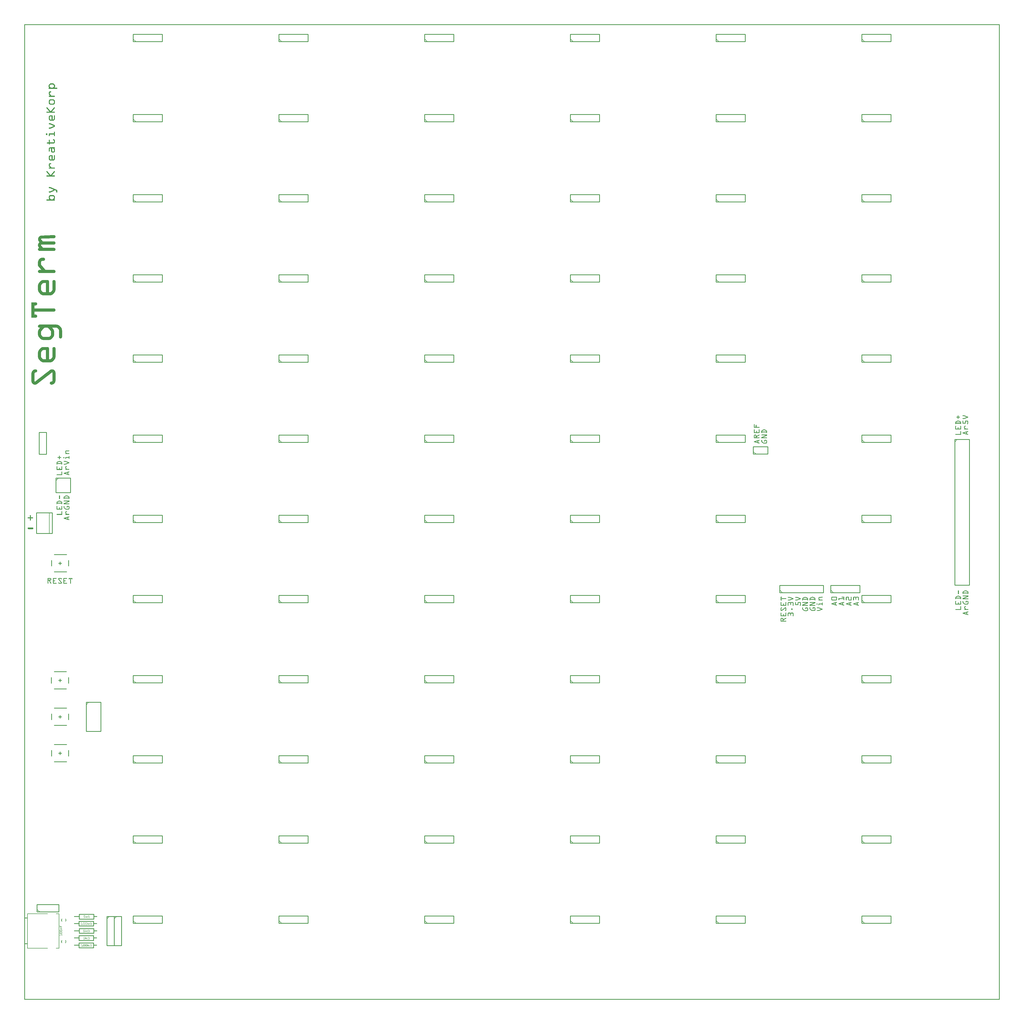
<source format=gto>
G04 MADE WITH FRITZING*
G04 WWW.FRITZING.ORG*
G04 DOUBLE SIDED*
G04 HOLES PLATED*
G04 CONTOUR ON CENTER OF CONTOUR VECTOR*
%ASAXBY*%
%FSLAX23Y23*%
%MOIN*%
%OFA0B0*%
%SFA1.0B1.0*%
%ADD10C,0.010000*%
%ADD11C,0.005000*%
%ADD12C,0.008000*%
%ADD13R,0.001000X0.001000*%
%LNSILK1*%
G90*
G70*
G54D10*
X5492Y1051D02*
X5892Y1051D01*
D02*
X5892Y1051D02*
X5892Y1151D01*
D02*
X5892Y1151D02*
X5492Y1151D01*
D02*
X5492Y1151D02*
X5492Y1051D01*
G54D11*
D02*
X5527Y1051D02*
X5492Y1086D01*
G54D10*
D02*
X9492Y1051D02*
X9892Y1051D01*
D02*
X9892Y1051D02*
X9892Y1151D01*
D02*
X9892Y1151D02*
X9492Y1151D01*
D02*
X9492Y1151D02*
X9492Y1051D01*
G54D11*
D02*
X9527Y1051D02*
X9492Y1086D01*
G54D10*
D02*
X1493Y1050D02*
X1893Y1050D01*
D02*
X1893Y1050D02*
X1893Y1150D01*
D02*
X1893Y1150D02*
X1493Y1150D01*
D02*
X1493Y1150D02*
X1493Y1050D01*
G54D11*
D02*
X1528Y1050D02*
X1493Y1085D01*
G54D10*
D02*
X7492Y1051D02*
X7892Y1051D01*
D02*
X7892Y1051D02*
X7892Y1151D01*
D02*
X7892Y1151D02*
X7492Y1151D01*
D02*
X7492Y1151D02*
X7492Y1051D01*
G54D11*
D02*
X7527Y1051D02*
X7492Y1086D01*
G54D10*
D02*
X11492Y1051D02*
X11892Y1051D01*
D02*
X11892Y1051D02*
X11892Y1151D01*
D02*
X11892Y1151D02*
X11492Y1151D01*
D02*
X11492Y1151D02*
X11492Y1051D01*
G54D11*
D02*
X11527Y1051D02*
X11492Y1086D01*
G54D10*
D02*
X3492Y1051D02*
X3892Y1051D01*
D02*
X3892Y1051D02*
X3892Y1151D01*
D02*
X3892Y1151D02*
X3492Y1151D01*
D02*
X3492Y1151D02*
X3492Y1051D01*
G54D11*
D02*
X3527Y1051D02*
X3492Y1086D01*
G54D10*
D02*
X1493Y2150D02*
X1893Y2150D01*
D02*
X1893Y2150D02*
X1893Y2250D01*
D02*
X1893Y2250D02*
X1493Y2250D01*
D02*
X1493Y2250D02*
X1493Y2150D01*
G54D11*
D02*
X1528Y2150D02*
X1493Y2185D01*
G54D10*
D02*
X5493Y2151D02*
X5893Y2151D01*
D02*
X5893Y2151D02*
X5893Y2251D01*
D02*
X5893Y2251D02*
X5493Y2251D01*
D02*
X5493Y2251D02*
X5493Y2151D01*
G54D11*
D02*
X5528Y2151D02*
X5493Y2186D01*
G54D10*
D02*
X7493Y2151D02*
X7893Y2151D01*
D02*
X7893Y2151D02*
X7893Y2251D01*
D02*
X7893Y2251D02*
X7493Y2251D01*
D02*
X7493Y2251D02*
X7493Y2151D01*
G54D11*
D02*
X7528Y2151D02*
X7493Y2186D01*
G54D10*
D02*
X3493Y2151D02*
X3893Y2151D01*
D02*
X3893Y2151D02*
X3893Y2251D01*
D02*
X3893Y2251D02*
X3493Y2251D01*
D02*
X3493Y2251D02*
X3493Y2151D01*
G54D11*
D02*
X3528Y2151D02*
X3493Y2186D01*
G54D10*
D02*
X9493Y2151D02*
X9893Y2151D01*
D02*
X9893Y2151D02*
X9893Y2251D01*
D02*
X9893Y2251D02*
X9493Y2251D01*
D02*
X9493Y2251D02*
X9493Y2151D01*
G54D11*
D02*
X9528Y2151D02*
X9493Y2186D01*
G54D10*
D02*
X11493Y2151D02*
X11893Y2151D01*
D02*
X11893Y2151D02*
X11893Y2251D01*
D02*
X11893Y2251D02*
X11493Y2251D01*
D02*
X11493Y2251D02*
X11493Y2151D01*
G54D11*
D02*
X11528Y2151D02*
X11493Y2186D01*
G54D10*
D02*
X9493Y3251D02*
X9893Y3251D01*
D02*
X9893Y3251D02*
X9893Y3351D01*
D02*
X9893Y3351D02*
X9493Y3351D01*
D02*
X9493Y3351D02*
X9493Y3251D01*
G54D11*
D02*
X9528Y3251D02*
X9493Y3286D01*
G54D10*
D02*
X11493Y3251D02*
X11893Y3251D01*
D02*
X11893Y3251D02*
X11893Y3351D01*
D02*
X11893Y3351D02*
X11493Y3351D01*
D02*
X11493Y3351D02*
X11493Y3251D01*
G54D11*
D02*
X11528Y3251D02*
X11493Y3286D01*
G54D10*
D02*
X1493Y3250D02*
X1893Y3250D01*
D02*
X1893Y3250D02*
X1893Y3350D01*
D02*
X1893Y3350D02*
X1493Y3350D01*
D02*
X1493Y3350D02*
X1493Y3250D01*
G54D11*
D02*
X1528Y3250D02*
X1493Y3285D01*
G54D10*
D02*
X7493Y3251D02*
X7893Y3251D01*
D02*
X7893Y3251D02*
X7893Y3351D01*
D02*
X7893Y3351D02*
X7493Y3351D01*
D02*
X7493Y3351D02*
X7493Y3251D01*
G54D11*
D02*
X7528Y3251D02*
X7493Y3286D01*
G54D10*
D02*
X3493Y3251D02*
X3893Y3251D01*
D02*
X3893Y3251D02*
X3893Y3351D01*
D02*
X3893Y3351D02*
X3493Y3351D01*
D02*
X3493Y3351D02*
X3493Y3251D01*
G54D11*
D02*
X3528Y3251D02*
X3493Y3286D01*
G54D10*
D02*
X5493Y3251D02*
X5893Y3251D01*
D02*
X5893Y3251D02*
X5893Y3351D01*
D02*
X5893Y3351D02*
X5493Y3351D01*
D02*
X5493Y3351D02*
X5493Y3251D01*
G54D11*
D02*
X5528Y3251D02*
X5493Y3286D01*
G54D10*
D02*
X3493Y4351D02*
X3893Y4351D01*
D02*
X3893Y4351D02*
X3893Y4451D01*
D02*
X3893Y4451D02*
X3493Y4451D01*
D02*
X3493Y4451D02*
X3493Y4351D01*
G54D11*
D02*
X3528Y4351D02*
X3493Y4386D01*
G54D10*
D02*
X11493Y4351D02*
X11893Y4351D01*
D02*
X11893Y4351D02*
X11893Y4451D01*
D02*
X11893Y4451D02*
X11493Y4451D01*
D02*
X11493Y4451D02*
X11493Y4351D01*
G54D11*
D02*
X11528Y4351D02*
X11493Y4386D01*
G54D10*
D02*
X9493Y4351D02*
X9893Y4351D01*
D02*
X9893Y4351D02*
X9893Y4451D01*
D02*
X9893Y4451D02*
X9493Y4451D01*
D02*
X9493Y4451D02*
X9493Y4351D01*
G54D11*
D02*
X9528Y4351D02*
X9493Y4386D01*
G54D10*
D02*
X5493Y4351D02*
X5893Y4351D01*
D02*
X5893Y4351D02*
X5893Y4451D01*
D02*
X5893Y4451D02*
X5493Y4451D01*
D02*
X5493Y4451D02*
X5493Y4351D01*
G54D11*
D02*
X5528Y4351D02*
X5493Y4386D01*
G54D10*
D02*
X1493Y4350D02*
X1893Y4350D01*
D02*
X1893Y4350D02*
X1893Y4450D01*
D02*
X1893Y4450D02*
X1493Y4450D01*
D02*
X1493Y4450D02*
X1493Y4350D01*
G54D11*
D02*
X1528Y4350D02*
X1493Y4385D01*
G54D10*
D02*
X7493Y4351D02*
X7893Y4351D01*
D02*
X7893Y4351D02*
X7893Y4451D01*
D02*
X7893Y4451D02*
X7493Y4451D01*
D02*
X7493Y4451D02*
X7493Y4351D01*
G54D11*
D02*
X7528Y4351D02*
X7493Y4386D01*
G54D10*
D02*
X9493Y5451D02*
X9893Y5451D01*
D02*
X9893Y5451D02*
X9893Y5551D01*
D02*
X9893Y5551D02*
X9493Y5551D01*
D02*
X9493Y5551D02*
X9493Y5451D01*
G54D11*
D02*
X9528Y5451D02*
X9493Y5486D01*
G54D10*
D02*
X3493Y5451D02*
X3893Y5451D01*
D02*
X3893Y5451D02*
X3893Y5551D01*
D02*
X3893Y5551D02*
X3493Y5551D01*
D02*
X3493Y5551D02*
X3493Y5451D01*
G54D11*
D02*
X3528Y5451D02*
X3493Y5486D01*
G54D10*
D02*
X5493Y5451D02*
X5893Y5451D01*
D02*
X5893Y5451D02*
X5893Y5551D01*
D02*
X5893Y5551D02*
X5493Y5551D01*
D02*
X5493Y5551D02*
X5493Y5451D01*
G54D11*
D02*
X5528Y5451D02*
X5493Y5486D01*
G54D10*
D02*
X11493Y5451D02*
X11893Y5451D01*
D02*
X11893Y5451D02*
X11893Y5551D01*
D02*
X11893Y5551D02*
X11493Y5551D01*
D02*
X11493Y5551D02*
X11493Y5451D01*
G54D11*
D02*
X11528Y5451D02*
X11493Y5486D01*
G54D10*
D02*
X7493Y5451D02*
X7893Y5451D01*
D02*
X7893Y5451D02*
X7893Y5551D01*
D02*
X7893Y5551D02*
X7493Y5551D01*
D02*
X7493Y5551D02*
X7493Y5451D01*
G54D11*
D02*
X7528Y5451D02*
X7493Y5486D01*
G54D10*
D02*
X1493Y5450D02*
X1893Y5450D01*
D02*
X1893Y5450D02*
X1893Y5550D01*
D02*
X1893Y5550D02*
X1493Y5550D01*
D02*
X1493Y5550D02*
X1493Y5450D01*
G54D11*
D02*
X1528Y5450D02*
X1493Y5485D01*
G54D10*
D02*
X9493Y6551D02*
X9893Y6551D01*
D02*
X9893Y6551D02*
X9893Y6651D01*
D02*
X9893Y6651D02*
X9493Y6651D01*
D02*
X9493Y6651D02*
X9493Y6551D01*
G54D11*
D02*
X9528Y6551D02*
X9493Y6586D01*
G54D10*
D02*
X3493Y6551D02*
X3893Y6551D01*
D02*
X3893Y6551D02*
X3893Y6651D01*
D02*
X3893Y6651D02*
X3493Y6651D01*
D02*
X3493Y6651D02*
X3493Y6551D01*
G54D11*
D02*
X3528Y6551D02*
X3493Y6586D01*
G54D10*
D02*
X5493Y6551D02*
X5893Y6551D01*
D02*
X5893Y6551D02*
X5893Y6651D01*
D02*
X5893Y6651D02*
X5493Y6651D01*
D02*
X5493Y6651D02*
X5493Y6551D01*
G54D11*
D02*
X5528Y6551D02*
X5493Y6586D01*
G54D10*
D02*
X1493Y6550D02*
X1893Y6550D01*
D02*
X1893Y6550D02*
X1893Y6650D01*
D02*
X1893Y6650D02*
X1493Y6650D01*
D02*
X1493Y6650D02*
X1493Y6550D01*
G54D11*
D02*
X1528Y6550D02*
X1493Y6585D01*
G54D10*
D02*
X7493Y6551D02*
X7893Y6551D01*
D02*
X7893Y6551D02*
X7893Y6651D01*
D02*
X7893Y6651D02*
X7493Y6651D01*
D02*
X7493Y6651D02*
X7493Y6551D01*
G54D11*
D02*
X7528Y6551D02*
X7493Y6586D01*
G54D10*
D02*
X11493Y6551D02*
X11893Y6551D01*
D02*
X11893Y6551D02*
X11893Y6651D01*
D02*
X11893Y6651D02*
X11493Y6651D01*
D02*
X11493Y6651D02*
X11493Y6551D01*
G54D11*
D02*
X11528Y6551D02*
X11493Y6586D01*
G54D10*
D02*
X11493Y7651D02*
X11893Y7651D01*
D02*
X11893Y7651D02*
X11893Y7751D01*
D02*
X11893Y7751D02*
X11493Y7751D01*
D02*
X11493Y7751D02*
X11493Y7651D01*
G54D11*
D02*
X11528Y7651D02*
X11493Y7686D01*
G54D10*
D02*
X7493Y7651D02*
X7893Y7651D01*
D02*
X7893Y7651D02*
X7893Y7751D01*
D02*
X7893Y7751D02*
X7493Y7751D01*
D02*
X7493Y7751D02*
X7493Y7651D01*
G54D11*
D02*
X7528Y7651D02*
X7493Y7686D01*
G54D10*
D02*
X3493Y7651D02*
X3893Y7651D01*
D02*
X3893Y7651D02*
X3893Y7751D01*
D02*
X3893Y7751D02*
X3493Y7751D01*
D02*
X3493Y7751D02*
X3493Y7651D01*
G54D11*
D02*
X3528Y7651D02*
X3493Y7686D01*
G54D10*
D02*
X9493Y7651D02*
X9893Y7651D01*
D02*
X9893Y7651D02*
X9893Y7751D01*
D02*
X9893Y7751D02*
X9493Y7751D01*
D02*
X9493Y7751D02*
X9493Y7651D01*
G54D11*
D02*
X9528Y7651D02*
X9493Y7686D01*
G54D10*
D02*
X5493Y7651D02*
X5893Y7651D01*
D02*
X5893Y7651D02*
X5893Y7751D01*
D02*
X5893Y7751D02*
X5493Y7751D01*
D02*
X5493Y7751D02*
X5493Y7651D01*
G54D11*
D02*
X5528Y7651D02*
X5493Y7686D01*
G54D10*
D02*
X1493Y7650D02*
X1893Y7650D01*
D02*
X1893Y7650D02*
X1893Y7750D01*
D02*
X1893Y7750D02*
X1493Y7750D01*
D02*
X1493Y7750D02*
X1493Y7650D01*
G54D11*
D02*
X1528Y7650D02*
X1493Y7685D01*
G54D10*
D02*
X11493Y8751D02*
X11893Y8751D01*
D02*
X11893Y8751D02*
X11893Y8851D01*
D02*
X11893Y8851D02*
X11493Y8851D01*
D02*
X11493Y8851D02*
X11493Y8751D01*
G54D11*
D02*
X11528Y8751D02*
X11493Y8786D01*
G54D10*
D02*
X5493Y8751D02*
X5893Y8751D01*
D02*
X5893Y8751D02*
X5893Y8851D01*
D02*
X5893Y8851D02*
X5493Y8851D01*
D02*
X5493Y8851D02*
X5493Y8751D01*
G54D11*
D02*
X5528Y8751D02*
X5493Y8786D01*
G54D10*
D02*
X1493Y8750D02*
X1893Y8750D01*
D02*
X1893Y8750D02*
X1893Y8850D01*
D02*
X1893Y8850D02*
X1493Y8850D01*
D02*
X1493Y8850D02*
X1493Y8750D01*
G54D11*
D02*
X1528Y8750D02*
X1493Y8785D01*
G54D10*
D02*
X3493Y8751D02*
X3893Y8751D01*
D02*
X3893Y8751D02*
X3893Y8851D01*
D02*
X3893Y8851D02*
X3493Y8851D01*
D02*
X3493Y8851D02*
X3493Y8751D01*
G54D11*
D02*
X3528Y8751D02*
X3493Y8786D01*
G54D10*
D02*
X9493Y8751D02*
X9893Y8751D01*
D02*
X9893Y8751D02*
X9893Y8851D01*
D02*
X9893Y8851D02*
X9493Y8851D01*
D02*
X9493Y8851D02*
X9493Y8751D01*
G54D11*
D02*
X9528Y8751D02*
X9493Y8786D01*
G54D10*
D02*
X7493Y8751D02*
X7893Y8751D01*
D02*
X7893Y8751D02*
X7893Y8851D01*
D02*
X7893Y8851D02*
X7493Y8851D01*
D02*
X7493Y8851D02*
X7493Y8751D01*
G54D11*
D02*
X7528Y8751D02*
X7493Y8786D01*
G54D10*
D02*
X11493Y9851D02*
X11893Y9851D01*
D02*
X11893Y9851D02*
X11893Y9951D01*
D02*
X11893Y9951D02*
X11493Y9951D01*
D02*
X11493Y9951D02*
X11493Y9851D01*
G54D11*
D02*
X11528Y9851D02*
X11493Y9886D01*
G54D10*
D02*
X1493Y9850D02*
X1893Y9850D01*
D02*
X1893Y9850D02*
X1893Y9950D01*
D02*
X1893Y9950D02*
X1493Y9950D01*
D02*
X1493Y9950D02*
X1493Y9850D01*
G54D11*
D02*
X1528Y9850D02*
X1493Y9885D01*
G54D10*
D02*
X5493Y9851D02*
X5893Y9851D01*
D02*
X5893Y9851D02*
X5893Y9951D01*
D02*
X5893Y9951D02*
X5493Y9951D01*
D02*
X5493Y9951D02*
X5493Y9851D01*
G54D11*
D02*
X5528Y9851D02*
X5493Y9886D01*
G54D10*
D02*
X3493Y9851D02*
X3893Y9851D01*
D02*
X3893Y9851D02*
X3893Y9951D01*
D02*
X3893Y9951D02*
X3493Y9951D01*
D02*
X3493Y9951D02*
X3493Y9851D01*
G54D11*
D02*
X3528Y9851D02*
X3493Y9886D01*
G54D10*
D02*
X7493Y9851D02*
X7893Y9851D01*
D02*
X7893Y9851D02*
X7893Y9951D01*
D02*
X7893Y9951D02*
X7493Y9951D01*
D02*
X7493Y9951D02*
X7493Y9851D01*
G54D11*
D02*
X7528Y9851D02*
X7493Y9886D01*
G54D10*
D02*
X9493Y9851D02*
X9893Y9851D01*
D02*
X9893Y9851D02*
X9893Y9951D01*
D02*
X9893Y9951D02*
X9493Y9951D01*
D02*
X9493Y9951D02*
X9493Y9851D01*
G54D11*
D02*
X9528Y9851D02*
X9493Y9886D01*
G54D10*
D02*
X3493Y10951D02*
X3893Y10951D01*
D02*
X3893Y10951D02*
X3893Y11051D01*
D02*
X3893Y11051D02*
X3493Y11051D01*
D02*
X3493Y11051D02*
X3493Y10951D01*
G54D11*
D02*
X3528Y10951D02*
X3493Y10986D01*
G54D10*
D02*
X1493Y10950D02*
X1893Y10950D01*
D02*
X1893Y10950D02*
X1893Y11050D01*
D02*
X1893Y11050D02*
X1493Y11050D01*
D02*
X1493Y11050D02*
X1493Y10950D01*
G54D11*
D02*
X1528Y10950D02*
X1493Y10985D01*
G54D10*
D02*
X7493Y10951D02*
X7893Y10951D01*
D02*
X7893Y10951D02*
X7893Y11051D01*
D02*
X7893Y11051D02*
X7493Y11051D01*
D02*
X7493Y11051D02*
X7493Y10951D01*
G54D11*
D02*
X7528Y10951D02*
X7493Y10986D01*
G54D10*
D02*
X9493Y10951D02*
X9893Y10951D01*
D02*
X9893Y10951D02*
X9893Y11051D01*
D02*
X9893Y11051D02*
X9493Y11051D01*
D02*
X9493Y11051D02*
X9493Y10951D01*
G54D11*
D02*
X9528Y10951D02*
X9493Y10986D01*
G54D10*
D02*
X5493Y10951D02*
X5893Y10951D01*
D02*
X5893Y10951D02*
X5893Y11051D01*
D02*
X5893Y11051D02*
X5493Y11051D01*
D02*
X5493Y11051D02*
X5493Y10951D01*
G54D11*
D02*
X5528Y10951D02*
X5493Y10986D01*
G54D10*
D02*
X11493Y10951D02*
X11893Y10951D01*
D02*
X11893Y10951D02*
X11893Y11051D01*
D02*
X11893Y11051D02*
X11493Y11051D01*
D02*
X11493Y11051D02*
X11493Y10951D01*
G54D11*
D02*
X11528Y10951D02*
X11493Y10986D01*
G54D10*
D02*
X3492Y12051D02*
X3892Y12051D01*
D02*
X3892Y12051D02*
X3892Y12151D01*
D02*
X3892Y12151D02*
X3492Y12151D01*
D02*
X3492Y12151D02*
X3492Y12051D01*
G54D11*
D02*
X3527Y12051D02*
X3492Y12086D01*
G54D10*
D02*
X5492Y12051D02*
X5892Y12051D01*
D02*
X5892Y12051D02*
X5892Y12151D01*
D02*
X5892Y12151D02*
X5492Y12151D01*
D02*
X5492Y12151D02*
X5492Y12051D01*
G54D11*
D02*
X5527Y12051D02*
X5492Y12086D01*
G54D10*
D02*
X9492Y12051D02*
X9892Y12051D01*
D02*
X9892Y12051D02*
X9892Y12151D01*
D02*
X9892Y12151D02*
X9492Y12151D01*
D02*
X9492Y12151D02*
X9492Y12051D01*
G54D11*
D02*
X9527Y12051D02*
X9492Y12086D01*
G54D10*
D02*
X1493Y12051D02*
X1893Y12051D01*
D02*
X1893Y12051D02*
X1893Y12151D01*
D02*
X1893Y12151D02*
X1493Y12151D01*
D02*
X1493Y12151D02*
X1493Y12051D01*
G54D11*
D02*
X1528Y12051D02*
X1493Y12086D01*
G54D10*
D02*
X11492Y12051D02*
X11892Y12051D01*
D02*
X11892Y12051D02*
X11892Y12151D01*
D02*
X11892Y12151D02*
X11492Y12151D01*
D02*
X11492Y12151D02*
X11492Y12051D01*
G54D11*
D02*
X11527Y12051D02*
X11492Y12086D01*
G54D10*
D02*
X7492Y12051D02*
X7892Y12051D01*
D02*
X7892Y12051D02*
X7892Y12151D01*
D02*
X7892Y12151D02*
X7492Y12151D01*
D02*
X7492Y12151D02*
X7492Y12051D01*
G54D11*
D02*
X7527Y12051D02*
X7492Y12086D01*
G54D10*
D02*
X11493Y13151D02*
X11893Y13151D01*
D02*
X11893Y13151D02*
X11893Y13251D01*
D02*
X11893Y13251D02*
X11493Y13251D01*
D02*
X11493Y13251D02*
X11493Y13151D01*
G54D11*
D02*
X11528Y13151D02*
X11493Y13186D01*
G54D10*
D02*
X9493Y13151D02*
X9893Y13151D01*
D02*
X9893Y13151D02*
X9893Y13251D01*
D02*
X9893Y13251D02*
X9493Y13251D01*
D02*
X9493Y13251D02*
X9493Y13151D01*
G54D11*
D02*
X9528Y13151D02*
X9493Y13186D01*
G54D10*
D02*
X7493Y13151D02*
X7893Y13151D01*
D02*
X7893Y13151D02*
X7893Y13251D01*
D02*
X7893Y13251D02*
X7493Y13251D01*
D02*
X7493Y13251D02*
X7493Y13151D01*
G54D11*
D02*
X7528Y13151D02*
X7493Y13186D01*
G54D10*
D02*
X5493Y13151D02*
X5893Y13151D01*
D02*
X5893Y13151D02*
X5893Y13251D01*
D02*
X5893Y13251D02*
X5493Y13251D01*
D02*
X5493Y13251D02*
X5493Y13151D01*
G54D11*
D02*
X5528Y13151D02*
X5493Y13186D01*
G54D10*
D02*
X3493Y13151D02*
X3893Y13151D01*
D02*
X3893Y13151D02*
X3893Y13251D01*
D02*
X3893Y13251D02*
X3493Y13251D01*
D02*
X3493Y13251D02*
X3493Y13151D01*
G54D11*
D02*
X3528Y13151D02*
X3493Y13186D01*
G54D10*
D02*
X1493Y13150D02*
X1893Y13150D01*
D02*
X1893Y13150D02*
X1893Y13250D01*
D02*
X1893Y13250D02*
X1493Y13250D01*
D02*
X1493Y13250D02*
X1493Y13150D01*
G54D11*
D02*
X1528Y13150D02*
X1493Y13185D01*
G54D10*
D02*
X12767Y7689D02*
X12767Y5689D01*
D02*
X12767Y5689D02*
X12967Y5689D01*
D02*
X12967Y5689D02*
X12967Y7689D01*
D02*
X12967Y7689D02*
X12767Y7689D01*
G54D11*
D02*
X12767Y7654D02*
X12802Y7689D01*
G54D10*
D02*
X165Y6685D02*
X165Y6399D01*
D02*
X165Y6399D02*
X381Y6399D01*
D02*
X381Y6399D02*
X381Y6685D01*
D02*
X381Y6685D02*
X165Y6685D01*
G54D11*
D02*
X341Y6399D02*
X341Y6685D01*
G54D10*
D02*
X203Y7786D02*
X203Y7486D01*
D02*
X203Y7486D02*
X303Y7486D01*
D02*
X303Y7486D02*
X303Y7786D01*
D02*
X303Y7786D02*
X203Y7786D01*
D02*
X10366Y5588D02*
X10966Y5588D01*
D02*
X10966Y5588D02*
X10966Y5688D01*
D02*
X10966Y5688D02*
X10366Y5688D01*
D02*
X10366Y5688D02*
X10366Y5588D01*
G54D11*
D02*
X10401Y5588D02*
X10366Y5623D01*
G54D10*
D02*
X10003Y7489D02*
X10203Y7489D01*
D02*
X10203Y7489D02*
X10203Y7589D01*
D02*
X10203Y7589D02*
X10003Y7589D01*
D02*
X10003Y7589D02*
X10003Y7489D01*
G54D11*
D02*
X10038Y7489D02*
X10003Y7524D01*
G54D12*
D02*
X476Y1180D02*
X476Y708D01*
D02*
X43Y1180D02*
X43Y1121D01*
D02*
X43Y767D02*
X43Y708D01*
D02*
X43Y1180D02*
X318Y1180D01*
D02*
X476Y1180D02*
X436Y1180D01*
D02*
X43Y1180D02*
X43Y708D01*
D02*
X43Y708D02*
X318Y708D01*
D02*
X476Y708D02*
X436Y708D01*
G54D10*
D02*
X750Y1173D02*
X950Y1173D01*
D02*
X950Y1173D02*
X950Y1107D01*
D02*
X950Y1107D02*
X750Y1107D01*
D02*
X750Y1107D02*
X750Y1173D01*
D02*
X749Y1078D02*
X949Y1078D01*
D02*
X949Y1078D02*
X949Y1012D01*
D02*
X949Y1012D02*
X749Y1012D01*
D02*
X749Y1012D02*
X749Y1078D01*
D02*
X750Y978D02*
X950Y978D01*
D02*
X950Y978D02*
X950Y912D01*
D02*
X950Y912D02*
X750Y912D01*
D02*
X750Y912D02*
X750Y978D01*
D02*
X749Y880D02*
X949Y880D01*
D02*
X949Y880D02*
X949Y814D01*
D02*
X949Y814D02*
X749Y814D01*
D02*
X749Y814D02*
X749Y880D01*
D02*
X749Y780D02*
X949Y780D01*
D02*
X949Y780D02*
X949Y714D01*
D02*
X949Y714D02*
X749Y714D01*
D02*
X749Y714D02*
X749Y780D01*
D02*
X172Y1206D02*
X472Y1206D01*
D02*
X472Y1206D02*
X472Y1306D01*
D02*
X472Y1306D02*
X172Y1306D01*
D02*
X172Y1306D02*
X172Y1206D01*
G54D11*
D02*
X207Y1206D02*
X172Y1241D01*
G54D10*
D02*
X1131Y1145D02*
X1131Y745D01*
D02*
X1131Y745D02*
X1231Y745D01*
D02*
X1231Y745D02*
X1231Y1145D01*
D02*
X1231Y1145D02*
X1131Y1145D01*
G54D11*
D02*
X1131Y1110D02*
X1166Y1145D01*
G54D10*
D02*
X1230Y1145D02*
X1230Y745D01*
D02*
X1230Y745D02*
X1330Y745D01*
D02*
X1330Y745D02*
X1330Y1145D01*
D02*
X1330Y1145D02*
X1230Y1145D01*
G54D11*
D02*
X1230Y1110D02*
X1265Y1145D01*
G54D10*
D02*
X432Y7160D02*
X432Y6960D01*
D02*
X432Y6960D02*
X632Y6960D01*
D02*
X632Y6960D02*
X632Y7160D01*
D02*
X632Y7160D02*
X432Y7160D01*
G54D11*
D02*
X432Y7125D02*
X467Y7160D01*
G54D10*
D02*
X606Y6030D02*
X606Y5952D01*
D02*
X409Y6109D02*
X577Y6109D01*
D02*
X409Y5873D02*
X577Y5873D01*
D02*
X370Y6030D02*
X370Y5952D01*
D02*
X488Y6011D02*
X488Y5971D01*
D02*
X508Y5991D02*
X468Y5991D01*
D02*
X11066Y5588D02*
X11466Y5588D01*
D02*
X11466Y5588D02*
X11466Y5688D01*
D02*
X11466Y5688D02*
X11066Y5688D01*
D02*
X11066Y5688D02*
X11066Y5588D01*
G54D11*
D02*
X11101Y5588D02*
X11066Y5623D01*
G54D10*
D02*
X606Y4424D02*
X606Y4345D01*
D02*
X409Y4502D02*
X576Y4502D01*
D02*
X409Y4266D02*
X576Y4266D01*
D02*
X369Y4424D02*
X369Y4345D01*
D02*
X488Y4404D02*
X488Y4365D01*
D02*
X507Y4384D02*
X468Y4384D01*
D02*
X606Y3923D02*
X606Y3845D01*
D02*
X409Y4002D02*
X577Y4002D01*
D02*
X409Y3766D02*
X577Y3766D01*
D02*
X370Y3923D02*
X370Y3845D01*
D02*
X488Y3904D02*
X488Y3864D01*
D02*
X508Y3884D02*
X469Y3884D01*
D02*
X606Y3423D02*
X606Y3345D01*
D02*
X409Y3502D02*
X577Y3502D01*
D02*
X409Y3266D02*
X577Y3266D01*
D02*
X370Y3423D02*
X370Y3345D01*
D02*
X488Y3404D02*
X488Y3364D01*
D02*
X508Y3384D02*
X469Y3384D01*
D02*
X847Y4082D02*
X847Y3682D01*
D02*
X847Y3682D02*
X1047Y3682D01*
D02*
X1047Y3682D02*
X1047Y4082D01*
D02*
X1047Y4082D02*
X847Y4082D01*
G54D11*
D02*
X847Y4047D02*
X882Y4082D01*
G54D13*
X0Y13386D02*
X13384Y13386D01*
X0Y13385D02*
X13384Y13385D01*
X0Y13384D02*
X13384Y13384D01*
X0Y13383D02*
X13384Y13383D01*
X0Y13382D02*
X13384Y13382D01*
X0Y13381D02*
X13384Y13381D01*
X0Y13380D02*
X13384Y13380D01*
X0Y13379D02*
X13384Y13379D01*
X0Y13378D02*
X7Y13378D01*
X13377Y13378D02*
X13384Y13378D01*
X0Y13377D02*
X7Y13377D01*
X13377Y13377D02*
X13384Y13377D01*
X0Y13376D02*
X7Y13376D01*
X13377Y13376D02*
X13384Y13376D01*
X0Y13375D02*
X7Y13375D01*
X13377Y13375D02*
X13384Y13375D01*
X0Y13374D02*
X7Y13374D01*
X13377Y13374D02*
X13384Y13374D01*
X0Y13373D02*
X7Y13373D01*
X13377Y13373D02*
X13384Y13373D01*
X0Y13372D02*
X7Y13372D01*
X13377Y13372D02*
X13384Y13372D01*
X0Y13371D02*
X7Y13371D01*
X13377Y13371D02*
X13384Y13371D01*
X0Y13370D02*
X7Y13370D01*
X13377Y13370D02*
X13384Y13370D01*
X0Y13369D02*
X7Y13369D01*
X13377Y13369D02*
X13384Y13369D01*
X0Y13368D02*
X7Y13368D01*
X13377Y13368D02*
X13384Y13368D01*
X0Y13367D02*
X7Y13367D01*
X13377Y13367D02*
X13384Y13367D01*
X0Y13366D02*
X7Y13366D01*
X13377Y13366D02*
X13384Y13366D01*
X0Y13365D02*
X7Y13365D01*
X13377Y13365D02*
X13384Y13365D01*
X0Y13364D02*
X7Y13364D01*
X13377Y13364D02*
X13384Y13364D01*
X0Y13363D02*
X7Y13363D01*
X13377Y13363D02*
X13384Y13363D01*
X0Y13362D02*
X7Y13362D01*
X13377Y13362D02*
X13384Y13362D01*
X0Y13361D02*
X7Y13361D01*
X13377Y13361D02*
X13384Y13361D01*
X0Y13360D02*
X7Y13360D01*
X13377Y13360D02*
X13384Y13360D01*
X0Y13359D02*
X7Y13359D01*
X13377Y13359D02*
X13384Y13359D01*
X0Y13358D02*
X7Y13358D01*
X13377Y13358D02*
X13384Y13358D01*
X0Y13357D02*
X7Y13357D01*
X13377Y13357D02*
X13384Y13357D01*
X0Y13356D02*
X7Y13356D01*
X13377Y13356D02*
X13384Y13356D01*
X0Y13355D02*
X7Y13355D01*
X13377Y13355D02*
X13384Y13355D01*
X0Y13354D02*
X7Y13354D01*
X13377Y13354D02*
X13384Y13354D01*
X0Y13353D02*
X7Y13353D01*
X13377Y13353D02*
X13384Y13353D01*
X0Y13352D02*
X7Y13352D01*
X13377Y13352D02*
X13384Y13352D01*
X0Y13351D02*
X7Y13351D01*
X13377Y13351D02*
X13384Y13351D01*
X0Y13350D02*
X7Y13350D01*
X13377Y13350D02*
X13384Y13350D01*
X0Y13349D02*
X7Y13349D01*
X13377Y13349D02*
X13384Y13349D01*
X0Y13348D02*
X7Y13348D01*
X13377Y13348D02*
X13384Y13348D01*
X0Y13347D02*
X7Y13347D01*
X13377Y13347D02*
X13384Y13347D01*
X0Y13346D02*
X7Y13346D01*
X13377Y13346D02*
X13384Y13346D01*
X0Y13345D02*
X7Y13345D01*
X13377Y13345D02*
X13384Y13345D01*
X0Y13344D02*
X7Y13344D01*
X13377Y13344D02*
X13384Y13344D01*
X0Y13343D02*
X7Y13343D01*
X13377Y13343D02*
X13384Y13343D01*
X0Y13342D02*
X7Y13342D01*
X13377Y13342D02*
X13384Y13342D01*
X0Y13341D02*
X7Y13341D01*
X13377Y13341D02*
X13384Y13341D01*
X0Y13340D02*
X7Y13340D01*
X13377Y13340D02*
X13384Y13340D01*
X0Y13339D02*
X7Y13339D01*
X13377Y13339D02*
X13384Y13339D01*
X0Y13338D02*
X7Y13338D01*
X13377Y13338D02*
X13384Y13338D01*
X0Y13337D02*
X7Y13337D01*
X13377Y13337D02*
X13384Y13337D01*
X0Y13336D02*
X7Y13336D01*
X13377Y13336D02*
X13384Y13336D01*
X0Y13335D02*
X7Y13335D01*
X13377Y13335D02*
X13384Y13335D01*
X0Y13334D02*
X7Y13334D01*
X13377Y13334D02*
X13384Y13334D01*
X0Y13333D02*
X7Y13333D01*
X13377Y13333D02*
X13384Y13333D01*
X0Y13332D02*
X7Y13332D01*
X13377Y13332D02*
X13384Y13332D01*
X0Y13331D02*
X7Y13331D01*
X13377Y13331D02*
X13384Y13331D01*
X0Y13330D02*
X7Y13330D01*
X13377Y13330D02*
X13384Y13330D01*
X0Y13329D02*
X7Y13329D01*
X13377Y13329D02*
X13384Y13329D01*
X0Y13328D02*
X7Y13328D01*
X13377Y13328D02*
X13384Y13328D01*
X0Y13327D02*
X7Y13327D01*
X13377Y13327D02*
X13384Y13327D01*
X0Y13326D02*
X7Y13326D01*
X13377Y13326D02*
X13384Y13326D01*
X0Y13325D02*
X7Y13325D01*
X13377Y13325D02*
X13384Y13325D01*
X0Y13324D02*
X7Y13324D01*
X13377Y13324D02*
X13384Y13324D01*
X0Y13323D02*
X7Y13323D01*
X13377Y13323D02*
X13384Y13323D01*
X0Y13322D02*
X7Y13322D01*
X13377Y13322D02*
X13384Y13322D01*
X0Y13321D02*
X7Y13321D01*
X13377Y13321D02*
X13384Y13321D01*
X0Y13320D02*
X7Y13320D01*
X13377Y13320D02*
X13384Y13320D01*
X0Y13319D02*
X7Y13319D01*
X13377Y13319D02*
X13384Y13319D01*
X0Y13318D02*
X7Y13318D01*
X13377Y13318D02*
X13384Y13318D01*
X0Y13317D02*
X7Y13317D01*
X13377Y13317D02*
X13384Y13317D01*
X0Y13316D02*
X7Y13316D01*
X13377Y13316D02*
X13384Y13316D01*
X0Y13315D02*
X7Y13315D01*
X13377Y13315D02*
X13384Y13315D01*
X0Y13314D02*
X7Y13314D01*
X13377Y13314D02*
X13384Y13314D01*
X0Y13313D02*
X7Y13313D01*
X13377Y13313D02*
X13384Y13313D01*
X0Y13312D02*
X7Y13312D01*
X13377Y13312D02*
X13384Y13312D01*
X0Y13311D02*
X7Y13311D01*
X13377Y13311D02*
X13384Y13311D01*
X0Y13310D02*
X7Y13310D01*
X13377Y13310D02*
X13384Y13310D01*
X0Y13309D02*
X7Y13309D01*
X13377Y13309D02*
X13384Y13309D01*
X0Y13308D02*
X7Y13308D01*
X13377Y13308D02*
X13384Y13308D01*
X0Y13307D02*
X7Y13307D01*
X13377Y13307D02*
X13384Y13307D01*
X0Y13306D02*
X7Y13306D01*
X13377Y13306D02*
X13384Y13306D01*
X0Y13305D02*
X7Y13305D01*
X13377Y13305D02*
X13384Y13305D01*
X0Y13304D02*
X7Y13304D01*
X13377Y13304D02*
X13384Y13304D01*
X0Y13303D02*
X7Y13303D01*
X13377Y13303D02*
X13384Y13303D01*
X0Y13302D02*
X7Y13302D01*
X13377Y13302D02*
X13384Y13302D01*
X0Y13301D02*
X7Y13301D01*
X13377Y13301D02*
X13384Y13301D01*
X0Y13300D02*
X7Y13300D01*
X13377Y13300D02*
X13384Y13300D01*
X0Y13299D02*
X7Y13299D01*
X13377Y13299D02*
X13384Y13299D01*
X0Y13298D02*
X7Y13298D01*
X13377Y13298D02*
X13384Y13298D01*
X0Y13297D02*
X7Y13297D01*
X13377Y13297D02*
X13384Y13297D01*
X0Y13296D02*
X7Y13296D01*
X13377Y13296D02*
X13384Y13296D01*
X0Y13295D02*
X7Y13295D01*
X13377Y13295D02*
X13384Y13295D01*
X0Y13294D02*
X7Y13294D01*
X13377Y13294D02*
X13384Y13294D01*
X0Y13293D02*
X7Y13293D01*
X13377Y13293D02*
X13384Y13293D01*
X0Y13292D02*
X7Y13292D01*
X13377Y13292D02*
X13384Y13292D01*
X0Y13291D02*
X7Y13291D01*
X13377Y13291D02*
X13384Y13291D01*
X0Y13290D02*
X7Y13290D01*
X13377Y13290D02*
X13384Y13290D01*
X0Y13289D02*
X7Y13289D01*
X13377Y13289D02*
X13384Y13289D01*
X0Y13288D02*
X7Y13288D01*
X13377Y13288D02*
X13384Y13288D01*
X0Y13287D02*
X7Y13287D01*
X13377Y13287D02*
X13384Y13287D01*
X0Y13286D02*
X7Y13286D01*
X13377Y13286D02*
X13384Y13286D01*
X0Y13285D02*
X7Y13285D01*
X13377Y13285D02*
X13384Y13285D01*
X0Y13284D02*
X7Y13284D01*
X13377Y13284D02*
X13384Y13284D01*
X0Y13283D02*
X7Y13283D01*
X13377Y13283D02*
X13384Y13283D01*
X0Y13282D02*
X7Y13282D01*
X13377Y13282D02*
X13384Y13282D01*
X0Y13281D02*
X7Y13281D01*
X13377Y13281D02*
X13384Y13281D01*
X0Y13280D02*
X7Y13280D01*
X13377Y13280D02*
X13384Y13280D01*
X0Y13279D02*
X7Y13279D01*
X13377Y13279D02*
X13384Y13279D01*
X0Y13278D02*
X7Y13278D01*
X13377Y13278D02*
X13384Y13278D01*
X0Y13277D02*
X7Y13277D01*
X13377Y13277D02*
X13384Y13277D01*
X0Y13276D02*
X7Y13276D01*
X13377Y13276D02*
X13384Y13276D01*
X0Y13275D02*
X7Y13275D01*
X13377Y13275D02*
X13384Y13275D01*
X0Y13274D02*
X7Y13274D01*
X13377Y13274D02*
X13384Y13274D01*
X0Y13273D02*
X7Y13273D01*
X13377Y13273D02*
X13384Y13273D01*
X0Y13272D02*
X7Y13272D01*
X13377Y13272D02*
X13384Y13272D01*
X0Y13271D02*
X7Y13271D01*
X13377Y13271D02*
X13384Y13271D01*
X0Y13270D02*
X7Y13270D01*
X13377Y13270D02*
X13384Y13270D01*
X0Y13269D02*
X7Y13269D01*
X13377Y13269D02*
X13384Y13269D01*
X0Y13268D02*
X7Y13268D01*
X13377Y13268D02*
X13384Y13268D01*
X0Y13267D02*
X7Y13267D01*
X13377Y13267D02*
X13384Y13267D01*
X0Y13266D02*
X7Y13266D01*
X13377Y13266D02*
X13384Y13266D01*
X0Y13265D02*
X7Y13265D01*
X13377Y13265D02*
X13384Y13265D01*
X0Y13264D02*
X7Y13264D01*
X13377Y13264D02*
X13384Y13264D01*
X0Y13263D02*
X7Y13263D01*
X13377Y13263D02*
X13384Y13263D01*
X0Y13262D02*
X7Y13262D01*
X13377Y13262D02*
X13384Y13262D01*
X0Y13261D02*
X7Y13261D01*
X13377Y13261D02*
X13384Y13261D01*
X0Y13260D02*
X7Y13260D01*
X13377Y13260D02*
X13384Y13260D01*
X0Y13259D02*
X7Y13259D01*
X13377Y13259D02*
X13384Y13259D01*
X0Y13258D02*
X7Y13258D01*
X13377Y13258D02*
X13384Y13258D01*
X0Y13257D02*
X7Y13257D01*
X13377Y13257D02*
X13384Y13257D01*
X0Y13256D02*
X7Y13256D01*
X13377Y13256D02*
X13384Y13256D01*
X0Y13255D02*
X7Y13255D01*
X13377Y13255D02*
X13384Y13255D01*
X0Y13254D02*
X7Y13254D01*
X13377Y13254D02*
X13384Y13254D01*
X0Y13253D02*
X7Y13253D01*
X13377Y13253D02*
X13384Y13253D01*
X0Y13252D02*
X7Y13252D01*
X13377Y13252D02*
X13384Y13252D01*
X0Y13251D02*
X7Y13251D01*
X13377Y13251D02*
X13384Y13251D01*
X0Y13250D02*
X7Y13250D01*
X13377Y13250D02*
X13384Y13250D01*
X0Y13249D02*
X7Y13249D01*
X13377Y13249D02*
X13384Y13249D01*
X0Y13248D02*
X7Y13248D01*
X13377Y13248D02*
X13384Y13248D01*
X0Y13247D02*
X7Y13247D01*
X13377Y13247D02*
X13384Y13247D01*
X0Y13246D02*
X7Y13246D01*
X13377Y13246D02*
X13384Y13246D01*
X0Y13245D02*
X7Y13245D01*
X13377Y13245D02*
X13384Y13245D01*
X0Y13244D02*
X7Y13244D01*
X13377Y13244D02*
X13384Y13244D01*
X0Y13243D02*
X7Y13243D01*
X13377Y13243D02*
X13384Y13243D01*
X0Y13242D02*
X7Y13242D01*
X13377Y13242D02*
X13384Y13242D01*
X0Y13241D02*
X7Y13241D01*
X13377Y13241D02*
X13384Y13241D01*
X0Y13240D02*
X7Y13240D01*
X13377Y13240D02*
X13384Y13240D01*
X0Y13239D02*
X7Y13239D01*
X13377Y13239D02*
X13384Y13239D01*
X0Y13238D02*
X7Y13238D01*
X13377Y13238D02*
X13384Y13238D01*
X0Y13237D02*
X7Y13237D01*
X13377Y13237D02*
X13384Y13237D01*
X0Y13236D02*
X7Y13236D01*
X13377Y13236D02*
X13384Y13236D01*
X0Y13235D02*
X7Y13235D01*
X13377Y13235D02*
X13384Y13235D01*
X0Y13234D02*
X7Y13234D01*
X13377Y13234D02*
X13384Y13234D01*
X0Y13233D02*
X7Y13233D01*
X13377Y13233D02*
X13384Y13233D01*
X0Y13232D02*
X7Y13232D01*
X13377Y13232D02*
X13384Y13232D01*
X0Y13231D02*
X7Y13231D01*
X13377Y13231D02*
X13384Y13231D01*
X0Y13230D02*
X7Y13230D01*
X13377Y13230D02*
X13384Y13230D01*
X0Y13229D02*
X7Y13229D01*
X13377Y13229D02*
X13384Y13229D01*
X0Y13228D02*
X7Y13228D01*
X13377Y13228D02*
X13384Y13228D01*
X0Y13227D02*
X7Y13227D01*
X13377Y13227D02*
X13384Y13227D01*
X0Y13226D02*
X7Y13226D01*
X13377Y13226D02*
X13384Y13226D01*
X0Y13225D02*
X7Y13225D01*
X13377Y13225D02*
X13384Y13225D01*
X0Y13224D02*
X7Y13224D01*
X13377Y13224D02*
X13384Y13224D01*
X0Y13223D02*
X7Y13223D01*
X13377Y13223D02*
X13384Y13223D01*
X0Y13222D02*
X7Y13222D01*
X13377Y13222D02*
X13384Y13222D01*
X0Y13221D02*
X7Y13221D01*
X13377Y13221D02*
X13384Y13221D01*
X0Y13220D02*
X7Y13220D01*
X13377Y13220D02*
X13384Y13220D01*
X0Y13219D02*
X7Y13219D01*
X13377Y13219D02*
X13384Y13219D01*
X0Y13218D02*
X7Y13218D01*
X13377Y13218D02*
X13384Y13218D01*
X0Y13217D02*
X7Y13217D01*
X13377Y13217D02*
X13384Y13217D01*
X0Y13216D02*
X7Y13216D01*
X13377Y13216D02*
X13384Y13216D01*
X0Y13215D02*
X7Y13215D01*
X13377Y13215D02*
X13384Y13215D01*
X0Y13214D02*
X7Y13214D01*
X13377Y13214D02*
X13384Y13214D01*
X0Y13213D02*
X7Y13213D01*
X13377Y13213D02*
X13384Y13213D01*
X0Y13212D02*
X7Y13212D01*
X13377Y13212D02*
X13384Y13212D01*
X0Y13211D02*
X7Y13211D01*
X13377Y13211D02*
X13384Y13211D01*
X0Y13210D02*
X7Y13210D01*
X13377Y13210D02*
X13384Y13210D01*
X0Y13209D02*
X7Y13209D01*
X13377Y13209D02*
X13384Y13209D01*
X0Y13208D02*
X7Y13208D01*
X13377Y13208D02*
X13384Y13208D01*
X0Y13207D02*
X7Y13207D01*
X13377Y13207D02*
X13384Y13207D01*
X0Y13206D02*
X7Y13206D01*
X13377Y13206D02*
X13384Y13206D01*
X0Y13205D02*
X7Y13205D01*
X13377Y13205D02*
X13384Y13205D01*
X0Y13204D02*
X7Y13204D01*
X13377Y13204D02*
X13384Y13204D01*
X0Y13203D02*
X7Y13203D01*
X13377Y13203D02*
X13384Y13203D01*
X0Y13202D02*
X7Y13202D01*
X13377Y13202D02*
X13384Y13202D01*
X0Y13201D02*
X7Y13201D01*
X13377Y13201D02*
X13384Y13201D01*
X0Y13200D02*
X7Y13200D01*
X13377Y13200D02*
X13384Y13200D01*
X0Y13199D02*
X7Y13199D01*
X13377Y13199D02*
X13384Y13199D01*
X0Y13198D02*
X7Y13198D01*
X13377Y13198D02*
X13384Y13198D01*
X0Y13197D02*
X7Y13197D01*
X13377Y13197D02*
X13384Y13197D01*
X0Y13196D02*
X7Y13196D01*
X13377Y13196D02*
X13384Y13196D01*
X0Y13195D02*
X7Y13195D01*
X13377Y13195D02*
X13384Y13195D01*
X0Y13194D02*
X7Y13194D01*
X13377Y13194D02*
X13384Y13194D01*
X0Y13193D02*
X7Y13193D01*
X13377Y13193D02*
X13384Y13193D01*
X0Y13192D02*
X7Y13192D01*
X13377Y13192D02*
X13384Y13192D01*
X0Y13191D02*
X7Y13191D01*
X13377Y13191D02*
X13384Y13191D01*
X0Y13190D02*
X7Y13190D01*
X13377Y13190D02*
X13384Y13190D01*
X0Y13189D02*
X7Y13189D01*
X13377Y13189D02*
X13384Y13189D01*
X0Y13188D02*
X7Y13188D01*
X13377Y13188D02*
X13384Y13188D01*
X0Y13187D02*
X7Y13187D01*
X13377Y13187D02*
X13384Y13187D01*
X0Y13186D02*
X7Y13186D01*
X13377Y13186D02*
X13384Y13186D01*
X0Y13185D02*
X7Y13185D01*
X13377Y13185D02*
X13384Y13185D01*
X0Y13184D02*
X7Y13184D01*
X13377Y13184D02*
X13384Y13184D01*
X0Y13183D02*
X7Y13183D01*
X13377Y13183D02*
X13384Y13183D01*
X0Y13182D02*
X7Y13182D01*
X13377Y13182D02*
X13384Y13182D01*
X0Y13181D02*
X7Y13181D01*
X13377Y13181D02*
X13384Y13181D01*
X0Y13180D02*
X7Y13180D01*
X13377Y13180D02*
X13384Y13180D01*
X0Y13179D02*
X7Y13179D01*
X13377Y13179D02*
X13384Y13179D01*
X0Y13178D02*
X7Y13178D01*
X13377Y13178D02*
X13384Y13178D01*
X0Y13177D02*
X7Y13177D01*
X13377Y13177D02*
X13384Y13177D01*
X0Y13176D02*
X7Y13176D01*
X13377Y13176D02*
X13384Y13176D01*
X0Y13175D02*
X7Y13175D01*
X13377Y13175D02*
X13384Y13175D01*
X0Y13174D02*
X7Y13174D01*
X13377Y13174D02*
X13384Y13174D01*
X0Y13173D02*
X7Y13173D01*
X13377Y13173D02*
X13384Y13173D01*
X0Y13172D02*
X7Y13172D01*
X13377Y13172D02*
X13384Y13172D01*
X0Y13171D02*
X7Y13171D01*
X13377Y13171D02*
X13384Y13171D01*
X0Y13170D02*
X7Y13170D01*
X13377Y13170D02*
X13384Y13170D01*
X0Y13169D02*
X7Y13169D01*
X13377Y13169D02*
X13384Y13169D01*
X0Y13168D02*
X7Y13168D01*
X13377Y13168D02*
X13384Y13168D01*
X0Y13167D02*
X7Y13167D01*
X13377Y13167D02*
X13384Y13167D01*
X0Y13166D02*
X7Y13166D01*
X13377Y13166D02*
X13384Y13166D01*
X0Y13165D02*
X7Y13165D01*
X13377Y13165D02*
X13384Y13165D01*
X0Y13164D02*
X7Y13164D01*
X13377Y13164D02*
X13384Y13164D01*
X0Y13163D02*
X7Y13163D01*
X13377Y13163D02*
X13384Y13163D01*
X0Y13162D02*
X7Y13162D01*
X13377Y13162D02*
X13384Y13162D01*
X0Y13161D02*
X7Y13161D01*
X13377Y13161D02*
X13384Y13161D01*
X0Y13160D02*
X7Y13160D01*
X13377Y13160D02*
X13384Y13160D01*
X0Y13159D02*
X7Y13159D01*
X13377Y13159D02*
X13384Y13159D01*
X0Y13158D02*
X7Y13158D01*
X13377Y13158D02*
X13384Y13158D01*
X0Y13157D02*
X7Y13157D01*
X13377Y13157D02*
X13384Y13157D01*
X0Y13156D02*
X7Y13156D01*
X13377Y13156D02*
X13384Y13156D01*
X0Y13155D02*
X7Y13155D01*
X13377Y13155D02*
X13384Y13155D01*
X0Y13154D02*
X7Y13154D01*
X13377Y13154D02*
X13384Y13154D01*
X0Y13153D02*
X7Y13153D01*
X13377Y13153D02*
X13384Y13153D01*
X0Y13152D02*
X7Y13152D01*
X13377Y13152D02*
X13384Y13152D01*
X0Y13151D02*
X7Y13151D01*
X13377Y13151D02*
X13384Y13151D01*
X0Y13150D02*
X7Y13150D01*
X13377Y13150D02*
X13384Y13150D01*
X0Y13149D02*
X7Y13149D01*
X13377Y13149D02*
X13384Y13149D01*
X0Y13148D02*
X7Y13148D01*
X13377Y13148D02*
X13384Y13148D01*
X0Y13147D02*
X7Y13147D01*
X13377Y13147D02*
X13384Y13147D01*
X0Y13146D02*
X7Y13146D01*
X13377Y13146D02*
X13384Y13146D01*
X0Y13145D02*
X7Y13145D01*
X13377Y13145D02*
X13384Y13145D01*
X0Y13144D02*
X7Y13144D01*
X13377Y13144D02*
X13384Y13144D01*
X0Y13143D02*
X7Y13143D01*
X13377Y13143D02*
X13384Y13143D01*
X0Y13142D02*
X7Y13142D01*
X13377Y13142D02*
X13384Y13142D01*
X0Y13141D02*
X7Y13141D01*
X13377Y13141D02*
X13384Y13141D01*
X0Y13140D02*
X7Y13140D01*
X13377Y13140D02*
X13384Y13140D01*
X0Y13139D02*
X7Y13139D01*
X13377Y13139D02*
X13384Y13139D01*
X0Y13138D02*
X7Y13138D01*
X13377Y13138D02*
X13384Y13138D01*
X0Y13137D02*
X7Y13137D01*
X13377Y13137D02*
X13384Y13137D01*
X0Y13136D02*
X7Y13136D01*
X13377Y13136D02*
X13384Y13136D01*
X0Y13135D02*
X7Y13135D01*
X13377Y13135D02*
X13384Y13135D01*
X0Y13134D02*
X7Y13134D01*
X13377Y13134D02*
X13384Y13134D01*
X0Y13133D02*
X7Y13133D01*
X13377Y13133D02*
X13384Y13133D01*
X0Y13132D02*
X7Y13132D01*
X13377Y13132D02*
X13384Y13132D01*
X0Y13131D02*
X7Y13131D01*
X13377Y13131D02*
X13384Y13131D01*
X0Y13130D02*
X7Y13130D01*
X13377Y13130D02*
X13384Y13130D01*
X0Y13129D02*
X7Y13129D01*
X13377Y13129D02*
X13384Y13129D01*
X0Y13128D02*
X7Y13128D01*
X13377Y13128D02*
X13384Y13128D01*
X0Y13127D02*
X7Y13127D01*
X13377Y13127D02*
X13384Y13127D01*
X0Y13126D02*
X7Y13126D01*
X13377Y13126D02*
X13384Y13126D01*
X0Y13125D02*
X7Y13125D01*
X13377Y13125D02*
X13384Y13125D01*
X0Y13124D02*
X7Y13124D01*
X13377Y13124D02*
X13384Y13124D01*
X0Y13123D02*
X7Y13123D01*
X13377Y13123D02*
X13384Y13123D01*
X0Y13122D02*
X7Y13122D01*
X13377Y13122D02*
X13384Y13122D01*
X0Y13121D02*
X7Y13121D01*
X13377Y13121D02*
X13384Y13121D01*
X0Y13120D02*
X7Y13120D01*
X13377Y13120D02*
X13384Y13120D01*
X0Y13119D02*
X7Y13119D01*
X13377Y13119D02*
X13384Y13119D01*
X0Y13118D02*
X7Y13118D01*
X13377Y13118D02*
X13384Y13118D01*
X0Y13117D02*
X7Y13117D01*
X13377Y13117D02*
X13384Y13117D01*
X0Y13116D02*
X7Y13116D01*
X13377Y13116D02*
X13384Y13116D01*
X0Y13115D02*
X7Y13115D01*
X13377Y13115D02*
X13384Y13115D01*
X0Y13114D02*
X7Y13114D01*
X13377Y13114D02*
X13384Y13114D01*
X0Y13113D02*
X7Y13113D01*
X13377Y13113D02*
X13384Y13113D01*
X0Y13112D02*
X7Y13112D01*
X13377Y13112D02*
X13384Y13112D01*
X0Y13111D02*
X7Y13111D01*
X13377Y13111D02*
X13384Y13111D01*
X0Y13110D02*
X7Y13110D01*
X13377Y13110D02*
X13384Y13110D01*
X0Y13109D02*
X7Y13109D01*
X13377Y13109D02*
X13384Y13109D01*
X0Y13108D02*
X7Y13108D01*
X13377Y13108D02*
X13384Y13108D01*
X0Y13107D02*
X7Y13107D01*
X13377Y13107D02*
X13384Y13107D01*
X0Y13106D02*
X7Y13106D01*
X13377Y13106D02*
X13384Y13106D01*
X0Y13105D02*
X7Y13105D01*
X13377Y13105D02*
X13384Y13105D01*
X0Y13104D02*
X7Y13104D01*
X13377Y13104D02*
X13384Y13104D01*
X0Y13103D02*
X7Y13103D01*
X13377Y13103D02*
X13384Y13103D01*
X0Y13102D02*
X7Y13102D01*
X13377Y13102D02*
X13384Y13102D01*
X0Y13101D02*
X7Y13101D01*
X13377Y13101D02*
X13384Y13101D01*
X0Y13100D02*
X7Y13100D01*
X13377Y13100D02*
X13384Y13100D01*
X0Y13099D02*
X7Y13099D01*
X13377Y13099D02*
X13384Y13099D01*
X0Y13098D02*
X7Y13098D01*
X13377Y13098D02*
X13384Y13098D01*
X0Y13097D02*
X7Y13097D01*
X13377Y13097D02*
X13384Y13097D01*
X0Y13096D02*
X7Y13096D01*
X13377Y13096D02*
X13384Y13096D01*
X0Y13095D02*
X7Y13095D01*
X13377Y13095D02*
X13384Y13095D01*
X0Y13094D02*
X7Y13094D01*
X13377Y13094D02*
X13384Y13094D01*
X0Y13093D02*
X7Y13093D01*
X13377Y13093D02*
X13384Y13093D01*
X0Y13092D02*
X7Y13092D01*
X13377Y13092D02*
X13384Y13092D01*
X0Y13091D02*
X7Y13091D01*
X13377Y13091D02*
X13384Y13091D01*
X0Y13090D02*
X7Y13090D01*
X13377Y13090D02*
X13384Y13090D01*
X0Y13089D02*
X7Y13089D01*
X13377Y13089D02*
X13384Y13089D01*
X0Y13088D02*
X7Y13088D01*
X13377Y13088D02*
X13384Y13088D01*
X0Y13087D02*
X7Y13087D01*
X13377Y13087D02*
X13384Y13087D01*
X0Y13086D02*
X7Y13086D01*
X13377Y13086D02*
X13384Y13086D01*
X0Y13085D02*
X7Y13085D01*
X13377Y13085D02*
X13384Y13085D01*
X0Y13084D02*
X7Y13084D01*
X13377Y13084D02*
X13384Y13084D01*
X0Y13083D02*
X7Y13083D01*
X13377Y13083D02*
X13384Y13083D01*
X0Y13082D02*
X7Y13082D01*
X13377Y13082D02*
X13384Y13082D01*
X0Y13081D02*
X7Y13081D01*
X13377Y13081D02*
X13384Y13081D01*
X0Y13080D02*
X7Y13080D01*
X13377Y13080D02*
X13384Y13080D01*
X0Y13079D02*
X7Y13079D01*
X13377Y13079D02*
X13384Y13079D01*
X0Y13078D02*
X7Y13078D01*
X13377Y13078D02*
X13384Y13078D01*
X0Y13077D02*
X7Y13077D01*
X13377Y13077D02*
X13384Y13077D01*
X0Y13076D02*
X7Y13076D01*
X13377Y13076D02*
X13384Y13076D01*
X0Y13075D02*
X7Y13075D01*
X13377Y13075D02*
X13384Y13075D01*
X0Y13074D02*
X7Y13074D01*
X13377Y13074D02*
X13384Y13074D01*
X0Y13073D02*
X7Y13073D01*
X13377Y13073D02*
X13384Y13073D01*
X0Y13072D02*
X7Y13072D01*
X13377Y13072D02*
X13384Y13072D01*
X0Y13071D02*
X7Y13071D01*
X13377Y13071D02*
X13384Y13071D01*
X0Y13070D02*
X7Y13070D01*
X13377Y13070D02*
X13384Y13070D01*
X0Y13069D02*
X7Y13069D01*
X13377Y13069D02*
X13384Y13069D01*
X0Y13068D02*
X7Y13068D01*
X13377Y13068D02*
X13384Y13068D01*
X0Y13067D02*
X7Y13067D01*
X13377Y13067D02*
X13384Y13067D01*
X0Y13066D02*
X7Y13066D01*
X13377Y13066D02*
X13384Y13066D01*
X0Y13065D02*
X7Y13065D01*
X13377Y13065D02*
X13384Y13065D01*
X0Y13064D02*
X7Y13064D01*
X13377Y13064D02*
X13384Y13064D01*
X0Y13063D02*
X7Y13063D01*
X13377Y13063D02*
X13384Y13063D01*
X0Y13062D02*
X7Y13062D01*
X13377Y13062D02*
X13384Y13062D01*
X0Y13061D02*
X7Y13061D01*
X13377Y13061D02*
X13384Y13061D01*
X0Y13060D02*
X7Y13060D01*
X13377Y13060D02*
X13384Y13060D01*
X0Y13059D02*
X7Y13059D01*
X13377Y13059D02*
X13384Y13059D01*
X0Y13058D02*
X7Y13058D01*
X13377Y13058D02*
X13384Y13058D01*
X0Y13057D02*
X7Y13057D01*
X13377Y13057D02*
X13384Y13057D01*
X0Y13056D02*
X7Y13056D01*
X13377Y13056D02*
X13384Y13056D01*
X0Y13055D02*
X7Y13055D01*
X13377Y13055D02*
X13384Y13055D01*
X0Y13054D02*
X7Y13054D01*
X13377Y13054D02*
X13384Y13054D01*
X0Y13053D02*
X7Y13053D01*
X13377Y13053D02*
X13384Y13053D01*
X0Y13052D02*
X7Y13052D01*
X13377Y13052D02*
X13384Y13052D01*
X0Y13051D02*
X7Y13051D01*
X13377Y13051D02*
X13384Y13051D01*
X0Y13050D02*
X7Y13050D01*
X13377Y13050D02*
X13384Y13050D01*
X0Y13049D02*
X7Y13049D01*
X13377Y13049D02*
X13384Y13049D01*
X0Y13048D02*
X7Y13048D01*
X13377Y13048D02*
X13384Y13048D01*
X0Y13047D02*
X7Y13047D01*
X13377Y13047D02*
X13384Y13047D01*
X0Y13046D02*
X7Y13046D01*
X13377Y13046D02*
X13384Y13046D01*
X0Y13045D02*
X7Y13045D01*
X13377Y13045D02*
X13384Y13045D01*
X0Y13044D02*
X7Y13044D01*
X13377Y13044D02*
X13384Y13044D01*
X0Y13043D02*
X7Y13043D01*
X13377Y13043D02*
X13384Y13043D01*
X0Y13042D02*
X7Y13042D01*
X13377Y13042D02*
X13384Y13042D01*
X0Y13041D02*
X7Y13041D01*
X13377Y13041D02*
X13384Y13041D01*
X0Y13040D02*
X7Y13040D01*
X13377Y13040D02*
X13384Y13040D01*
X0Y13039D02*
X7Y13039D01*
X13377Y13039D02*
X13384Y13039D01*
X0Y13038D02*
X7Y13038D01*
X13377Y13038D02*
X13384Y13038D01*
X0Y13037D02*
X7Y13037D01*
X13377Y13037D02*
X13384Y13037D01*
X0Y13036D02*
X7Y13036D01*
X13377Y13036D02*
X13384Y13036D01*
X0Y13035D02*
X7Y13035D01*
X13377Y13035D02*
X13384Y13035D01*
X0Y13034D02*
X7Y13034D01*
X13377Y13034D02*
X13384Y13034D01*
X0Y13033D02*
X7Y13033D01*
X13377Y13033D02*
X13384Y13033D01*
X0Y13032D02*
X7Y13032D01*
X13377Y13032D02*
X13384Y13032D01*
X0Y13031D02*
X7Y13031D01*
X13377Y13031D02*
X13384Y13031D01*
X0Y13030D02*
X7Y13030D01*
X13377Y13030D02*
X13384Y13030D01*
X0Y13029D02*
X7Y13029D01*
X13377Y13029D02*
X13384Y13029D01*
X0Y13028D02*
X7Y13028D01*
X13377Y13028D02*
X13384Y13028D01*
X0Y13027D02*
X7Y13027D01*
X13377Y13027D02*
X13384Y13027D01*
X0Y13026D02*
X7Y13026D01*
X13377Y13026D02*
X13384Y13026D01*
X0Y13025D02*
X7Y13025D01*
X13377Y13025D02*
X13384Y13025D01*
X0Y13024D02*
X7Y13024D01*
X13377Y13024D02*
X13384Y13024D01*
X0Y13023D02*
X7Y13023D01*
X13377Y13023D02*
X13384Y13023D01*
X0Y13022D02*
X7Y13022D01*
X13377Y13022D02*
X13384Y13022D01*
X0Y13021D02*
X7Y13021D01*
X13377Y13021D02*
X13384Y13021D01*
X0Y13020D02*
X7Y13020D01*
X13377Y13020D02*
X13384Y13020D01*
X0Y13019D02*
X7Y13019D01*
X13377Y13019D02*
X13384Y13019D01*
X0Y13018D02*
X7Y13018D01*
X13377Y13018D02*
X13384Y13018D01*
X0Y13017D02*
X7Y13017D01*
X13377Y13017D02*
X13384Y13017D01*
X0Y13016D02*
X7Y13016D01*
X13377Y13016D02*
X13384Y13016D01*
X0Y13015D02*
X7Y13015D01*
X13377Y13015D02*
X13384Y13015D01*
X0Y13014D02*
X7Y13014D01*
X13377Y13014D02*
X13384Y13014D01*
X0Y13013D02*
X7Y13013D01*
X13377Y13013D02*
X13384Y13013D01*
X0Y13012D02*
X7Y13012D01*
X13377Y13012D02*
X13384Y13012D01*
X0Y13011D02*
X7Y13011D01*
X13377Y13011D02*
X13384Y13011D01*
X0Y13010D02*
X7Y13010D01*
X13377Y13010D02*
X13384Y13010D01*
X0Y13009D02*
X7Y13009D01*
X13377Y13009D02*
X13384Y13009D01*
X0Y13008D02*
X7Y13008D01*
X13377Y13008D02*
X13384Y13008D01*
X0Y13007D02*
X7Y13007D01*
X13377Y13007D02*
X13384Y13007D01*
X0Y13006D02*
X7Y13006D01*
X13377Y13006D02*
X13384Y13006D01*
X0Y13005D02*
X7Y13005D01*
X13377Y13005D02*
X13384Y13005D01*
X0Y13004D02*
X7Y13004D01*
X13377Y13004D02*
X13384Y13004D01*
X0Y13003D02*
X7Y13003D01*
X13377Y13003D02*
X13384Y13003D01*
X0Y13002D02*
X7Y13002D01*
X13377Y13002D02*
X13384Y13002D01*
X0Y13001D02*
X7Y13001D01*
X13377Y13001D02*
X13384Y13001D01*
X0Y13000D02*
X7Y13000D01*
X13377Y13000D02*
X13384Y13000D01*
X0Y12999D02*
X7Y12999D01*
X13377Y12999D02*
X13384Y12999D01*
X0Y12998D02*
X7Y12998D01*
X13377Y12998D02*
X13384Y12998D01*
X0Y12997D02*
X7Y12997D01*
X13377Y12997D02*
X13384Y12997D01*
X0Y12996D02*
X7Y12996D01*
X13377Y12996D02*
X13384Y12996D01*
X0Y12995D02*
X7Y12995D01*
X13377Y12995D02*
X13384Y12995D01*
X0Y12994D02*
X7Y12994D01*
X13377Y12994D02*
X13384Y12994D01*
X0Y12993D02*
X7Y12993D01*
X13377Y12993D02*
X13384Y12993D01*
X0Y12992D02*
X7Y12992D01*
X13377Y12992D02*
X13384Y12992D01*
X0Y12991D02*
X7Y12991D01*
X13377Y12991D02*
X13384Y12991D01*
X0Y12990D02*
X7Y12990D01*
X13377Y12990D02*
X13384Y12990D01*
X0Y12989D02*
X7Y12989D01*
X13377Y12989D02*
X13384Y12989D01*
X0Y12988D02*
X7Y12988D01*
X13377Y12988D02*
X13384Y12988D01*
X0Y12987D02*
X7Y12987D01*
X13377Y12987D02*
X13384Y12987D01*
X0Y12986D02*
X7Y12986D01*
X13377Y12986D02*
X13384Y12986D01*
X0Y12985D02*
X7Y12985D01*
X13377Y12985D02*
X13384Y12985D01*
X0Y12984D02*
X7Y12984D01*
X13377Y12984D02*
X13384Y12984D01*
X0Y12983D02*
X7Y12983D01*
X13377Y12983D02*
X13384Y12983D01*
X0Y12982D02*
X7Y12982D01*
X13377Y12982D02*
X13384Y12982D01*
X0Y12981D02*
X7Y12981D01*
X13377Y12981D02*
X13384Y12981D01*
X0Y12980D02*
X7Y12980D01*
X13377Y12980D02*
X13384Y12980D01*
X0Y12979D02*
X7Y12979D01*
X13377Y12979D02*
X13384Y12979D01*
X0Y12978D02*
X7Y12978D01*
X13377Y12978D02*
X13384Y12978D01*
X0Y12977D02*
X7Y12977D01*
X13377Y12977D02*
X13384Y12977D01*
X0Y12976D02*
X7Y12976D01*
X13377Y12976D02*
X13384Y12976D01*
X0Y12975D02*
X7Y12975D01*
X13377Y12975D02*
X13384Y12975D01*
X0Y12974D02*
X7Y12974D01*
X13377Y12974D02*
X13384Y12974D01*
X0Y12973D02*
X7Y12973D01*
X13377Y12973D02*
X13384Y12973D01*
X0Y12972D02*
X7Y12972D01*
X13377Y12972D02*
X13384Y12972D01*
X0Y12971D02*
X7Y12971D01*
X13377Y12971D02*
X13384Y12971D01*
X0Y12970D02*
X7Y12970D01*
X13377Y12970D02*
X13384Y12970D01*
X0Y12969D02*
X7Y12969D01*
X13377Y12969D02*
X13384Y12969D01*
X0Y12968D02*
X7Y12968D01*
X13377Y12968D02*
X13384Y12968D01*
X0Y12967D02*
X7Y12967D01*
X13377Y12967D02*
X13384Y12967D01*
X0Y12966D02*
X7Y12966D01*
X13377Y12966D02*
X13384Y12966D01*
X0Y12965D02*
X7Y12965D01*
X13377Y12965D02*
X13384Y12965D01*
X0Y12964D02*
X7Y12964D01*
X13377Y12964D02*
X13384Y12964D01*
X0Y12963D02*
X7Y12963D01*
X13377Y12963D02*
X13384Y12963D01*
X0Y12962D02*
X7Y12962D01*
X13377Y12962D02*
X13384Y12962D01*
X0Y12961D02*
X7Y12961D01*
X13377Y12961D02*
X13384Y12961D01*
X0Y12960D02*
X7Y12960D01*
X13377Y12960D02*
X13384Y12960D01*
X0Y12959D02*
X7Y12959D01*
X13377Y12959D02*
X13384Y12959D01*
X0Y12958D02*
X7Y12958D01*
X13377Y12958D02*
X13384Y12958D01*
X0Y12957D02*
X7Y12957D01*
X13377Y12957D02*
X13384Y12957D01*
X0Y12956D02*
X7Y12956D01*
X13377Y12956D02*
X13384Y12956D01*
X0Y12955D02*
X7Y12955D01*
X13377Y12955D02*
X13384Y12955D01*
X0Y12954D02*
X7Y12954D01*
X13377Y12954D02*
X13384Y12954D01*
X0Y12953D02*
X7Y12953D01*
X13377Y12953D02*
X13384Y12953D01*
X0Y12952D02*
X7Y12952D01*
X13377Y12952D02*
X13384Y12952D01*
X0Y12951D02*
X7Y12951D01*
X13377Y12951D02*
X13384Y12951D01*
X0Y12950D02*
X7Y12950D01*
X13377Y12950D02*
X13384Y12950D01*
X0Y12949D02*
X7Y12949D01*
X13377Y12949D02*
X13384Y12949D01*
X0Y12948D02*
X7Y12948D01*
X13377Y12948D02*
X13384Y12948D01*
X0Y12947D02*
X7Y12947D01*
X13377Y12947D02*
X13384Y12947D01*
X0Y12946D02*
X7Y12946D01*
X13377Y12946D02*
X13384Y12946D01*
X0Y12945D02*
X7Y12945D01*
X13377Y12945D02*
X13384Y12945D01*
X0Y12944D02*
X7Y12944D01*
X13377Y12944D02*
X13384Y12944D01*
X0Y12943D02*
X7Y12943D01*
X13377Y12943D02*
X13384Y12943D01*
X0Y12942D02*
X7Y12942D01*
X13377Y12942D02*
X13384Y12942D01*
X0Y12941D02*
X7Y12941D01*
X13377Y12941D02*
X13384Y12941D01*
X0Y12940D02*
X7Y12940D01*
X13377Y12940D02*
X13384Y12940D01*
X0Y12939D02*
X7Y12939D01*
X13377Y12939D02*
X13384Y12939D01*
X0Y12938D02*
X7Y12938D01*
X13377Y12938D02*
X13384Y12938D01*
X0Y12937D02*
X7Y12937D01*
X13377Y12937D02*
X13384Y12937D01*
X0Y12936D02*
X7Y12936D01*
X13377Y12936D02*
X13384Y12936D01*
X0Y12935D02*
X7Y12935D01*
X13377Y12935D02*
X13384Y12935D01*
X0Y12934D02*
X7Y12934D01*
X13377Y12934D02*
X13384Y12934D01*
X0Y12933D02*
X7Y12933D01*
X13377Y12933D02*
X13384Y12933D01*
X0Y12932D02*
X7Y12932D01*
X13377Y12932D02*
X13384Y12932D01*
X0Y12931D02*
X7Y12931D01*
X13377Y12931D02*
X13384Y12931D01*
X0Y12930D02*
X7Y12930D01*
X13377Y12930D02*
X13384Y12930D01*
X0Y12929D02*
X7Y12929D01*
X13377Y12929D02*
X13384Y12929D01*
X0Y12928D02*
X7Y12928D01*
X13377Y12928D02*
X13384Y12928D01*
X0Y12927D02*
X7Y12927D01*
X13377Y12927D02*
X13384Y12927D01*
X0Y12926D02*
X7Y12926D01*
X13377Y12926D02*
X13384Y12926D01*
X0Y12925D02*
X7Y12925D01*
X13377Y12925D02*
X13384Y12925D01*
X0Y12924D02*
X7Y12924D01*
X13377Y12924D02*
X13384Y12924D01*
X0Y12923D02*
X7Y12923D01*
X13377Y12923D02*
X13384Y12923D01*
X0Y12922D02*
X7Y12922D01*
X13377Y12922D02*
X13384Y12922D01*
X0Y12921D02*
X7Y12921D01*
X13377Y12921D02*
X13384Y12921D01*
X0Y12920D02*
X7Y12920D01*
X13377Y12920D02*
X13384Y12920D01*
X0Y12919D02*
X7Y12919D01*
X13377Y12919D02*
X13384Y12919D01*
X0Y12918D02*
X7Y12918D01*
X13377Y12918D02*
X13384Y12918D01*
X0Y12917D02*
X7Y12917D01*
X13377Y12917D02*
X13384Y12917D01*
X0Y12916D02*
X7Y12916D01*
X13377Y12916D02*
X13384Y12916D01*
X0Y12915D02*
X7Y12915D01*
X13377Y12915D02*
X13384Y12915D01*
X0Y12914D02*
X7Y12914D01*
X13377Y12914D02*
X13384Y12914D01*
X0Y12913D02*
X7Y12913D01*
X13377Y12913D02*
X13384Y12913D01*
X0Y12912D02*
X7Y12912D01*
X13377Y12912D02*
X13384Y12912D01*
X0Y12911D02*
X7Y12911D01*
X13377Y12911D02*
X13384Y12911D01*
X0Y12910D02*
X7Y12910D01*
X13377Y12910D02*
X13384Y12910D01*
X0Y12909D02*
X7Y12909D01*
X13377Y12909D02*
X13384Y12909D01*
X0Y12908D02*
X7Y12908D01*
X13377Y12908D02*
X13384Y12908D01*
X0Y12907D02*
X7Y12907D01*
X13377Y12907D02*
X13384Y12907D01*
X0Y12906D02*
X7Y12906D01*
X13377Y12906D02*
X13384Y12906D01*
X0Y12905D02*
X7Y12905D01*
X13377Y12905D02*
X13384Y12905D01*
X0Y12904D02*
X7Y12904D01*
X13377Y12904D02*
X13384Y12904D01*
X0Y12903D02*
X7Y12903D01*
X13377Y12903D02*
X13384Y12903D01*
X0Y12902D02*
X7Y12902D01*
X13377Y12902D02*
X13384Y12902D01*
X0Y12901D02*
X7Y12901D01*
X13377Y12901D02*
X13384Y12901D01*
X0Y12900D02*
X7Y12900D01*
X13377Y12900D02*
X13384Y12900D01*
X0Y12899D02*
X7Y12899D01*
X13377Y12899D02*
X13384Y12899D01*
X0Y12898D02*
X7Y12898D01*
X13377Y12898D02*
X13384Y12898D01*
X0Y12897D02*
X7Y12897D01*
X13377Y12897D02*
X13384Y12897D01*
X0Y12896D02*
X7Y12896D01*
X13377Y12896D02*
X13384Y12896D01*
X0Y12895D02*
X7Y12895D01*
X13377Y12895D02*
X13384Y12895D01*
X0Y12894D02*
X7Y12894D01*
X13377Y12894D02*
X13384Y12894D01*
X0Y12893D02*
X7Y12893D01*
X13377Y12893D02*
X13384Y12893D01*
X0Y12892D02*
X7Y12892D01*
X13377Y12892D02*
X13384Y12892D01*
X0Y12891D02*
X7Y12891D01*
X13377Y12891D02*
X13384Y12891D01*
X0Y12890D02*
X7Y12890D01*
X13377Y12890D02*
X13384Y12890D01*
X0Y12889D02*
X7Y12889D01*
X13377Y12889D02*
X13384Y12889D01*
X0Y12888D02*
X7Y12888D01*
X13377Y12888D02*
X13384Y12888D01*
X0Y12887D02*
X7Y12887D01*
X13377Y12887D02*
X13384Y12887D01*
X0Y12886D02*
X7Y12886D01*
X13377Y12886D02*
X13384Y12886D01*
X0Y12885D02*
X7Y12885D01*
X13377Y12885D02*
X13384Y12885D01*
X0Y12884D02*
X7Y12884D01*
X13377Y12884D02*
X13384Y12884D01*
X0Y12883D02*
X7Y12883D01*
X13377Y12883D02*
X13384Y12883D01*
X0Y12882D02*
X7Y12882D01*
X13377Y12882D02*
X13384Y12882D01*
X0Y12881D02*
X7Y12881D01*
X13377Y12881D02*
X13384Y12881D01*
X0Y12880D02*
X7Y12880D01*
X13377Y12880D02*
X13384Y12880D01*
X0Y12879D02*
X7Y12879D01*
X13377Y12879D02*
X13384Y12879D01*
X0Y12878D02*
X7Y12878D01*
X13377Y12878D02*
X13384Y12878D01*
X0Y12877D02*
X7Y12877D01*
X13377Y12877D02*
X13384Y12877D01*
X0Y12876D02*
X7Y12876D01*
X13377Y12876D02*
X13384Y12876D01*
X0Y12875D02*
X7Y12875D01*
X13377Y12875D02*
X13384Y12875D01*
X0Y12874D02*
X7Y12874D01*
X13377Y12874D02*
X13384Y12874D01*
X0Y12873D02*
X7Y12873D01*
X13377Y12873D02*
X13384Y12873D01*
X0Y12872D02*
X7Y12872D01*
X13377Y12872D02*
X13384Y12872D01*
X0Y12871D02*
X7Y12871D01*
X13377Y12871D02*
X13384Y12871D01*
X0Y12870D02*
X7Y12870D01*
X13377Y12870D02*
X13384Y12870D01*
X0Y12869D02*
X7Y12869D01*
X13377Y12869D02*
X13384Y12869D01*
X0Y12868D02*
X7Y12868D01*
X13377Y12868D02*
X13384Y12868D01*
X0Y12867D02*
X7Y12867D01*
X13377Y12867D02*
X13384Y12867D01*
X0Y12866D02*
X7Y12866D01*
X13377Y12866D02*
X13384Y12866D01*
X0Y12865D02*
X7Y12865D01*
X13377Y12865D02*
X13384Y12865D01*
X0Y12864D02*
X7Y12864D01*
X13377Y12864D02*
X13384Y12864D01*
X0Y12863D02*
X7Y12863D01*
X13377Y12863D02*
X13384Y12863D01*
X0Y12862D02*
X7Y12862D01*
X13377Y12862D02*
X13384Y12862D01*
X0Y12861D02*
X7Y12861D01*
X13377Y12861D02*
X13384Y12861D01*
X0Y12860D02*
X7Y12860D01*
X13377Y12860D02*
X13384Y12860D01*
X0Y12859D02*
X7Y12859D01*
X13377Y12859D02*
X13384Y12859D01*
X0Y12858D02*
X7Y12858D01*
X13377Y12858D02*
X13384Y12858D01*
X0Y12857D02*
X7Y12857D01*
X13377Y12857D02*
X13384Y12857D01*
X0Y12856D02*
X7Y12856D01*
X13377Y12856D02*
X13384Y12856D01*
X0Y12855D02*
X7Y12855D01*
X13377Y12855D02*
X13384Y12855D01*
X0Y12854D02*
X7Y12854D01*
X13377Y12854D02*
X13384Y12854D01*
X0Y12853D02*
X7Y12853D01*
X13377Y12853D02*
X13384Y12853D01*
X0Y12852D02*
X7Y12852D01*
X13377Y12852D02*
X13384Y12852D01*
X0Y12851D02*
X7Y12851D01*
X13377Y12851D02*
X13384Y12851D01*
X0Y12850D02*
X7Y12850D01*
X13377Y12850D02*
X13384Y12850D01*
X0Y12849D02*
X7Y12849D01*
X13377Y12849D02*
X13384Y12849D01*
X0Y12848D02*
X7Y12848D01*
X13377Y12848D02*
X13384Y12848D01*
X0Y12847D02*
X7Y12847D01*
X13377Y12847D02*
X13384Y12847D01*
X0Y12846D02*
X7Y12846D01*
X13377Y12846D02*
X13384Y12846D01*
X0Y12845D02*
X7Y12845D01*
X13377Y12845D02*
X13384Y12845D01*
X0Y12844D02*
X7Y12844D01*
X13377Y12844D02*
X13384Y12844D01*
X0Y12843D02*
X7Y12843D01*
X13377Y12843D02*
X13384Y12843D01*
X0Y12842D02*
X7Y12842D01*
X13377Y12842D02*
X13384Y12842D01*
X0Y12841D02*
X7Y12841D01*
X13377Y12841D02*
X13384Y12841D01*
X0Y12840D02*
X7Y12840D01*
X13377Y12840D02*
X13384Y12840D01*
X0Y12839D02*
X7Y12839D01*
X13377Y12839D02*
X13384Y12839D01*
X0Y12838D02*
X7Y12838D01*
X13377Y12838D02*
X13384Y12838D01*
X0Y12837D02*
X7Y12837D01*
X13377Y12837D02*
X13384Y12837D01*
X0Y12836D02*
X7Y12836D01*
X13377Y12836D02*
X13384Y12836D01*
X0Y12835D02*
X7Y12835D01*
X13377Y12835D02*
X13384Y12835D01*
X0Y12834D02*
X7Y12834D01*
X13377Y12834D02*
X13384Y12834D01*
X0Y12833D02*
X7Y12833D01*
X13377Y12833D02*
X13384Y12833D01*
X0Y12832D02*
X7Y12832D01*
X13377Y12832D02*
X13384Y12832D01*
X0Y12831D02*
X7Y12831D01*
X13377Y12831D02*
X13384Y12831D01*
X0Y12830D02*
X7Y12830D01*
X13377Y12830D02*
X13384Y12830D01*
X0Y12829D02*
X7Y12829D01*
X13377Y12829D02*
X13384Y12829D01*
X0Y12828D02*
X7Y12828D01*
X13377Y12828D02*
X13384Y12828D01*
X0Y12827D02*
X7Y12827D01*
X13377Y12827D02*
X13384Y12827D01*
X0Y12826D02*
X7Y12826D01*
X13377Y12826D02*
X13384Y12826D01*
X0Y12825D02*
X7Y12825D01*
X13377Y12825D02*
X13384Y12825D01*
X0Y12824D02*
X7Y12824D01*
X13377Y12824D02*
X13384Y12824D01*
X0Y12823D02*
X7Y12823D01*
X13377Y12823D02*
X13384Y12823D01*
X0Y12822D02*
X7Y12822D01*
X13377Y12822D02*
X13384Y12822D01*
X0Y12821D02*
X7Y12821D01*
X13377Y12821D02*
X13384Y12821D01*
X0Y12820D02*
X7Y12820D01*
X13377Y12820D02*
X13384Y12820D01*
X0Y12819D02*
X7Y12819D01*
X13377Y12819D02*
X13384Y12819D01*
X0Y12818D02*
X7Y12818D01*
X13377Y12818D02*
X13384Y12818D01*
X0Y12817D02*
X7Y12817D01*
X13377Y12817D02*
X13384Y12817D01*
X0Y12816D02*
X7Y12816D01*
X13377Y12816D02*
X13384Y12816D01*
X0Y12815D02*
X7Y12815D01*
X13377Y12815D02*
X13384Y12815D01*
X0Y12814D02*
X7Y12814D01*
X13377Y12814D02*
X13384Y12814D01*
X0Y12813D02*
X7Y12813D01*
X13377Y12813D02*
X13384Y12813D01*
X0Y12812D02*
X7Y12812D01*
X13377Y12812D02*
X13384Y12812D01*
X0Y12811D02*
X7Y12811D01*
X13377Y12811D02*
X13384Y12811D01*
X0Y12810D02*
X7Y12810D01*
X13377Y12810D02*
X13384Y12810D01*
X0Y12809D02*
X7Y12809D01*
X13377Y12809D02*
X13384Y12809D01*
X0Y12808D02*
X7Y12808D01*
X13377Y12808D02*
X13384Y12808D01*
X0Y12807D02*
X7Y12807D01*
X13377Y12807D02*
X13384Y12807D01*
X0Y12806D02*
X7Y12806D01*
X13377Y12806D02*
X13384Y12806D01*
X0Y12805D02*
X7Y12805D01*
X13377Y12805D02*
X13384Y12805D01*
X0Y12804D02*
X7Y12804D01*
X13377Y12804D02*
X13384Y12804D01*
X0Y12803D02*
X7Y12803D01*
X13377Y12803D02*
X13384Y12803D01*
X0Y12802D02*
X7Y12802D01*
X13377Y12802D02*
X13384Y12802D01*
X0Y12801D02*
X7Y12801D01*
X13377Y12801D02*
X13384Y12801D01*
X0Y12800D02*
X7Y12800D01*
X13377Y12800D02*
X13384Y12800D01*
X0Y12799D02*
X7Y12799D01*
X13377Y12799D02*
X13384Y12799D01*
X0Y12798D02*
X7Y12798D01*
X13377Y12798D02*
X13384Y12798D01*
X0Y12797D02*
X7Y12797D01*
X13377Y12797D02*
X13384Y12797D01*
X0Y12796D02*
X7Y12796D01*
X13377Y12796D02*
X13384Y12796D01*
X0Y12795D02*
X7Y12795D01*
X13377Y12795D02*
X13384Y12795D01*
X0Y12794D02*
X7Y12794D01*
X13377Y12794D02*
X13384Y12794D01*
X0Y12793D02*
X7Y12793D01*
X13377Y12793D02*
X13384Y12793D01*
X0Y12792D02*
X7Y12792D01*
X13377Y12792D02*
X13384Y12792D01*
X0Y12791D02*
X7Y12791D01*
X13377Y12791D02*
X13384Y12791D01*
X0Y12790D02*
X7Y12790D01*
X13377Y12790D02*
X13384Y12790D01*
X0Y12789D02*
X7Y12789D01*
X13377Y12789D02*
X13384Y12789D01*
X0Y12788D02*
X7Y12788D01*
X13377Y12788D02*
X13384Y12788D01*
X0Y12787D02*
X7Y12787D01*
X13377Y12787D02*
X13384Y12787D01*
X0Y12786D02*
X7Y12786D01*
X13377Y12786D02*
X13384Y12786D01*
X0Y12785D02*
X7Y12785D01*
X13377Y12785D02*
X13384Y12785D01*
X0Y12784D02*
X7Y12784D01*
X13377Y12784D02*
X13384Y12784D01*
X0Y12783D02*
X7Y12783D01*
X13377Y12783D02*
X13384Y12783D01*
X0Y12782D02*
X7Y12782D01*
X13377Y12782D02*
X13384Y12782D01*
X0Y12781D02*
X7Y12781D01*
X13377Y12781D02*
X13384Y12781D01*
X0Y12780D02*
X7Y12780D01*
X13377Y12780D02*
X13384Y12780D01*
X0Y12779D02*
X7Y12779D01*
X13377Y12779D02*
X13384Y12779D01*
X0Y12778D02*
X7Y12778D01*
X13377Y12778D02*
X13384Y12778D01*
X0Y12777D02*
X7Y12777D01*
X13377Y12777D02*
X13384Y12777D01*
X0Y12776D02*
X7Y12776D01*
X13377Y12776D02*
X13384Y12776D01*
X0Y12775D02*
X7Y12775D01*
X13377Y12775D02*
X13384Y12775D01*
X0Y12774D02*
X7Y12774D01*
X13377Y12774D02*
X13384Y12774D01*
X0Y12773D02*
X7Y12773D01*
X13377Y12773D02*
X13384Y12773D01*
X0Y12772D02*
X7Y12772D01*
X13377Y12772D02*
X13384Y12772D01*
X0Y12771D02*
X7Y12771D01*
X13377Y12771D02*
X13384Y12771D01*
X0Y12770D02*
X7Y12770D01*
X13377Y12770D02*
X13384Y12770D01*
X0Y12769D02*
X7Y12769D01*
X13377Y12769D02*
X13384Y12769D01*
X0Y12768D02*
X7Y12768D01*
X13377Y12768D02*
X13384Y12768D01*
X0Y12767D02*
X7Y12767D01*
X13377Y12767D02*
X13384Y12767D01*
X0Y12766D02*
X7Y12766D01*
X13377Y12766D02*
X13384Y12766D01*
X0Y12765D02*
X7Y12765D01*
X13377Y12765D02*
X13384Y12765D01*
X0Y12764D02*
X7Y12764D01*
X13377Y12764D02*
X13384Y12764D01*
X0Y12763D02*
X7Y12763D01*
X13377Y12763D02*
X13384Y12763D01*
X0Y12762D02*
X7Y12762D01*
X13377Y12762D02*
X13384Y12762D01*
X0Y12761D02*
X7Y12761D01*
X13377Y12761D02*
X13384Y12761D01*
X0Y12760D02*
X7Y12760D01*
X13377Y12760D02*
X13384Y12760D01*
X0Y12759D02*
X7Y12759D01*
X13377Y12759D02*
X13384Y12759D01*
X0Y12758D02*
X7Y12758D01*
X13377Y12758D02*
X13384Y12758D01*
X0Y12757D02*
X7Y12757D01*
X13377Y12757D02*
X13384Y12757D01*
X0Y12756D02*
X7Y12756D01*
X13377Y12756D02*
X13384Y12756D01*
X0Y12755D02*
X7Y12755D01*
X13377Y12755D02*
X13384Y12755D01*
X0Y12754D02*
X7Y12754D01*
X13377Y12754D02*
X13384Y12754D01*
X0Y12753D02*
X7Y12753D01*
X13377Y12753D02*
X13384Y12753D01*
X0Y12752D02*
X7Y12752D01*
X13377Y12752D02*
X13384Y12752D01*
X0Y12751D02*
X7Y12751D01*
X13377Y12751D02*
X13384Y12751D01*
X0Y12750D02*
X7Y12750D01*
X13377Y12750D02*
X13384Y12750D01*
X0Y12749D02*
X7Y12749D01*
X13377Y12749D02*
X13384Y12749D01*
X0Y12748D02*
X7Y12748D01*
X13377Y12748D02*
X13384Y12748D01*
X0Y12747D02*
X7Y12747D01*
X13377Y12747D02*
X13384Y12747D01*
X0Y12746D02*
X7Y12746D01*
X13377Y12746D02*
X13384Y12746D01*
X0Y12745D02*
X7Y12745D01*
X13377Y12745D02*
X13384Y12745D01*
X0Y12744D02*
X7Y12744D01*
X13377Y12744D02*
X13384Y12744D01*
X0Y12743D02*
X7Y12743D01*
X13377Y12743D02*
X13384Y12743D01*
X0Y12742D02*
X7Y12742D01*
X13377Y12742D02*
X13384Y12742D01*
X0Y12741D02*
X7Y12741D01*
X13377Y12741D02*
X13384Y12741D01*
X0Y12740D02*
X7Y12740D01*
X13377Y12740D02*
X13384Y12740D01*
X0Y12739D02*
X7Y12739D01*
X13377Y12739D02*
X13384Y12739D01*
X0Y12738D02*
X7Y12738D01*
X13377Y12738D02*
X13384Y12738D01*
X0Y12737D02*
X7Y12737D01*
X13377Y12737D02*
X13384Y12737D01*
X0Y12736D02*
X7Y12736D01*
X13377Y12736D02*
X13384Y12736D01*
X0Y12735D02*
X7Y12735D01*
X13377Y12735D02*
X13384Y12735D01*
X0Y12734D02*
X7Y12734D01*
X13377Y12734D02*
X13384Y12734D01*
X0Y12733D02*
X7Y12733D01*
X13377Y12733D02*
X13384Y12733D01*
X0Y12732D02*
X7Y12732D01*
X13377Y12732D02*
X13384Y12732D01*
X0Y12731D02*
X7Y12731D01*
X13377Y12731D02*
X13384Y12731D01*
X0Y12730D02*
X7Y12730D01*
X13377Y12730D02*
X13384Y12730D01*
X0Y12729D02*
X7Y12729D01*
X13377Y12729D02*
X13384Y12729D01*
X0Y12728D02*
X7Y12728D01*
X13377Y12728D02*
X13384Y12728D01*
X0Y12727D02*
X7Y12727D01*
X13377Y12727D02*
X13384Y12727D01*
X0Y12726D02*
X7Y12726D01*
X13377Y12726D02*
X13384Y12726D01*
X0Y12725D02*
X7Y12725D01*
X13377Y12725D02*
X13384Y12725D01*
X0Y12724D02*
X7Y12724D01*
X13377Y12724D02*
X13384Y12724D01*
X0Y12723D02*
X7Y12723D01*
X13377Y12723D02*
X13384Y12723D01*
X0Y12722D02*
X7Y12722D01*
X13377Y12722D02*
X13384Y12722D01*
X0Y12721D02*
X7Y12721D01*
X13377Y12721D02*
X13384Y12721D01*
X0Y12720D02*
X7Y12720D01*
X13377Y12720D02*
X13384Y12720D01*
X0Y12719D02*
X7Y12719D01*
X13377Y12719D02*
X13384Y12719D01*
X0Y12718D02*
X7Y12718D01*
X13377Y12718D02*
X13384Y12718D01*
X0Y12717D02*
X7Y12717D01*
X13377Y12717D02*
X13384Y12717D01*
X0Y12716D02*
X7Y12716D01*
X13377Y12716D02*
X13384Y12716D01*
X0Y12715D02*
X7Y12715D01*
X13377Y12715D02*
X13384Y12715D01*
X0Y12714D02*
X7Y12714D01*
X13377Y12714D02*
X13384Y12714D01*
X0Y12713D02*
X7Y12713D01*
X13377Y12713D02*
X13384Y12713D01*
X0Y12712D02*
X7Y12712D01*
X13377Y12712D02*
X13384Y12712D01*
X0Y12711D02*
X7Y12711D01*
X13377Y12711D02*
X13384Y12711D01*
X0Y12710D02*
X7Y12710D01*
X13377Y12710D02*
X13384Y12710D01*
X0Y12709D02*
X7Y12709D01*
X13377Y12709D02*
X13384Y12709D01*
X0Y12708D02*
X7Y12708D01*
X13377Y12708D02*
X13384Y12708D01*
X0Y12707D02*
X7Y12707D01*
X13377Y12707D02*
X13384Y12707D01*
X0Y12706D02*
X7Y12706D01*
X13377Y12706D02*
X13384Y12706D01*
X0Y12705D02*
X7Y12705D01*
X13377Y12705D02*
X13384Y12705D01*
X0Y12704D02*
X7Y12704D01*
X13377Y12704D02*
X13384Y12704D01*
X0Y12703D02*
X7Y12703D01*
X13377Y12703D02*
X13384Y12703D01*
X0Y12702D02*
X7Y12702D01*
X13377Y12702D02*
X13384Y12702D01*
X0Y12701D02*
X7Y12701D01*
X13377Y12701D02*
X13384Y12701D01*
X0Y12700D02*
X7Y12700D01*
X13377Y12700D02*
X13384Y12700D01*
X0Y12699D02*
X7Y12699D01*
X13377Y12699D02*
X13384Y12699D01*
X0Y12698D02*
X7Y12698D01*
X13377Y12698D02*
X13384Y12698D01*
X0Y12697D02*
X7Y12697D01*
X13377Y12697D02*
X13384Y12697D01*
X0Y12696D02*
X7Y12696D01*
X13377Y12696D02*
X13384Y12696D01*
X0Y12695D02*
X7Y12695D01*
X13377Y12695D02*
X13384Y12695D01*
X0Y12694D02*
X7Y12694D01*
X13377Y12694D02*
X13384Y12694D01*
X0Y12693D02*
X7Y12693D01*
X13377Y12693D02*
X13384Y12693D01*
X0Y12692D02*
X7Y12692D01*
X13377Y12692D02*
X13384Y12692D01*
X0Y12691D02*
X7Y12691D01*
X13377Y12691D02*
X13384Y12691D01*
X0Y12690D02*
X7Y12690D01*
X13377Y12690D02*
X13384Y12690D01*
X0Y12689D02*
X7Y12689D01*
X13377Y12689D02*
X13384Y12689D01*
X0Y12688D02*
X7Y12688D01*
X13377Y12688D02*
X13384Y12688D01*
X0Y12687D02*
X7Y12687D01*
X13377Y12687D02*
X13384Y12687D01*
X0Y12686D02*
X7Y12686D01*
X13377Y12686D02*
X13384Y12686D01*
X0Y12685D02*
X7Y12685D01*
X13377Y12685D02*
X13384Y12685D01*
X0Y12684D02*
X7Y12684D01*
X13377Y12684D02*
X13384Y12684D01*
X0Y12683D02*
X7Y12683D01*
X13377Y12683D02*
X13384Y12683D01*
X0Y12682D02*
X7Y12682D01*
X13377Y12682D02*
X13384Y12682D01*
X0Y12681D02*
X7Y12681D01*
X13377Y12681D02*
X13384Y12681D01*
X0Y12680D02*
X7Y12680D01*
X13377Y12680D02*
X13384Y12680D01*
X0Y12679D02*
X7Y12679D01*
X13377Y12679D02*
X13384Y12679D01*
X0Y12678D02*
X7Y12678D01*
X13377Y12678D02*
X13384Y12678D01*
X0Y12677D02*
X7Y12677D01*
X13377Y12677D02*
X13384Y12677D01*
X0Y12676D02*
X7Y12676D01*
X13377Y12676D02*
X13384Y12676D01*
X0Y12675D02*
X7Y12675D01*
X13377Y12675D02*
X13384Y12675D01*
X0Y12674D02*
X7Y12674D01*
X13377Y12674D02*
X13384Y12674D01*
X0Y12673D02*
X7Y12673D01*
X13377Y12673D02*
X13384Y12673D01*
X0Y12672D02*
X7Y12672D01*
X13377Y12672D02*
X13384Y12672D01*
X0Y12671D02*
X7Y12671D01*
X13377Y12671D02*
X13384Y12671D01*
X0Y12670D02*
X7Y12670D01*
X13377Y12670D02*
X13384Y12670D01*
X0Y12669D02*
X7Y12669D01*
X13377Y12669D02*
X13384Y12669D01*
X0Y12668D02*
X7Y12668D01*
X13377Y12668D02*
X13384Y12668D01*
X0Y12667D02*
X7Y12667D01*
X13377Y12667D02*
X13384Y12667D01*
X0Y12666D02*
X7Y12666D01*
X13377Y12666D02*
X13384Y12666D01*
X0Y12665D02*
X7Y12665D01*
X13377Y12665D02*
X13384Y12665D01*
X0Y12664D02*
X7Y12664D01*
X13377Y12664D02*
X13384Y12664D01*
X0Y12663D02*
X7Y12663D01*
X13377Y12663D02*
X13384Y12663D01*
X0Y12662D02*
X7Y12662D01*
X13377Y12662D02*
X13384Y12662D01*
X0Y12661D02*
X7Y12661D01*
X13377Y12661D02*
X13384Y12661D01*
X0Y12660D02*
X7Y12660D01*
X13377Y12660D02*
X13384Y12660D01*
X0Y12659D02*
X7Y12659D01*
X13377Y12659D02*
X13384Y12659D01*
X0Y12658D02*
X7Y12658D01*
X13377Y12658D02*
X13384Y12658D01*
X0Y12657D02*
X7Y12657D01*
X13377Y12657D02*
X13384Y12657D01*
X0Y12656D02*
X7Y12656D01*
X13377Y12656D02*
X13384Y12656D01*
X0Y12655D02*
X7Y12655D01*
X13377Y12655D02*
X13384Y12655D01*
X0Y12654D02*
X7Y12654D01*
X13377Y12654D02*
X13384Y12654D01*
X0Y12653D02*
X7Y12653D01*
X13377Y12653D02*
X13384Y12653D01*
X0Y12652D02*
X7Y12652D01*
X13377Y12652D02*
X13384Y12652D01*
X0Y12651D02*
X7Y12651D01*
X13377Y12651D02*
X13384Y12651D01*
X0Y12650D02*
X7Y12650D01*
X13377Y12650D02*
X13384Y12650D01*
X0Y12649D02*
X7Y12649D01*
X13377Y12649D02*
X13384Y12649D01*
X0Y12648D02*
X7Y12648D01*
X13377Y12648D02*
X13384Y12648D01*
X0Y12647D02*
X7Y12647D01*
X13377Y12647D02*
X13384Y12647D01*
X0Y12646D02*
X7Y12646D01*
X13377Y12646D02*
X13384Y12646D01*
X0Y12645D02*
X7Y12645D01*
X13377Y12645D02*
X13384Y12645D01*
X0Y12644D02*
X7Y12644D01*
X13377Y12644D02*
X13384Y12644D01*
X0Y12643D02*
X7Y12643D01*
X13377Y12643D02*
X13384Y12643D01*
X0Y12642D02*
X7Y12642D01*
X13377Y12642D02*
X13384Y12642D01*
X0Y12641D02*
X7Y12641D01*
X13377Y12641D02*
X13384Y12641D01*
X0Y12640D02*
X7Y12640D01*
X13377Y12640D02*
X13384Y12640D01*
X0Y12639D02*
X7Y12639D01*
X13377Y12639D02*
X13384Y12639D01*
X0Y12638D02*
X7Y12638D01*
X13377Y12638D02*
X13384Y12638D01*
X0Y12637D02*
X7Y12637D01*
X13377Y12637D02*
X13384Y12637D01*
X0Y12636D02*
X7Y12636D01*
X13377Y12636D02*
X13384Y12636D01*
X0Y12635D02*
X7Y12635D01*
X13377Y12635D02*
X13384Y12635D01*
X0Y12634D02*
X7Y12634D01*
X13377Y12634D02*
X13384Y12634D01*
X0Y12633D02*
X7Y12633D01*
X13377Y12633D02*
X13384Y12633D01*
X0Y12632D02*
X7Y12632D01*
X13377Y12632D02*
X13384Y12632D01*
X0Y12631D02*
X7Y12631D01*
X13377Y12631D02*
X13384Y12631D01*
X0Y12630D02*
X7Y12630D01*
X13377Y12630D02*
X13384Y12630D01*
X0Y12629D02*
X7Y12629D01*
X13377Y12629D02*
X13384Y12629D01*
X0Y12628D02*
X7Y12628D01*
X13377Y12628D02*
X13384Y12628D01*
X0Y12627D02*
X7Y12627D01*
X13377Y12627D02*
X13384Y12627D01*
X0Y12626D02*
X7Y12626D01*
X13377Y12626D02*
X13384Y12626D01*
X0Y12625D02*
X7Y12625D01*
X13377Y12625D02*
X13384Y12625D01*
X0Y12624D02*
X7Y12624D01*
X13377Y12624D02*
X13384Y12624D01*
X0Y12623D02*
X7Y12623D01*
X13377Y12623D02*
X13384Y12623D01*
X0Y12622D02*
X7Y12622D01*
X13377Y12622D02*
X13384Y12622D01*
X0Y12621D02*
X7Y12621D01*
X13377Y12621D02*
X13384Y12621D01*
X0Y12620D02*
X7Y12620D01*
X13377Y12620D02*
X13384Y12620D01*
X0Y12619D02*
X7Y12619D01*
X13377Y12619D02*
X13384Y12619D01*
X0Y12618D02*
X7Y12618D01*
X13377Y12618D02*
X13384Y12618D01*
X0Y12617D02*
X7Y12617D01*
X13377Y12617D02*
X13384Y12617D01*
X0Y12616D02*
X7Y12616D01*
X13377Y12616D02*
X13384Y12616D01*
X0Y12615D02*
X7Y12615D01*
X13377Y12615D02*
X13384Y12615D01*
X0Y12614D02*
X7Y12614D01*
X13377Y12614D02*
X13384Y12614D01*
X0Y12613D02*
X7Y12613D01*
X13377Y12613D02*
X13384Y12613D01*
X0Y12612D02*
X7Y12612D01*
X13377Y12612D02*
X13384Y12612D01*
X0Y12611D02*
X7Y12611D01*
X13377Y12611D02*
X13384Y12611D01*
X0Y12610D02*
X7Y12610D01*
X13377Y12610D02*
X13384Y12610D01*
X0Y12609D02*
X7Y12609D01*
X13377Y12609D02*
X13384Y12609D01*
X0Y12608D02*
X7Y12608D01*
X13377Y12608D02*
X13384Y12608D01*
X0Y12607D02*
X7Y12607D01*
X13377Y12607D02*
X13384Y12607D01*
X0Y12606D02*
X7Y12606D01*
X13377Y12606D02*
X13384Y12606D01*
X0Y12605D02*
X7Y12605D01*
X13377Y12605D02*
X13384Y12605D01*
X0Y12604D02*
X7Y12604D01*
X13377Y12604D02*
X13384Y12604D01*
X0Y12603D02*
X7Y12603D01*
X13377Y12603D02*
X13384Y12603D01*
X0Y12602D02*
X7Y12602D01*
X13377Y12602D02*
X13384Y12602D01*
X0Y12601D02*
X7Y12601D01*
X13377Y12601D02*
X13384Y12601D01*
X0Y12600D02*
X7Y12600D01*
X13377Y12600D02*
X13384Y12600D01*
X0Y12599D02*
X7Y12599D01*
X13377Y12599D02*
X13384Y12599D01*
X0Y12598D02*
X7Y12598D01*
X13377Y12598D02*
X13384Y12598D01*
X0Y12597D02*
X7Y12597D01*
X13377Y12597D02*
X13384Y12597D01*
X0Y12596D02*
X7Y12596D01*
X13377Y12596D02*
X13384Y12596D01*
X0Y12595D02*
X7Y12595D01*
X13377Y12595D02*
X13384Y12595D01*
X0Y12594D02*
X7Y12594D01*
X13377Y12594D02*
X13384Y12594D01*
X0Y12593D02*
X7Y12593D01*
X13377Y12593D02*
X13384Y12593D01*
X0Y12592D02*
X7Y12592D01*
X13377Y12592D02*
X13384Y12592D01*
X0Y12591D02*
X7Y12591D01*
X13377Y12591D02*
X13384Y12591D01*
X0Y12590D02*
X7Y12590D01*
X13377Y12590D02*
X13384Y12590D01*
X0Y12589D02*
X7Y12589D01*
X13377Y12589D02*
X13384Y12589D01*
X0Y12588D02*
X7Y12588D01*
X13377Y12588D02*
X13384Y12588D01*
X0Y12587D02*
X7Y12587D01*
X13377Y12587D02*
X13384Y12587D01*
X0Y12586D02*
X7Y12586D01*
X13377Y12586D02*
X13384Y12586D01*
X0Y12585D02*
X7Y12585D01*
X13377Y12585D02*
X13384Y12585D01*
X0Y12584D02*
X7Y12584D01*
X13377Y12584D02*
X13384Y12584D01*
X0Y12583D02*
X7Y12583D01*
X13377Y12583D02*
X13384Y12583D01*
X0Y12582D02*
X7Y12582D01*
X13377Y12582D02*
X13384Y12582D01*
X0Y12581D02*
X7Y12581D01*
X13377Y12581D02*
X13384Y12581D01*
X0Y12580D02*
X7Y12580D01*
X13377Y12580D02*
X13384Y12580D01*
X0Y12579D02*
X7Y12579D01*
X13377Y12579D02*
X13384Y12579D01*
X0Y12578D02*
X7Y12578D01*
X13377Y12578D02*
X13384Y12578D01*
X0Y12577D02*
X7Y12577D01*
X13377Y12577D02*
X13384Y12577D01*
X0Y12576D02*
X7Y12576D01*
X359Y12576D02*
X393Y12576D01*
X13377Y12576D02*
X13384Y12576D01*
X0Y12575D02*
X7Y12575D01*
X356Y12575D02*
X397Y12575D01*
X13377Y12575D02*
X13384Y12575D01*
X0Y12574D02*
X7Y12574D01*
X354Y12574D02*
X399Y12574D01*
X13377Y12574D02*
X13384Y12574D01*
X0Y12573D02*
X7Y12573D01*
X353Y12573D02*
X400Y12573D01*
X13377Y12573D02*
X13384Y12573D01*
X0Y12572D02*
X7Y12572D01*
X351Y12572D02*
X402Y12572D01*
X13377Y12572D02*
X13384Y12572D01*
X0Y12571D02*
X7Y12571D01*
X350Y12571D02*
X403Y12571D01*
X13377Y12571D02*
X13384Y12571D01*
X0Y12570D02*
X7Y12570D01*
X349Y12570D02*
X404Y12570D01*
X13377Y12570D02*
X13384Y12570D01*
X0Y12569D02*
X7Y12569D01*
X348Y12569D02*
X405Y12569D01*
X13377Y12569D02*
X13384Y12569D01*
X0Y12568D02*
X7Y12568D01*
X347Y12568D02*
X406Y12568D01*
X13377Y12568D02*
X13384Y12568D01*
X0Y12567D02*
X7Y12567D01*
X346Y12567D02*
X407Y12567D01*
X13377Y12567D02*
X13384Y12567D01*
X0Y12566D02*
X7Y12566D01*
X345Y12566D02*
X408Y12566D01*
X13377Y12566D02*
X13384Y12566D01*
X0Y12565D02*
X7Y12565D01*
X344Y12565D02*
X408Y12565D01*
X13377Y12565D02*
X13384Y12565D01*
X0Y12564D02*
X7Y12564D01*
X343Y12564D02*
X409Y12564D01*
X13377Y12564D02*
X13384Y12564D01*
X0Y12563D02*
X7Y12563D01*
X342Y12563D02*
X410Y12563D01*
X13377Y12563D02*
X13384Y12563D01*
X0Y12562D02*
X7Y12562D01*
X341Y12562D02*
X411Y12562D01*
X13377Y12562D02*
X13384Y12562D01*
X0Y12561D02*
X7Y12561D01*
X341Y12561D02*
X361Y12561D01*
X391Y12561D02*
X412Y12561D01*
X13377Y12561D02*
X13384Y12561D01*
X0Y12560D02*
X7Y12560D01*
X340Y12560D02*
X359Y12560D01*
X393Y12560D02*
X413Y12560D01*
X13377Y12560D02*
X13384Y12560D01*
X0Y12559D02*
X7Y12559D01*
X339Y12559D02*
X358Y12559D01*
X394Y12559D02*
X414Y12559D01*
X13377Y12559D02*
X13384Y12559D01*
X0Y12558D02*
X7Y12558D01*
X338Y12558D02*
X357Y12558D01*
X395Y12558D02*
X414Y12558D01*
X13377Y12558D02*
X13384Y12558D01*
X0Y12557D02*
X7Y12557D01*
X337Y12557D02*
X357Y12557D01*
X396Y12557D02*
X415Y12557D01*
X13377Y12557D02*
X13384Y12557D01*
X0Y12556D02*
X7Y12556D01*
X336Y12556D02*
X356Y12556D01*
X397Y12556D02*
X416Y12556D01*
X13377Y12556D02*
X13384Y12556D01*
X0Y12555D02*
X7Y12555D01*
X335Y12555D02*
X355Y12555D01*
X398Y12555D02*
X417Y12555D01*
X13377Y12555D02*
X13384Y12555D01*
X0Y12554D02*
X7Y12554D01*
X335Y12554D02*
X354Y12554D01*
X399Y12554D02*
X418Y12554D01*
X13377Y12554D02*
X13384Y12554D01*
X0Y12553D02*
X7Y12553D01*
X334Y12553D02*
X353Y12553D01*
X400Y12553D02*
X418Y12553D01*
X13377Y12553D02*
X13384Y12553D01*
X0Y12552D02*
X7Y12552D01*
X334Y12552D02*
X352Y12552D01*
X400Y12552D02*
X419Y12552D01*
X13377Y12552D02*
X13384Y12552D01*
X0Y12551D02*
X7Y12551D01*
X333Y12551D02*
X351Y12551D01*
X401Y12551D02*
X420Y12551D01*
X13377Y12551D02*
X13384Y12551D01*
X0Y12550D02*
X7Y12550D01*
X333Y12550D02*
X350Y12550D01*
X402Y12550D02*
X420Y12550D01*
X13377Y12550D02*
X13384Y12550D01*
X0Y12549D02*
X7Y12549D01*
X332Y12549D02*
X350Y12549D01*
X403Y12549D02*
X420Y12549D01*
X13377Y12549D02*
X13384Y12549D01*
X0Y12548D02*
X7Y12548D01*
X332Y12548D02*
X349Y12548D01*
X404Y12548D02*
X421Y12548D01*
X13377Y12548D02*
X13384Y12548D01*
X0Y12547D02*
X7Y12547D01*
X332Y12547D02*
X348Y12547D01*
X405Y12547D02*
X421Y12547D01*
X13377Y12547D02*
X13384Y12547D01*
X0Y12546D02*
X7Y12546D01*
X331Y12546D02*
X347Y12546D01*
X405Y12546D02*
X421Y12546D01*
X13377Y12546D02*
X13384Y12546D01*
X0Y12545D02*
X7Y12545D01*
X331Y12545D02*
X346Y12545D01*
X406Y12545D02*
X422Y12545D01*
X13377Y12545D02*
X13384Y12545D01*
X0Y12544D02*
X7Y12544D01*
X331Y12544D02*
X346Y12544D01*
X407Y12544D02*
X422Y12544D01*
X13377Y12544D02*
X13384Y12544D01*
X0Y12543D02*
X7Y12543D01*
X331Y12543D02*
X345Y12543D01*
X407Y12543D02*
X422Y12543D01*
X13377Y12543D02*
X13384Y12543D01*
X0Y12542D02*
X7Y12542D01*
X331Y12542D02*
X345Y12542D01*
X408Y12542D02*
X422Y12542D01*
X13377Y12542D02*
X13384Y12542D01*
X0Y12541D02*
X7Y12541D01*
X331Y12541D02*
X345Y12541D01*
X408Y12541D02*
X422Y12541D01*
X13377Y12541D02*
X13384Y12541D01*
X0Y12540D02*
X7Y12540D01*
X331Y12540D02*
X345Y12540D01*
X408Y12540D02*
X422Y12540D01*
X13377Y12540D02*
X13384Y12540D01*
X0Y12539D02*
X7Y12539D01*
X331Y12539D02*
X345Y12539D01*
X408Y12539D02*
X422Y12539D01*
X13377Y12539D02*
X13384Y12539D01*
X0Y12538D02*
X7Y12538D01*
X331Y12538D02*
X345Y12538D01*
X408Y12538D02*
X422Y12538D01*
X13377Y12538D02*
X13384Y12538D01*
X0Y12537D02*
X7Y12537D01*
X331Y12537D02*
X345Y12537D01*
X408Y12537D02*
X422Y12537D01*
X13377Y12537D02*
X13384Y12537D01*
X0Y12536D02*
X7Y12536D01*
X331Y12536D02*
X345Y12536D01*
X407Y12536D02*
X422Y12536D01*
X13377Y12536D02*
X13384Y12536D01*
X0Y12535D02*
X7Y12535D01*
X331Y12535D02*
X345Y12535D01*
X407Y12535D02*
X422Y12535D01*
X13377Y12535D02*
X13384Y12535D01*
X0Y12534D02*
X7Y12534D01*
X331Y12534D02*
X346Y12534D01*
X407Y12534D02*
X422Y12534D01*
X13377Y12534D02*
X13384Y12534D01*
X0Y12533D02*
X7Y12533D01*
X331Y12533D02*
X346Y12533D01*
X406Y12533D02*
X421Y12533D01*
X13377Y12533D02*
X13384Y12533D01*
X0Y12532D02*
X7Y12532D01*
X331Y12532D02*
X347Y12532D01*
X405Y12532D02*
X421Y12532D01*
X13377Y12532D02*
X13384Y12532D01*
X0Y12531D02*
X7Y12531D01*
X332Y12531D02*
X348Y12531D01*
X404Y12531D02*
X421Y12531D01*
X13377Y12531D02*
X13384Y12531D01*
X0Y12530D02*
X7Y12530D01*
X332Y12530D02*
X349Y12530D01*
X403Y12530D02*
X421Y12530D01*
X13377Y12530D02*
X13384Y12530D01*
X0Y12529D02*
X7Y12529D01*
X332Y12529D02*
X350Y12529D01*
X402Y12529D02*
X420Y12529D01*
X13377Y12529D02*
X13384Y12529D01*
X0Y12528D02*
X7Y12528D01*
X333Y12528D02*
X351Y12528D01*
X401Y12528D02*
X420Y12528D01*
X13377Y12528D02*
X13384Y12528D01*
X0Y12527D02*
X7Y12527D01*
X333Y12527D02*
X352Y12527D01*
X400Y12527D02*
X419Y12527D01*
X13377Y12527D02*
X13384Y12527D01*
X0Y12526D02*
X7Y12526D01*
X334Y12526D02*
X353Y12526D01*
X399Y12526D02*
X419Y12526D01*
X13377Y12526D02*
X13384Y12526D01*
X0Y12525D02*
X7Y12525D01*
X334Y12525D02*
X354Y12525D01*
X398Y12525D02*
X418Y12525D01*
X13377Y12525D02*
X13384Y12525D01*
X0Y12524D02*
X7Y12524D01*
X335Y12524D02*
X355Y12524D01*
X397Y12524D02*
X418Y12524D01*
X13377Y12524D02*
X13384Y12524D01*
X0Y12523D02*
X7Y12523D01*
X336Y12523D02*
X356Y12523D01*
X396Y12523D02*
X417Y12523D01*
X13377Y12523D02*
X13384Y12523D01*
X0Y12522D02*
X7Y12522D01*
X337Y12522D02*
X357Y12522D01*
X395Y12522D02*
X416Y12522D01*
X13377Y12522D02*
X13384Y12522D01*
X0Y12521D02*
X7Y12521D01*
X338Y12521D02*
X358Y12521D01*
X394Y12521D02*
X415Y12521D01*
X13377Y12521D02*
X13384Y12521D01*
X0Y12520D02*
X7Y12520D01*
X339Y12520D02*
X359Y12520D01*
X394Y12520D02*
X414Y12520D01*
X13377Y12520D02*
X13384Y12520D01*
X0Y12519D02*
X7Y12519D01*
X340Y12519D02*
X360Y12519D01*
X393Y12519D02*
X413Y12519D01*
X13377Y12519D02*
X13384Y12519D01*
X0Y12518D02*
X7Y12518D01*
X341Y12518D02*
X361Y12518D01*
X391Y12518D02*
X412Y12518D01*
X13377Y12518D02*
X13384Y12518D01*
X0Y12517D02*
X7Y12517D01*
X342Y12517D02*
X363Y12517D01*
X389Y12517D02*
X411Y12517D01*
X13377Y12517D02*
X13384Y12517D01*
X0Y12516D02*
X7Y12516D01*
X335Y12516D02*
X446Y12516D01*
X13377Y12516D02*
X13384Y12516D01*
X0Y12515D02*
X7Y12515D01*
X334Y12515D02*
X448Y12515D01*
X13377Y12515D02*
X13384Y12515D01*
X0Y12514D02*
X7Y12514D01*
X333Y12514D02*
X449Y12514D01*
X13377Y12514D02*
X13384Y12514D01*
X0Y12513D02*
X7Y12513D01*
X332Y12513D02*
X450Y12513D01*
X13377Y12513D02*
X13384Y12513D01*
X0Y12512D02*
X7Y12512D01*
X331Y12512D02*
X450Y12512D01*
X13377Y12512D02*
X13384Y12512D01*
X0Y12511D02*
X7Y12511D01*
X331Y12511D02*
X451Y12511D01*
X13377Y12511D02*
X13384Y12511D01*
X0Y12510D02*
X7Y12510D01*
X331Y12510D02*
X451Y12510D01*
X13377Y12510D02*
X13384Y12510D01*
X0Y12509D02*
X7Y12509D01*
X331Y12509D02*
X451Y12509D01*
X13377Y12509D02*
X13384Y12509D01*
X0Y12508D02*
X7Y12508D01*
X331Y12508D02*
X451Y12508D01*
X13377Y12508D02*
X13384Y12508D01*
X0Y12507D02*
X7Y12507D01*
X331Y12507D02*
X451Y12507D01*
X13377Y12507D02*
X13384Y12507D01*
X0Y12506D02*
X7Y12506D01*
X331Y12506D02*
X450Y12506D01*
X13377Y12506D02*
X13384Y12506D01*
X0Y12505D02*
X7Y12505D01*
X332Y12505D02*
X450Y12505D01*
X13377Y12505D02*
X13384Y12505D01*
X0Y12504D02*
X7Y12504D01*
X332Y12504D02*
X449Y12504D01*
X13377Y12504D02*
X13384Y12504D01*
X0Y12503D02*
X7Y12503D01*
X333Y12503D02*
X448Y12503D01*
X13377Y12503D02*
X13384Y12503D01*
X0Y12502D02*
X7Y12502D01*
X335Y12502D02*
X447Y12502D01*
X13377Y12502D02*
X13384Y12502D01*
X0Y12501D02*
X7Y12501D01*
X13377Y12501D02*
X13384Y12501D01*
X0Y12500D02*
X7Y12500D01*
X13377Y12500D02*
X13384Y12500D01*
X0Y12499D02*
X7Y12499D01*
X13377Y12499D02*
X13384Y12499D01*
X0Y12498D02*
X7Y12498D01*
X13377Y12498D02*
X13384Y12498D01*
X0Y12497D02*
X7Y12497D01*
X13377Y12497D02*
X13384Y12497D01*
X0Y12496D02*
X7Y12496D01*
X13377Y12496D02*
X13384Y12496D01*
X0Y12495D02*
X7Y12495D01*
X13377Y12495D02*
X13384Y12495D01*
X0Y12494D02*
X7Y12494D01*
X13377Y12494D02*
X13384Y12494D01*
X0Y12493D02*
X7Y12493D01*
X13377Y12493D02*
X13384Y12493D01*
X0Y12492D02*
X7Y12492D01*
X13377Y12492D02*
X13384Y12492D01*
X0Y12491D02*
X7Y12491D01*
X13377Y12491D02*
X13384Y12491D01*
X0Y12490D02*
X7Y12490D01*
X13377Y12490D02*
X13384Y12490D01*
X0Y12489D02*
X7Y12489D01*
X13377Y12489D02*
X13384Y12489D01*
X0Y12488D02*
X7Y12488D01*
X13377Y12488D02*
X13384Y12488D01*
X0Y12487D02*
X7Y12487D01*
X13377Y12487D02*
X13384Y12487D01*
X0Y12486D02*
X7Y12486D01*
X13377Y12486D02*
X13384Y12486D01*
X0Y12485D02*
X7Y12485D01*
X13377Y12485D02*
X13384Y12485D01*
X0Y12484D02*
X7Y12484D01*
X13377Y12484D02*
X13384Y12484D01*
X0Y12483D02*
X7Y12483D01*
X13377Y12483D02*
X13384Y12483D01*
X0Y12482D02*
X7Y12482D01*
X13377Y12482D02*
X13384Y12482D01*
X0Y12481D02*
X7Y12481D01*
X13377Y12481D02*
X13384Y12481D01*
X0Y12480D02*
X7Y12480D01*
X13377Y12480D02*
X13384Y12480D01*
X0Y12479D02*
X7Y12479D01*
X13377Y12479D02*
X13384Y12479D01*
X0Y12478D02*
X7Y12478D01*
X13377Y12478D02*
X13384Y12478D01*
X0Y12477D02*
X7Y12477D01*
X13377Y12477D02*
X13384Y12477D01*
X0Y12476D02*
X7Y12476D01*
X13377Y12476D02*
X13384Y12476D01*
X0Y12475D02*
X7Y12475D01*
X13377Y12475D02*
X13384Y12475D01*
X0Y12474D02*
X7Y12474D01*
X13377Y12474D02*
X13384Y12474D01*
X0Y12473D02*
X7Y12473D01*
X13377Y12473D02*
X13384Y12473D01*
X0Y12472D02*
X7Y12472D01*
X13377Y12472D02*
X13384Y12472D01*
X0Y12471D02*
X7Y12471D01*
X13377Y12471D02*
X13384Y12471D01*
X0Y12470D02*
X7Y12470D01*
X13377Y12470D02*
X13384Y12470D01*
X0Y12469D02*
X7Y12469D01*
X13377Y12469D02*
X13384Y12469D01*
X0Y12468D02*
X7Y12468D01*
X13377Y12468D02*
X13384Y12468D01*
X0Y12467D02*
X7Y12467D01*
X354Y12467D02*
X361Y12467D01*
X13377Y12467D02*
X13384Y12467D01*
X0Y12466D02*
X7Y12466D01*
X350Y12466D02*
X364Y12466D01*
X13377Y12466D02*
X13384Y12466D01*
X0Y12465D02*
X7Y12465D01*
X347Y12465D02*
X365Y12465D01*
X13377Y12465D02*
X13384Y12465D01*
X0Y12464D02*
X7Y12464D01*
X345Y12464D02*
X366Y12464D01*
X13377Y12464D02*
X13384Y12464D01*
X0Y12463D02*
X7Y12463D01*
X344Y12463D02*
X366Y12463D01*
X13377Y12463D02*
X13384Y12463D01*
X0Y12462D02*
X7Y12462D01*
X342Y12462D02*
X367Y12462D01*
X13377Y12462D02*
X13384Y12462D01*
X0Y12461D02*
X7Y12461D01*
X341Y12461D02*
X367Y12461D01*
X13377Y12461D02*
X13384Y12461D01*
X0Y12460D02*
X7Y12460D01*
X340Y12460D02*
X367Y12460D01*
X13377Y12460D02*
X13384Y12460D01*
X0Y12459D02*
X7Y12459D01*
X339Y12459D02*
X367Y12459D01*
X13377Y12459D02*
X13384Y12459D01*
X0Y12458D02*
X7Y12458D01*
X338Y12458D02*
X367Y12458D01*
X13377Y12458D02*
X13384Y12458D01*
X0Y12457D02*
X7Y12457D01*
X338Y12457D02*
X367Y12457D01*
X13377Y12457D02*
X13384Y12457D01*
X0Y12456D02*
X7Y12456D01*
X337Y12456D02*
X366Y12456D01*
X13377Y12456D02*
X13384Y12456D01*
X0Y12455D02*
X7Y12455D01*
X336Y12455D02*
X366Y12455D01*
X13377Y12455D02*
X13384Y12455D01*
X0Y12454D02*
X7Y12454D01*
X336Y12454D02*
X365Y12454D01*
X13377Y12454D02*
X13384Y12454D01*
X0Y12453D02*
X7Y12453D01*
X335Y12453D02*
X364Y12453D01*
X13377Y12453D02*
X13384Y12453D01*
X0Y12452D02*
X7Y12452D01*
X335Y12452D02*
X361Y12452D01*
X13377Y12452D02*
X13384Y12452D01*
X0Y12451D02*
X7Y12451D01*
X335Y12451D02*
X352Y12451D01*
X13377Y12451D02*
X13384Y12451D01*
X0Y12450D02*
X7Y12450D01*
X334Y12450D02*
X351Y12450D01*
X13377Y12450D02*
X13384Y12450D01*
X0Y12449D02*
X7Y12449D01*
X334Y12449D02*
X350Y12449D01*
X13377Y12449D02*
X13384Y12449D01*
X0Y12448D02*
X7Y12448D01*
X334Y12448D02*
X349Y12448D01*
X13377Y12448D02*
X13384Y12448D01*
X0Y12447D02*
X7Y12447D01*
X334Y12447D02*
X349Y12447D01*
X13377Y12447D02*
X13384Y12447D01*
X0Y12446D02*
X7Y12446D01*
X334Y12446D02*
X348Y12446D01*
X13377Y12446D02*
X13384Y12446D01*
X0Y12445D02*
X7Y12445D01*
X334Y12445D02*
X348Y12445D01*
X13377Y12445D02*
X13384Y12445D01*
X0Y12444D02*
X7Y12444D01*
X334Y12444D02*
X348Y12444D01*
X13377Y12444D02*
X13384Y12444D01*
X0Y12443D02*
X7Y12443D01*
X334Y12443D02*
X348Y12443D01*
X13377Y12443D02*
X13384Y12443D01*
X0Y12442D02*
X7Y12442D01*
X334Y12442D02*
X348Y12442D01*
X13377Y12442D02*
X13384Y12442D01*
X0Y12441D02*
X7Y12441D01*
X334Y12441D02*
X348Y12441D01*
X13377Y12441D02*
X13384Y12441D01*
X0Y12440D02*
X7Y12440D01*
X334Y12440D02*
X348Y12440D01*
X13377Y12440D02*
X13384Y12440D01*
X0Y12439D02*
X7Y12439D01*
X334Y12439D02*
X348Y12439D01*
X13377Y12439D02*
X13384Y12439D01*
X0Y12438D02*
X7Y12438D01*
X334Y12438D02*
X348Y12438D01*
X13377Y12438D02*
X13384Y12438D01*
X0Y12437D02*
X7Y12437D01*
X334Y12437D02*
X348Y12437D01*
X13377Y12437D02*
X13384Y12437D01*
X0Y12436D02*
X7Y12436D01*
X334Y12436D02*
X348Y12436D01*
X13377Y12436D02*
X13384Y12436D01*
X0Y12435D02*
X7Y12435D01*
X334Y12435D02*
X348Y12435D01*
X13377Y12435D02*
X13384Y12435D01*
X0Y12434D02*
X7Y12434D01*
X334Y12434D02*
X348Y12434D01*
X13377Y12434D02*
X13384Y12434D01*
X0Y12433D02*
X7Y12433D01*
X334Y12433D02*
X348Y12433D01*
X13377Y12433D02*
X13384Y12433D01*
X0Y12432D02*
X7Y12432D01*
X334Y12432D02*
X348Y12432D01*
X13377Y12432D02*
X13384Y12432D01*
X0Y12431D02*
X7Y12431D01*
X334Y12431D02*
X349Y12431D01*
X13377Y12431D02*
X13384Y12431D01*
X0Y12430D02*
X7Y12430D01*
X334Y12430D02*
X350Y12430D01*
X13377Y12430D02*
X13384Y12430D01*
X0Y12429D02*
X7Y12429D01*
X334Y12429D02*
X351Y12429D01*
X13377Y12429D02*
X13384Y12429D01*
X0Y12428D02*
X7Y12428D01*
X334Y12428D02*
X352Y12428D01*
X13377Y12428D02*
X13384Y12428D01*
X0Y12427D02*
X7Y12427D01*
X334Y12427D02*
X353Y12427D01*
X13377Y12427D02*
X13384Y12427D01*
X0Y12426D02*
X7Y12426D01*
X335Y12426D02*
X353Y12426D01*
X13377Y12426D02*
X13384Y12426D01*
X0Y12425D02*
X7Y12425D01*
X335Y12425D02*
X354Y12425D01*
X13377Y12425D02*
X13384Y12425D01*
X0Y12424D02*
X7Y12424D01*
X336Y12424D02*
X355Y12424D01*
X13377Y12424D02*
X13384Y12424D01*
X0Y12423D02*
X7Y12423D01*
X337Y12423D02*
X356Y12423D01*
X13377Y12423D02*
X13384Y12423D01*
X0Y12422D02*
X7Y12422D01*
X338Y12422D02*
X357Y12422D01*
X13377Y12422D02*
X13384Y12422D01*
X0Y12421D02*
X7Y12421D01*
X338Y12421D02*
X358Y12421D01*
X13377Y12421D02*
X13384Y12421D01*
X0Y12420D02*
X7Y12420D01*
X339Y12420D02*
X359Y12420D01*
X13377Y12420D02*
X13384Y12420D01*
X0Y12419D02*
X7Y12419D01*
X340Y12419D02*
X359Y12419D01*
X13377Y12419D02*
X13384Y12419D01*
X0Y12418D02*
X7Y12418D01*
X341Y12418D02*
X360Y12418D01*
X13377Y12418D02*
X13384Y12418D01*
X0Y12417D02*
X7Y12417D01*
X342Y12417D02*
X361Y12417D01*
X13377Y12417D02*
X13384Y12417D01*
X0Y12416D02*
X7Y12416D01*
X343Y12416D02*
X362Y12416D01*
X13377Y12416D02*
X13384Y12416D01*
X0Y12415D02*
X7Y12415D01*
X344Y12415D02*
X363Y12415D01*
X13377Y12415D02*
X13384Y12415D01*
X0Y12414D02*
X7Y12414D01*
X344Y12414D02*
X364Y12414D01*
X13377Y12414D02*
X13384Y12414D01*
X0Y12413D02*
X7Y12413D01*
X345Y12413D02*
X365Y12413D01*
X13377Y12413D02*
X13384Y12413D01*
X0Y12412D02*
X7Y12412D01*
X346Y12412D02*
X365Y12412D01*
X13377Y12412D02*
X13384Y12412D01*
X0Y12411D02*
X7Y12411D01*
X347Y12411D02*
X366Y12411D01*
X13377Y12411D02*
X13384Y12411D01*
X0Y12410D02*
X7Y12410D01*
X348Y12410D02*
X367Y12410D01*
X13377Y12410D02*
X13384Y12410D01*
X0Y12409D02*
X7Y12409D01*
X349Y12409D02*
X368Y12409D01*
X13377Y12409D02*
X13384Y12409D01*
X0Y12408D02*
X7Y12408D01*
X350Y12408D02*
X369Y12408D01*
X13377Y12408D02*
X13384Y12408D01*
X0Y12407D02*
X7Y12407D01*
X341Y12407D02*
X412Y12407D01*
X13377Y12407D02*
X13384Y12407D01*
X0Y12406D02*
X7Y12406D01*
X338Y12406D02*
X415Y12406D01*
X13377Y12406D02*
X13384Y12406D01*
X0Y12405D02*
X7Y12405D01*
X336Y12405D02*
X416Y12405D01*
X13377Y12405D02*
X13384Y12405D01*
X0Y12404D02*
X7Y12404D01*
X335Y12404D02*
X417Y12404D01*
X13377Y12404D02*
X13384Y12404D01*
X0Y12403D02*
X7Y12403D01*
X335Y12403D02*
X418Y12403D01*
X13377Y12403D02*
X13384Y12403D01*
X0Y12402D02*
X7Y12402D01*
X334Y12402D02*
X418Y12402D01*
X13377Y12402D02*
X13384Y12402D01*
X0Y12401D02*
X7Y12401D01*
X334Y12401D02*
X419Y12401D01*
X13377Y12401D02*
X13384Y12401D01*
X0Y12400D02*
X7Y12400D01*
X334Y12400D02*
X419Y12400D01*
X13377Y12400D02*
X13384Y12400D01*
X0Y12399D02*
X7Y12399D01*
X334Y12399D02*
X419Y12399D01*
X13377Y12399D02*
X13384Y12399D01*
X0Y12398D02*
X7Y12398D01*
X334Y12398D02*
X419Y12398D01*
X13377Y12398D02*
X13384Y12398D01*
X0Y12397D02*
X7Y12397D01*
X334Y12397D02*
X418Y12397D01*
X13377Y12397D02*
X13384Y12397D01*
X0Y12396D02*
X7Y12396D01*
X335Y12396D02*
X418Y12396D01*
X13377Y12396D02*
X13384Y12396D01*
X0Y12395D02*
X7Y12395D01*
X335Y12395D02*
X417Y12395D01*
X13377Y12395D02*
X13384Y12395D01*
X0Y12394D02*
X7Y12394D01*
X336Y12394D02*
X416Y12394D01*
X13377Y12394D02*
X13384Y12394D01*
X0Y12393D02*
X7Y12393D01*
X337Y12393D02*
X415Y12393D01*
X13377Y12393D02*
X13384Y12393D01*
X0Y12392D02*
X7Y12392D01*
X340Y12392D02*
X413Y12392D01*
X13377Y12392D02*
X13384Y12392D01*
X0Y12391D02*
X7Y12391D01*
X13377Y12391D02*
X13384Y12391D01*
X0Y12390D02*
X7Y12390D01*
X13377Y12390D02*
X13384Y12390D01*
X0Y12389D02*
X7Y12389D01*
X13377Y12389D02*
X13384Y12389D01*
X0Y12388D02*
X7Y12388D01*
X13377Y12388D02*
X13384Y12388D01*
X0Y12387D02*
X7Y12387D01*
X13377Y12387D02*
X13384Y12387D01*
X0Y12386D02*
X7Y12386D01*
X13377Y12386D02*
X13384Y12386D01*
X0Y12385D02*
X7Y12385D01*
X13377Y12385D02*
X13384Y12385D01*
X0Y12384D02*
X7Y12384D01*
X13377Y12384D02*
X13384Y12384D01*
X0Y12383D02*
X7Y12383D01*
X13377Y12383D02*
X13384Y12383D01*
X0Y12382D02*
X7Y12382D01*
X13377Y12382D02*
X13384Y12382D01*
X0Y12381D02*
X7Y12381D01*
X13377Y12381D02*
X13384Y12381D01*
X0Y12380D02*
X7Y12380D01*
X13377Y12380D02*
X13384Y12380D01*
X0Y12379D02*
X7Y12379D01*
X13377Y12379D02*
X13384Y12379D01*
X0Y12378D02*
X7Y12378D01*
X13377Y12378D02*
X13384Y12378D01*
X0Y12377D02*
X7Y12377D01*
X13377Y12377D02*
X13384Y12377D01*
X0Y12376D02*
X7Y12376D01*
X13377Y12376D02*
X13384Y12376D01*
X0Y12375D02*
X7Y12375D01*
X13377Y12375D02*
X13384Y12375D01*
X0Y12374D02*
X7Y12374D01*
X13377Y12374D02*
X13384Y12374D01*
X0Y12373D02*
X7Y12373D01*
X13377Y12373D02*
X13384Y12373D01*
X0Y12372D02*
X7Y12372D01*
X13377Y12372D02*
X13384Y12372D01*
X0Y12371D02*
X7Y12371D01*
X13377Y12371D02*
X13384Y12371D01*
X0Y12370D02*
X7Y12370D01*
X13377Y12370D02*
X13384Y12370D01*
X0Y12369D02*
X7Y12369D01*
X13377Y12369D02*
X13384Y12369D01*
X0Y12368D02*
X7Y12368D01*
X13377Y12368D02*
X13384Y12368D01*
X0Y12367D02*
X7Y12367D01*
X13377Y12367D02*
X13384Y12367D01*
X0Y12366D02*
X7Y12366D01*
X13377Y12366D02*
X13384Y12366D01*
X0Y12365D02*
X7Y12365D01*
X13377Y12365D02*
X13384Y12365D01*
X0Y12364D02*
X7Y12364D01*
X13377Y12364D02*
X13384Y12364D01*
X0Y12363D02*
X7Y12363D01*
X13377Y12363D02*
X13384Y12363D01*
X0Y12362D02*
X7Y12362D01*
X13377Y12362D02*
X13384Y12362D01*
X0Y12361D02*
X7Y12361D01*
X13377Y12361D02*
X13384Y12361D01*
X0Y12360D02*
X7Y12360D01*
X13377Y12360D02*
X13384Y12360D01*
X0Y12359D02*
X7Y12359D01*
X13377Y12359D02*
X13384Y12359D01*
X0Y12358D02*
X7Y12358D01*
X13377Y12358D02*
X13384Y12358D01*
X0Y12357D02*
X7Y12357D01*
X355Y12357D02*
X397Y12357D01*
X13377Y12357D02*
X13384Y12357D01*
X0Y12356D02*
X7Y12356D01*
X352Y12356D02*
X400Y12356D01*
X13377Y12356D02*
X13384Y12356D01*
X0Y12355D02*
X7Y12355D01*
X350Y12355D02*
X402Y12355D01*
X13377Y12355D02*
X13384Y12355D01*
X0Y12354D02*
X7Y12354D01*
X349Y12354D02*
X404Y12354D01*
X13377Y12354D02*
X13384Y12354D01*
X0Y12353D02*
X7Y12353D01*
X347Y12353D02*
X405Y12353D01*
X13377Y12353D02*
X13384Y12353D01*
X0Y12352D02*
X7Y12352D01*
X346Y12352D02*
X406Y12352D01*
X13377Y12352D02*
X13384Y12352D01*
X0Y12351D02*
X7Y12351D01*
X345Y12351D02*
X407Y12351D01*
X13377Y12351D02*
X13384Y12351D01*
X0Y12350D02*
X7Y12350D01*
X344Y12350D02*
X408Y12350D01*
X13377Y12350D02*
X13384Y12350D01*
X0Y12349D02*
X7Y12349D01*
X343Y12349D02*
X409Y12349D01*
X13377Y12349D02*
X13384Y12349D01*
X0Y12348D02*
X7Y12348D01*
X342Y12348D02*
X410Y12348D01*
X13377Y12348D02*
X13384Y12348D01*
X0Y12347D02*
X7Y12347D01*
X342Y12347D02*
X411Y12347D01*
X13377Y12347D02*
X13384Y12347D01*
X0Y12346D02*
X7Y12346D01*
X341Y12346D02*
X412Y12346D01*
X13377Y12346D02*
X13384Y12346D01*
X0Y12345D02*
X7Y12345D01*
X340Y12345D02*
X413Y12345D01*
X13377Y12345D02*
X13384Y12345D01*
X0Y12344D02*
X7Y12344D01*
X339Y12344D02*
X413Y12344D01*
X13377Y12344D02*
X13384Y12344D01*
X0Y12343D02*
X7Y12343D01*
X338Y12343D02*
X414Y12343D01*
X13377Y12343D02*
X13384Y12343D01*
X0Y12342D02*
X7Y12342D01*
X338Y12342D02*
X358Y12342D01*
X395Y12342D02*
X415Y12342D01*
X13377Y12342D02*
X13384Y12342D01*
X0Y12341D02*
X7Y12341D01*
X337Y12341D02*
X356Y12341D01*
X397Y12341D02*
X416Y12341D01*
X13377Y12341D02*
X13384Y12341D01*
X0Y12340D02*
X7Y12340D01*
X336Y12340D02*
X354Y12340D01*
X398Y12340D02*
X416Y12340D01*
X13377Y12340D02*
X13384Y12340D01*
X0Y12339D02*
X7Y12339D01*
X336Y12339D02*
X353Y12339D01*
X399Y12339D02*
X417Y12339D01*
X13377Y12339D02*
X13384Y12339D01*
X0Y12338D02*
X7Y12338D01*
X336Y12338D02*
X352Y12338D01*
X400Y12338D02*
X417Y12338D01*
X13377Y12338D02*
X13384Y12338D01*
X0Y12337D02*
X7Y12337D01*
X335Y12337D02*
X351Y12337D01*
X400Y12337D02*
X417Y12337D01*
X13377Y12337D02*
X13384Y12337D01*
X0Y12336D02*
X7Y12336D01*
X335Y12336D02*
X351Y12336D01*
X401Y12336D02*
X418Y12336D01*
X13377Y12336D02*
X13384Y12336D01*
X0Y12335D02*
X7Y12335D01*
X334Y12335D02*
X350Y12335D01*
X402Y12335D02*
X418Y12335D01*
X13377Y12335D02*
X13384Y12335D01*
X0Y12334D02*
X7Y12334D01*
X334Y12334D02*
X349Y12334D01*
X403Y12334D02*
X418Y12334D01*
X13377Y12334D02*
X13384Y12334D01*
X0Y12333D02*
X7Y12333D01*
X334Y12333D02*
X349Y12333D01*
X404Y12333D02*
X418Y12333D01*
X13377Y12333D02*
X13384Y12333D01*
X0Y12332D02*
X7Y12332D01*
X334Y12332D02*
X349Y12332D01*
X404Y12332D02*
X419Y12332D01*
X13377Y12332D02*
X13384Y12332D01*
X0Y12331D02*
X7Y12331D01*
X334Y12331D02*
X348Y12331D01*
X404Y12331D02*
X419Y12331D01*
X13377Y12331D02*
X13384Y12331D01*
X0Y12330D02*
X7Y12330D01*
X334Y12330D02*
X348Y12330D01*
X404Y12330D02*
X419Y12330D01*
X13377Y12330D02*
X13384Y12330D01*
X0Y12329D02*
X7Y12329D01*
X334Y12329D02*
X348Y12329D01*
X404Y12329D02*
X419Y12329D01*
X13377Y12329D02*
X13384Y12329D01*
X0Y12328D02*
X7Y12328D01*
X334Y12328D02*
X348Y12328D01*
X404Y12328D02*
X419Y12328D01*
X13377Y12328D02*
X13384Y12328D01*
X0Y12327D02*
X7Y12327D01*
X334Y12327D02*
X348Y12327D01*
X404Y12327D02*
X419Y12327D01*
X13377Y12327D02*
X13384Y12327D01*
X0Y12326D02*
X7Y12326D01*
X334Y12326D02*
X348Y12326D01*
X404Y12326D02*
X419Y12326D01*
X13377Y12326D02*
X13384Y12326D01*
X0Y12325D02*
X7Y12325D01*
X334Y12325D02*
X348Y12325D01*
X404Y12325D02*
X419Y12325D01*
X13377Y12325D02*
X13384Y12325D01*
X0Y12324D02*
X7Y12324D01*
X334Y12324D02*
X348Y12324D01*
X404Y12324D02*
X419Y12324D01*
X13377Y12324D02*
X13384Y12324D01*
X0Y12323D02*
X7Y12323D01*
X334Y12323D02*
X348Y12323D01*
X404Y12323D02*
X419Y12323D01*
X13377Y12323D02*
X13384Y12323D01*
X0Y12322D02*
X7Y12322D01*
X334Y12322D02*
X348Y12322D01*
X404Y12322D02*
X419Y12322D01*
X13377Y12322D02*
X13384Y12322D01*
X0Y12321D02*
X7Y12321D01*
X334Y12321D02*
X348Y12321D01*
X404Y12321D02*
X419Y12321D01*
X13377Y12321D02*
X13384Y12321D01*
X0Y12320D02*
X7Y12320D01*
X334Y12320D02*
X348Y12320D01*
X404Y12320D02*
X419Y12320D01*
X13377Y12320D02*
X13384Y12320D01*
X0Y12319D02*
X7Y12319D01*
X334Y12319D02*
X348Y12319D01*
X404Y12319D02*
X419Y12319D01*
X13377Y12319D02*
X13384Y12319D01*
X0Y12318D02*
X7Y12318D01*
X334Y12318D02*
X348Y12318D01*
X404Y12318D02*
X419Y12318D01*
X13377Y12318D02*
X13384Y12318D01*
X0Y12317D02*
X7Y12317D01*
X334Y12317D02*
X348Y12317D01*
X404Y12317D02*
X419Y12317D01*
X13377Y12317D02*
X13384Y12317D01*
X0Y12316D02*
X7Y12316D01*
X334Y12316D02*
X348Y12316D01*
X404Y12316D02*
X419Y12316D01*
X13377Y12316D02*
X13384Y12316D01*
X0Y12315D02*
X7Y12315D01*
X334Y12315D02*
X348Y12315D01*
X404Y12315D02*
X419Y12315D01*
X13377Y12315D02*
X13384Y12315D01*
X0Y12314D02*
X7Y12314D01*
X334Y12314D02*
X348Y12314D01*
X404Y12314D02*
X419Y12314D01*
X13377Y12314D02*
X13384Y12314D01*
X0Y12313D02*
X7Y12313D01*
X334Y12313D02*
X348Y12313D01*
X404Y12313D02*
X419Y12313D01*
X13377Y12313D02*
X13384Y12313D01*
X0Y12312D02*
X7Y12312D01*
X334Y12312D02*
X348Y12312D01*
X404Y12312D02*
X419Y12312D01*
X13377Y12312D02*
X13384Y12312D01*
X0Y12311D02*
X7Y12311D01*
X334Y12311D02*
X348Y12311D01*
X404Y12311D02*
X419Y12311D01*
X13377Y12311D02*
X13384Y12311D01*
X0Y12310D02*
X7Y12310D01*
X334Y12310D02*
X348Y12310D01*
X404Y12310D02*
X419Y12310D01*
X13377Y12310D02*
X13384Y12310D01*
X0Y12309D02*
X7Y12309D01*
X334Y12309D02*
X348Y12309D01*
X404Y12309D02*
X419Y12309D01*
X13377Y12309D02*
X13384Y12309D01*
X0Y12308D02*
X7Y12308D01*
X334Y12308D02*
X348Y12308D01*
X404Y12308D02*
X419Y12308D01*
X13377Y12308D02*
X13384Y12308D01*
X0Y12307D02*
X7Y12307D01*
X334Y12307D02*
X349Y12307D01*
X403Y12307D02*
X418Y12307D01*
X13377Y12307D02*
X13384Y12307D01*
X0Y12306D02*
X7Y12306D01*
X334Y12306D02*
X349Y12306D01*
X403Y12306D02*
X418Y12306D01*
X13377Y12306D02*
X13384Y12306D01*
X0Y12305D02*
X7Y12305D01*
X334Y12305D02*
X350Y12305D01*
X402Y12305D02*
X418Y12305D01*
X13377Y12305D02*
X13384Y12305D01*
X0Y12304D02*
X7Y12304D01*
X335Y12304D02*
X351Y12304D01*
X401Y12304D02*
X418Y12304D01*
X13377Y12304D02*
X13384Y12304D01*
X0Y12303D02*
X7Y12303D01*
X335Y12303D02*
X352Y12303D01*
X401Y12303D02*
X417Y12303D01*
X13377Y12303D02*
X13384Y12303D01*
X0Y12302D02*
X7Y12302D01*
X335Y12302D02*
X353Y12302D01*
X400Y12302D02*
X417Y12302D01*
X13377Y12302D02*
X13384Y12302D01*
X0Y12301D02*
X7Y12301D01*
X336Y12301D02*
X354Y12301D01*
X399Y12301D02*
X417Y12301D01*
X13377Y12301D02*
X13384Y12301D01*
X0Y12300D02*
X7Y12300D01*
X336Y12300D02*
X355Y12300D01*
X398Y12300D02*
X416Y12300D01*
X13377Y12300D02*
X13384Y12300D01*
X0Y12299D02*
X7Y12299D01*
X337Y12299D02*
X356Y12299D01*
X397Y12299D02*
X416Y12299D01*
X13377Y12299D02*
X13384Y12299D01*
X0Y12298D02*
X7Y12298D01*
X338Y12298D02*
X358Y12298D01*
X395Y12298D02*
X415Y12298D01*
X13377Y12298D02*
X13384Y12298D01*
X0Y12297D02*
X7Y12297D01*
X338Y12297D02*
X414Y12297D01*
X13377Y12297D02*
X13384Y12297D01*
X0Y12296D02*
X7Y12296D01*
X339Y12296D02*
X414Y12296D01*
X13377Y12296D02*
X13384Y12296D01*
X0Y12295D02*
X7Y12295D01*
X340Y12295D02*
X413Y12295D01*
X13377Y12295D02*
X13384Y12295D01*
X0Y12294D02*
X7Y12294D01*
X341Y12294D02*
X412Y12294D01*
X13377Y12294D02*
X13384Y12294D01*
X0Y12293D02*
X7Y12293D01*
X342Y12293D02*
X411Y12293D01*
X13377Y12293D02*
X13384Y12293D01*
X0Y12292D02*
X7Y12292D01*
X342Y12292D02*
X410Y12292D01*
X13377Y12292D02*
X13384Y12292D01*
X0Y12291D02*
X7Y12291D01*
X343Y12291D02*
X409Y12291D01*
X13377Y12291D02*
X13384Y12291D01*
X0Y12290D02*
X7Y12290D01*
X344Y12290D02*
X408Y12290D01*
X13377Y12290D02*
X13384Y12290D01*
X0Y12289D02*
X7Y12289D01*
X345Y12289D02*
X408Y12289D01*
X13377Y12289D02*
X13384Y12289D01*
X0Y12288D02*
X7Y12288D01*
X346Y12288D02*
X407Y12288D01*
X13377Y12288D02*
X13384Y12288D01*
X0Y12287D02*
X7Y12287D01*
X348Y12287D02*
X405Y12287D01*
X13377Y12287D02*
X13384Y12287D01*
X0Y12286D02*
X7Y12286D01*
X349Y12286D02*
X404Y12286D01*
X13377Y12286D02*
X13384Y12286D01*
X0Y12285D02*
X7Y12285D01*
X351Y12285D02*
X402Y12285D01*
X13377Y12285D02*
X13384Y12285D01*
X0Y12284D02*
X7Y12284D01*
X353Y12284D02*
X400Y12284D01*
X13377Y12284D02*
X13384Y12284D01*
X0Y12283D02*
X7Y12283D01*
X356Y12283D02*
X397Y12283D01*
X13377Y12283D02*
X13384Y12283D01*
X0Y12282D02*
X7Y12282D01*
X13377Y12282D02*
X13384Y12282D01*
X0Y12281D02*
X7Y12281D01*
X13377Y12281D02*
X13384Y12281D01*
X0Y12280D02*
X7Y12280D01*
X13377Y12280D02*
X13384Y12280D01*
X0Y12279D02*
X7Y12279D01*
X13377Y12279D02*
X13384Y12279D01*
X0Y12278D02*
X7Y12278D01*
X13377Y12278D02*
X13384Y12278D01*
X0Y12277D02*
X7Y12277D01*
X13377Y12277D02*
X13384Y12277D01*
X0Y12276D02*
X7Y12276D01*
X13377Y12276D02*
X13384Y12276D01*
X0Y12275D02*
X7Y12275D01*
X13377Y12275D02*
X13384Y12275D01*
X0Y12274D02*
X7Y12274D01*
X13377Y12274D02*
X13384Y12274D01*
X0Y12273D02*
X7Y12273D01*
X13377Y12273D02*
X13384Y12273D01*
X0Y12272D02*
X7Y12272D01*
X13377Y12272D02*
X13384Y12272D01*
X0Y12271D02*
X7Y12271D01*
X13377Y12271D02*
X13384Y12271D01*
X0Y12270D02*
X7Y12270D01*
X13377Y12270D02*
X13384Y12270D01*
X0Y12269D02*
X7Y12269D01*
X13377Y12269D02*
X13384Y12269D01*
X0Y12268D02*
X7Y12268D01*
X13377Y12268D02*
X13384Y12268D01*
X0Y12267D02*
X7Y12267D01*
X13377Y12267D02*
X13384Y12267D01*
X0Y12266D02*
X7Y12266D01*
X13377Y12266D02*
X13384Y12266D01*
X0Y12265D02*
X7Y12265D01*
X13377Y12265D02*
X13384Y12265D01*
X0Y12264D02*
X7Y12264D01*
X13377Y12264D02*
X13384Y12264D01*
X0Y12263D02*
X7Y12263D01*
X13377Y12263D02*
X13384Y12263D01*
X0Y12262D02*
X7Y12262D01*
X13377Y12262D02*
X13384Y12262D01*
X0Y12261D02*
X7Y12261D01*
X13377Y12261D02*
X13384Y12261D01*
X0Y12260D02*
X7Y12260D01*
X13377Y12260D02*
X13384Y12260D01*
X0Y12259D02*
X7Y12259D01*
X13377Y12259D02*
X13384Y12259D01*
X0Y12258D02*
X7Y12258D01*
X13377Y12258D02*
X13384Y12258D01*
X0Y12257D02*
X7Y12257D01*
X13377Y12257D02*
X13384Y12257D01*
X0Y12256D02*
X7Y12256D01*
X13377Y12256D02*
X13384Y12256D01*
X0Y12255D02*
X7Y12255D01*
X13377Y12255D02*
X13384Y12255D01*
X0Y12254D02*
X7Y12254D01*
X13377Y12254D02*
X13384Y12254D01*
X0Y12253D02*
X7Y12253D01*
X13377Y12253D02*
X13384Y12253D01*
X0Y12252D02*
X7Y12252D01*
X13377Y12252D02*
X13384Y12252D01*
X0Y12251D02*
X7Y12251D01*
X13377Y12251D02*
X13384Y12251D01*
X0Y12250D02*
X7Y12250D01*
X13377Y12250D02*
X13384Y12250D01*
X0Y12249D02*
X7Y12249D01*
X13377Y12249D02*
X13384Y12249D01*
X0Y12248D02*
X7Y12248D01*
X307Y12248D02*
X310Y12248D01*
X410Y12248D02*
X413Y12248D01*
X13377Y12248D02*
X13384Y12248D01*
X0Y12247D02*
X7Y12247D01*
X305Y12247D02*
X312Y12247D01*
X408Y12247D02*
X415Y12247D01*
X13377Y12247D02*
X13384Y12247D01*
X0Y12246D02*
X7Y12246D01*
X304Y12246D02*
X314Y12246D01*
X407Y12246D02*
X416Y12246D01*
X13377Y12246D02*
X13384Y12246D01*
X0Y12245D02*
X7Y12245D01*
X303Y12245D02*
X315Y12245D01*
X406Y12245D02*
X417Y12245D01*
X13377Y12245D02*
X13384Y12245D01*
X0Y12244D02*
X7Y12244D01*
X303Y12244D02*
X315Y12244D01*
X405Y12244D02*
X418Y12244D01*
X13377Y12244D02*
X13384Y12244D01*
X0Y12243D02*
X7Y12243D01*
X302Y12243D02*
X316Y12243D01*
X404Y12243D02*
X418Y12243D01*
X13377Y12243D02*
X13384Y12243D01*
X0Y12242D02*
X7Y12242D01*
X302Y12242D02*
X317Y12242D01*
X403Y12242D02*
X419Y12242D01*
X13377Y12242D02*
X13384Y12242D01*
X0Y12241D02*
X7Y12241D01*
X302Y12241D02*
X318Y12241D01*
X402Y12241D02*
X419Y12241D01*
X13377Y12241D02*
X13384Y12241D01*
X0Y12240D02*
X7Y12240D01*
X302Y12240D02*
X319Y12240D01*
X402Y12240D02*
X419Y12240D01*
X13377Y12240D02*
X13384Y12240D01*
X0Y12239D02*
X7Y12239D01*
X302Y12239D02*
X320Y12239D01*
X401Y12239D02*
X419Y12239D01*
X13377Y12239D02*
X13384Y12239D01*
X0Y12238D02*
X7Y12238D01*
X302Y12238D02*
X321Y12238D01*
X400Y12238D02*
X418Y12238D01*
X13377Y12238D02*
X13384Y12238D01*
X0Y12237D02*
X7Y12237D01*
X303Y12237D02*
X321Y12237D01*
X399Y12237D02*
X418Y12237D01*
X13377Y12237D02*
X13384Y12237D01*
X0Y12236D02*
X7Y12236D01*
X303Y12236D02*
X322Y12236D01*
X398Y12236D02*
X417Y12236D01*
X13377Y12236D02*
X13384Y12236D01*
X0Y12235D02*
X7Y12235D01*
X304Y12235D02*
X323Y12235D01*
X397Y12235D02*
X416Y12235D01*
X13377Y12235D02*
X13384Y12235D01*
X0Y12234D02*
X7Y12234D01*
X305Y12234D02*
X324Y12234D01*
X396Y12234D02*
X416Y12234D01*
X13377Y12234D02*
X13384Y12234D01*
X0Y12233D02*
X7Y12233D01*
X306Y12233D02*
X325Y12233D01*
X396Y12233D02*
X415Y12233D01*
X13377Y12233D02*
X13384Y12233D01*
X0Y12232D02*
X7Y12232D01*
X306Y12232D02*
X326Y12232D01*
X395Y12232D02*
X414Y12232D01*
X13377Y12232D02*
X13384Y12232D01*
X0Y12231D02*
X7Y12231D01*
X307Y12231D02*
X327Y12231D01*
X394Y12231D02*
X413Y12231D01*
X13377Y12231D02*
X13384Y12231D01*
X0Y12230D02*
X7Y12230D01*
X308Y12230D02*
X327Y12230D01*
X393Y12230D02*
X412Y12230D01*
X13377Y12230D02*
X13384Y12230D01*
X0Y12229D02*
X7Y12229D01*
X309Y12229D02*
X328Y12229D01*
X392Y12229D02*
X411Y12229D01*
X13377Y12229D02*
X13384Y12229D01*
X0Y12228D02*
X7Y12228D01*
X310Y12228D02*
X329Y12228D01*
X391Y12228D02*
X411Y12228D01*
X13377Y12228D02*
X13384Y12228D01*
X0Y12227D02*
X7Y12227D01*
X311Y12227D02*
X330Y12227D01*
X390Y12227D02*
X410Y12227D01*
X13377Y12227D02*
X13384Y12227D01*
X0Y12226D02*
X7Y12226D01*
X312Y12226D02*
X331Y12226D01*
X390Y12226D02*
X409Y12226D01*
X13377Y12226D02*
X13384Y12226D01*
X0Y12225D02*
X7Y12225D01*
X312Y12225D02*
X332Y12225D01*
X389Y12225D02*
X408Y12225D01*
X13377Y12225D02*
X13384Y12225D01*
X0Y12224D02*
X7Y12224D01*
X313Y12224D02*
X333Y12224D01*
X388Y12224D02*
X407Y12224D01*
X13377Y12224D02*
X13384Y12224D01*
X0Y12223D02*
X7Y12223D01*
X314Y12223D02*
X333Y12223D01*
X387Y12223D02*
X406Y12223D01*
X13377Y12223D02*
X13384Y12223D01*
X0Y12222D02*
X7Y12222D01*
X315Y12222D02*
X334Y12222D01*
X386Y12222D02*
X405Y12222D01*
X13377Y12222D02*
X13384Y12222D01*
X0Y12221D02*
X7Y12221D01*
X316Y12221D02*
X335Y12221D01*
X385Y12221D02*
X405Y12221D01*
X13377Y12221D02*
X13384Y12221D01*
X0Y12220D02*
X7Y12220D01*
X317Y12220D02*
X336Y12220D01*
X384Y12220D02*
X404Y12220D01*
X13377Y12220D02*
X13384Y12220D01*
X0Y12219D02*
X7Y12219D01*
X318Y12219D02*
X337Y12219D01*
X384Y12219D02*
X403Y12219D01*
X13377Y12219D02*
X13384Y12219D01*
X0Y12218D02*
X7Y12218D01*
X318Y12218D02*
X338Y12218D01*
X383Y12218D02*
X402Y12218D01*
X13377Y12218D02*
X13384Y12218D01*
X0Y12217D02*
X7Y12217D01*
X319Y12217D02*
X339Y12217D01*
X382Y12217D02*
X401Y12217D01*
X13377Y12217D02*
X13384Y12217D01*
X0Y12216D02*
X7Y12216D01*
X320Y12216D02*
X339Y12216D01*
X381Y12216D02*
X400Y12216D01*
X13377Y12216D02*
X13384Y12216D01*
X0Y12215D02*
X7Y12215D01*
X321Y12215D02*
X340Y12215D01*
X380Y12215D02*
X399Y12215D01*
X13377Y12215D02*
X13384Y12215D01*
X0Y12214D02*
X7Y12214D01*
X322Y12214D02*
X341Y12214D01*
X379Y12214D02*
X399Y12214D01*
X13377Y12214D02*
X13384Y12214D01*
X0Y12213D02*
X7Y12213D01*
X323Y12213D02*
X342Y12213D01*
X378Y12213D02*
X398Y12213D01*
X13377Y12213D02*
X13384Y12213D01*
X0Y12212D02*
X7Y12212D01*
X324Y12212D02*
X343Y12212D01*
X378Y12212D02*
X397Y12212D01*
X13377Y12212D02*
X13384Y12212D01*
X0Y12211D02*
X7Y12211D01*
X324Y12211D02*
X344Y12211D01*
X377Y12211D02*
X396Y12211D01*
X13377Y12211D02*
X13384Y12211D01*
X0Y12210D02*
X7Y12210D01*
X325Y12210D02*
X344Y12210D01*
X376Y12210D02*
X395Y12210D01*
X13377Y12210D02*
X13384Y12210D01*
X0Y12209D02*
X7Y12209D01*
X326Y12209D02*
X345Y12209D01*
X375Y12209D02*
X394Y12209D01*
X13377Y12209D02*
X13384Y12209D01*
X0Y12208D02*
X7Y12208D01*
X327Y12208D02*
X346Y12208D01*
X374Y12208D02*
X393Y12208D01*
X13377Y12208D02*
X13384Y12208D01*
X0Y12207D02*
X7Y12207D01*
X328Y12207D02*
X347Y12207D01*
X373Y12207D02*
X393Y12207D01*
X13377Y12207D02*
X13384Y12207D01*
X0Y12206D02*
X7Y12206D01*
X329Y12206D02*
X348Y12206D01*
X372Y12206D02*
X392Y12206D01*
X13377Y12206D02*
X13384Y12206D01*
X0Y12205D02*
X7Y12205D01*
X330Y12205D02*
X349Y12205D01*
X372Y12205D02*
X391Y12205D01*
X13377Y12205D02*
X13384Y12205D01*
X0Y12204D02*
X7Y12204D01*
X330Y12204D02*
X350Y12204D01*
X371Y12204D02*
X390Y12204D01*
X13377Y12204D02*
X13384Y12204D01*
X0Y12203D02*
X7Y12203D01*
X331Y12203D02*
X350Y12203D01*
X370Y12203D02*
X389Y12203D01*
X13377Y12203D02*
X13384Y12203D01*
X0Y12202D02*
X7Y12202D01*
X332Y12202D02*
X351Y12202D01*
X369Y12202D02*
X388Y12202D01*
X13377Y12202D02*
X13384Y12202D01*
X0Y12201D02*
X7Y12201D01*
X333Y12201D02*
X352Y12201D01*
X368Y12201D02*
X387Y12201D01*
X13377Y12201D02*
X13384Y12201D01*
X0Y12200D02*
X7Y12200D01*
X334Y12200D02*
X353Y12200D01*
X367Y12200D02*
X387Y12200D01*
X13377Y12200D02*
X13384Y12200D01*
X0Y12199D02*
X7Y12199D01*
X335Y12199D02*
X354Y12199D01*
X366Y12199D02*
X386Y12199D01*
X13377Y12199D02*
X13384Y12199D01*
X0Y12198D02*
X7Y12198D01*
X336Y12198D02*
X355Y12198D01*
X366Y12198D02*
X385Y12198D01*
X13377Y12198D02*
X13384Y12198D01*
X0Y12197D02*
X7Y12197D01*
X336Y12197D02*
X356Y12197D01*
X365Y12197D02*
X384Y12197D01*
X13377Y12197D02*
X13384Y12197D01*
X0Y12196D02*
X7Y12196D01*
X337Y12196D02*
X356Y12196D01*
X364Y12196D02*
X383Y12196D01*
X13377Y12196D02*
X13384Y12196D01*
X0Y12195D02*
X7Y12195D01*
X338Y12195D02*
X357Y12195D01*
X363Y12195D02*
X382Y12195D01*
X13377Y12195D02*
X13384Y12195D01*
X0Y12194D02*
X7Y12194D01*
X339Y12194D02*
X358Y12194D01*
X362Y12194D02*
X381Y12194D01*
X13377Y12194D02*
X13384Y12194D01*
X0Y12193D02*
X7Y12193D01*
X340Y12193D02*
X359Y12193D01*
X361Y12193D02*
X381Y12193D01*
X13377Y12193D02*
X13384Y12193D01*
X0Y12192D02*
X7Y12192D01*
X341Y12192D02*
X380Y12192D01*
X13377Y12192D02*
X13384Y12192D01*
X0Y12191D02*
X7Y12191D01*
X342Y12191D02*
X379Y12191D01*
X13377Y12191D02*
X13384Y12191D01*
X0Y12190D02*
X7Y12190D01*
X342Y12190D02*
X378Y12190D01*
X13377Y12190D02*
X13384Y12190D01*
X0Y12189D02*
X7Y12189D01*
X343Y12189D02*
X377Y12189D01*
X13377Y12189D02*
X13384Y12189D01*
X0Y12188D02*
X7Y12188D01*
X308Y12188D02*
X412Y12188D01*
X13377Y12188D02*
X13384Y12188D01*
X0Y12187D02*
X7Y12187D01*
X305Y12187D02*
X415Y12187D01*
X13377Y12187D02*
X13384Y12187D01*
X0Y12186D02*
X7Y12186D01*
X304Y12186D02*
X416Y12186D01*
X13377Y12186D02*
X13384Y12186D01*
X0Y12185D02*
X7Y12185D01*
X303Y12185D02*
X417Y12185D01*
X13377Y12185D02*
X13384Y12185D01*
X0Y12184D02*
X7Y12184D01*
X303Y12184D02*
X418Y12184D01*
X13377Y12184D02*
X13384Y12184D01*
X0Y12183D02*
X7Y12183D01*
X302Y12183D02*
X418Y12183D01*
X13377Y12183D02*
X13384Y12183D01*
X0Y12182D02*
X7Y12182D01*
X302Y12182D02*
X419Y12182D01*
X13377Y12182D02*
X13384Y12182D01*
X0Y12181D02*
X7Y12181D01*
X302Y12181D02*
X419Y12181D01*
X13377Y12181D02*
X13384Y12181D01*
X0Y12180D02*
X7Y12180D01*
X302Y12180D02*
X419Y12180D01*
X13377Y12180D02*
X13384Y12180D01*
X0Y12179D02*
X7Y12179D01*
X302Y12179D02*
X419Y12179D01*
X13377Y12179D02*
X13384Y12179D01*
X0Y12178D02*
X7Y12178D01*
X302Y12178D02*
X418Y12178D01*
X13377Y12178D02*
X13384Y12178D01*
X0Y12177D02*
X7Y12177D01*
X302Y12177D02*
X418Y12177D01*
X13377Y12177D02*
X13384Y12177D01*
X0Y12176D02*
X7Y12176D01*
X303Y12176D02*
X417Y12176D01*
X13377Y12176D02*
X13384Y12176D01*
X0Y12175D02*
X7Y12175D01*
X304Y12175D02*
X416Y12175D01*
X13377Y12175D02*
X13384Y12175D01*
X0Y12174D02*
X7Y12174D01*
X305Y12174D02*
X415Y12174D01*
X13377Y12174D02*
X13384Y12174D01*
X0Y12173D02*
X7Y12173D01*
X308Y12173D02*
X413Y12173D01*
X13377Y12173D02*
X13384Y12173D01*
X0Y12172D02*
X7Y12172D01*
X13377Y12172D02*
X13384Y12172D01*
X0Y12171D02*
X7Y12171D01*
X13377Y12171D02*
X13384Y12171D01*
X0Y12170D02*
X7Y12170D01*
X13377Y12170D02*
X13384Y12170D01*
X0Y12169D02*
X7Y12169D01*
X13377Y12169D02*
X13384Y12169D01*
X0Y12168D02*
X7Y12168D01*
X13377Y12168D02*
X13384Y12168D01*
X0Y12167D02*
X7Y12167D01*
X13377Y12167D02*
X13384Y12167D01*
X0Y12166D02*
X7Y12166D01*
X13377Y12166D02*
X13384Y12166D01*
X0Y12165D02*
X7Y12165D01*
X13377Y12165D02*
X13384Y12165D01*
X0Y12164D02*
X7Y12164D01*
X13377Y12164D02*
X13384Y12164D01*
X0Y12163D02*
X7Y12163D01*
X13377Y12163D02*
X13384Y12163D01*
X0Y12162D02*
X7Y12162D01*
X13377Y12162D02*
X13384Y12162D01*
X0Y12161D02*
X7Y12161D01*
X13377Y12161D02*
X13384Y12161D01*
X0Y12160D02*
X7Y12160D01*
X13377Y12160D02*
X13384Y12160D01*
X0Y12159D02*
X7Y12159D01*
X13377Y12159D02*
X13384Y12159D01*
X0Y12158D02*
X7Y12158D01*
X13377Y12158D02*
X13384Y12158D01*
X0Y12157D02*
X7Y12157D01*
X13377Y12157D02*
X13384Y12157D01*
X0Y12156D02*
X7Y12156D01*
X13377Y12156D02*
X13384Y12156D01*
X0Y12155D02*
X7Y12155D01*
X13377Y12155D02*
X13384Y12155D01*
X0Y12154D02*
X7Y12154D01*
X13377Y12154D02*
X13384Y12154D01*
X0Y12153D02*
X7Y12153D01*
X13377Y12153D02*
X13384Y12153D01*
X0Y12152D02*
X7Y12152D01*
X13377Y12152D02*
X13384Y12152D01*
X0Y12151D02*
X7Y12151D01*
X13377Y12151D02*
X13384Y12151D01*
X0Y12150D02*
X7Y12150D01*
X13377Y12150D02*
X13384Y12150D01*
X0Y12149D02*
X7Y12149D01*
X13377Y12149D02*
X13384Y12149D01*
X0Y12148D02*
X7Y12148D01*
X13377Y12148D02*
X13384Y12148D01*
X0Y12147D02*
X7Y12147D01*
X13377Y12147D02*
X13384Y12147D01*
X0Y12146D02*
X7Y12146D01*
X13377Y12146D02*
X13384Y12146D01*
X0Y12145D02*
X7Y12145D01*
X13377Y12145D02*
X13384Y12145D01*
X0Y12144D02*
X7Y12144D01*
X13377Y12144D02*
X13384Y12144D01*
X0Y12143D02*
X7Y12143D01*
X13377Y12143D02*
X13384Y12143D01*
X0Y12142D02*
X7Y12142D01*
X13377Y12142D02*
X13384Y12142D01*
X0Y12141D02*
X7Y12141D01*
X13377Y12141D02*
X13384Y12141D01*
X0Y12140D02*
X7Y12140D01*
X13377Y12140D02*
X13384Y12140D01*
X0Y12139D02*
X7Y12139D01*
X13377Y12139D02*
X13384Y12139D01*
X0Y12138D02*
X7Y12138D01*
X355Y12138D02*
X382Y12138D01*
X409Y12138D02*
X414Y12138D01*
X13377Y12138D02*
X13384Y12138D01*
X0Y12137D02*
X7Y12137D01*
X352Y12137D02*
X384Y12137D01*
X407Y12137D02*
X416Y12137D01*
X13377Y12137D02*
X13384Y12137D01*
X0Y12136D02*
X7Y12136D01*
X350Y12136D02*
X385Y12136D01*
X406Y12136D02*
X417Y12136D01*
X13377Y12136D02*
X13384Y12136D01*
X0Y12135D02*
X7Y12135D01*
X349Y12135D02*
X386Y12135D01*
X406Y12135D02*
X418Y12135D01*
X13377Y12135D02*
X13384Y12135D01*
X0Y12134D02*
X7Y12134D01*
X347Y12134D02*
X386Y12134D01*
X405Y12134D02*
X418Y12134D01*
X13377Y12134D02*
X13384Y12134D01*
X0Y12133D02*
X7Y12133D01*
X346Y12133D02*
X386Y12133D01*
X405Y12133D02*
X418Y12133D01*
X13377Y12133D02*
X13384Y12133D01*
X0Y12132D02*
X7Y12132D01*
X345Y12132D02*
X387Y12132D01*
X405Y12132D02*
X419Y12132D01*
X13377Y12132D02*
X13384Y12132D01*
X0Y12131D02*
X7Y12131D01*
X344Y12131D02*
X387Y12131D01*
X404Y12131D02*
X419Y12131D01*
X13377Y12131D02*
X13384Y12131D01*
X0Y12130D02*
X7Y12130D01*
X343Y12130D02*
X387Y12130D01*
X404Y12130D02*
X419Y12130D01*
X13377Y12130D02*
X13384Y12130D01*
X0Y12129D02*
X7Y12129D01*
X342Y12129D02*
X387Y12129D01*
X404Y12129D02*
X419Y12129D01*
X13377Y12129D02*
X13384Y12129D01*
X0Y12128D02*
X7Y12128D01*
X341Y12128D02*
X387Y12128D01*
X404Y12128D02*
X419Y12128D01*
X13377Y12128D02*
X13384Y12128D01*
X0Y12127D02*
X7Y12127D01*
X341Y12127D02*
X387Y12127D01*
X404Y12127D02*
X419Y12127D01*
X13377Y12127D02*
X13384Y12127D01*
X0Y12126D02*
X7Y12126D01*
X340Y12126D02*
X387Y12126D01*
X404Y12126D02*
X419Y12126D01*
X13377Y12126D02*
X13384Y12126D01*
X0Y12125D02*
X7Y12125D01*
X339Y12125D02*
X387Y12125D01*
X404Y12125D02*
X419Y12125D01*
X13377Y12125D02*
X13384Y12125D01*
X0Y12124D02*
X7Y12124D01*
X338Y12124D02*
X387Y12124D01*
X404Y12124D02*
X419Y12124D01*
X13377Y12124D02*
X13384Y12124D01*
X0Y12123D02*
X7Y12123D01*
X338Y12123D02*
X358Y12123D01*
X372Y12123D02*
X387Y12123D01*
X404Y12123D02*
X419Y12123D01*
X13377Y12123D02*
X13384Y12123D01*
X0Y12122D02*
X7Y12122D01*
X337Y12122D02*
X356Y12122D01*
X372Y12122D02*
X387Y12122D01*
X404Y12122D02*
X419Y12122D01*
X13377Y12122D02*
X13384Y12122D01*
X0Y12121D02*
X7Y12121D01*
X336Y12121D02*
X354Y12121D01*
X372Y12121D02*
X387Y12121D01*
X404Y12121D02*
X419Y12121D01*
X13377Y12121D02*
X13384Y12121D01*
X0Y12120D02*
X7Y12120D01*
X336Y12120D02*
X353Y12120D01*
X372Y12120D02*
X387Y12120D01*
X404Y12120D02*
X419Y12120D01*
X13377Y12120D02*
X13384Y12120D01*
X0Y12119D02*
X7Y12119D01*
X335Y12119D02*
X352Y12119D01*
X372Y12119D02*
X387Y12119D01*
X404Y12119D02*
X419Y12119D01*
X13377Y12119D02*
X13384Y12119D01*
X0Y12118D02*
X7Y12118D01*
X335Y12118D02*
X351Y12118D01*
X372Y12118D02*
X387Y12118D01*
X404Y12118D02*
X419Y12118D01*
X13377Y12118D02*
X13384Y12118D01*
X0Y12117D02*
X7Y12117D01*
X335Y12117D02*
X351Y12117D01*
X372Y12117D02*
X387Y12117D01*
X404Y12117D02*
X419Y12117D01*
X13377Y12117D02*
X13384Y12117D01*
X0Y12116D02*
X7Y12116D01*
X334Y12116D02*
X350Y12116D01*
X372Y12116D02*
X387Y12116D01*
X404Y12116D02*
X419Y12116D01*
X13377Y12116D02*
X13384Y12116D01*
X0Y12115D02*
X7Y12115D01*
X334Y12115D02*
X349Y12115D01*
X372Y12115D02*
X387Y12115D01*
X404Y12115D02*
X419Y12115D01*
X13377Y12115D02*
X13384Y12115D01*
X0Y12114D02*
X7Y12114D01*
X334Y12114D02*
X349Y12114D01*
X372Y12114D02*
X387Y12114D01*
X404Y12114D02*
X419Y12114D01*
X13377Y12114D02*
X13384Y12114D01*
X0Y12113D02*
X7Y12113D01*
X334Y12113D02*
X348Y12113D01*
X372Y12113D02*
X387Y12113D01*
X404Y12113D02*
X419Y12113D01*
X13377Y12113D02*
X13384Y12113D01*
X0Y12112D02*
X7Y12112D01*
X334Y12112D02*
X348Y12112D01*
X372Y12112D02*
X387Y12112D01*
X404Y12112D02*
X419Y12112D01*
X13377Y12112D02*
X13384Y12112D01*
X0Y12111D02*
X7Y12111D01*
X334Y12111D02*
X348Y12111D01*
X372Y12111D02*
X387Y12111D01*
X404Y12111D02*
X419Y12111D01*
X13377Y12111D02*
X13384Y12111D01*
X0Y12110D02*
X7Y12110D01*
X334Y12110D02*
X348Y12110D01*
X372Y12110D02*
X387Y12110D01*
X404Y12110D02*
X419Y12110D01*
X13377Y12110D02*
X13384Y12110D01*
X0Y12109D02*
X7Y12109D01*
X334Y12109D02*
X348Y12109D01*
X372Y12109D02*
X387Y12109D01*
X404Y12109D02*
X419Y12109D01*
X13377Y12109D02*
X13384Y12109D01*
X0Y12108D02*
X7Y12108D01*
X334Y12108D02*
X348Y12108D01*
X372Y12108D02*
X387Y12108D01*
X404Y12108D02*
X419Y12108D01*
X13377Y12108D02*
X13384Y12108D01*
X0Y12107D02*
X7Y12107D01*
X334Y12107D02*
X348Y12107D01*
X372Y12107D02*
X387Y12107D01*
X404Y12107D02*
X419Y12107D01*
X13377Y12107D02*
X13384Y12107D01*
X0Y12106D02*
X7Y12106D01*
X334Y12106D02*
X348Y12106D01*
X372Y12106D02*
X387Y12106D01*
X404Y12106D02*
X419Y12106D01*
X13377Y12106D02*
X13384Y12106D01*
X0Y12105D02*
X7Y12105D01*
X334Y12105D02*
X348Y12105D01*
X372Y12105D02*
X387Y12105D01*
X404Y12105D02*
X419Y12105D01*
X13377Y12105D02*
X13384Y12105D01*
X0Y12104D02*
X7Y12104D01*
X334Y12104D02*
X348Y12104D01*
X372Y12104D02*
X387Y12104D01*
X404Y12104D02*
X419Y12104D01*
X13377Y12104D02*
X13384Y12104D01*
X0Y12103D02*
X7Y12103D01*
X334Y12103D02*
X348Y12103D01*
X372Y12103D02*
X387Y12103D01*
X404Y12103D02*
X419Y12103D01*
X13377Y12103D02*
X13384Y12103D01*
X0Y12102D02*
X7Y12102D01*
X334Y12102D02*
X348Y12102D01*
X372Y12102D02*
X387Y12102D01*
X404Y12102D02*
X419Y12102D01*
X13377Y12102D02*
X13384Y12102D01*
X0Y12101D02*
X7Y12101D01*
X334Y12101D02*
X348Y12101D01*
X372Y12101D02*
X387Y12101D01*
X404Y12101D02*
X419Y12101D01*
X13377Y12101D02*
X13384Y12101D01*
X0Y12100D02*
X7Y12100D01*
X334Y12100D02*
X348Y12100D01*
X372Y12100D02*
X387Y12100D01*
X404Y12100D02*
X419Y12100D01*
X13377Y12100D02*
X13384Y12100D01*
X0Y12099D02*
X7Y12099D01*
X334Y12099D02*
X348Y12099D01*
X372Y12099D02*
X387Y12099D01*
X404Y12099D02*
X419Y12099D01*
X13377Y12099D02*
X13384Y12099D01*
X0Y12098D02*
X7Y12098D01*
X334Y12098D02*
X348Y12098D01*
X372Y12098D02*
X387Y12098D01*
X404Y12098D02*
X419Y12098D01*
X13377Y12098D02*
X13384Y12098D01*
X0Y12097D02*
X7Y12097D01*
X334Y12097D02*
X348Y12097D01*
X372Y12097D02*
X387Y12097D01*
X404Y12097D02*
X419Y12097D01*
X13377Y12097D02*
X13384Y12097D01*
X0Y12096D02*
X7Y12096D01*
X334Y12096D02*
X348Y12096D01*
X372Y12096D02*
X387Y12096D01*
X404Y12096D02*
X419Y12096D01*
X13377Y12096D02*
X13384Y12096D01*
X0Y12095D02*
X7Y12095D01*
X334Y12095D02*
X348Y12095D01*
X372Y12095D02*
X387Y12095D01*
X404Y12095D02*
X419Y12095D01*
X13377Y12095D02*
X13384Y12095D01*
X0Y12094D02*
X7Y12094D01*
X334Y12094D02*
X348Y12094D01*
X372Y12094D02*
X387Y12094D01*
X404Y12094D02*
X419Y12094D01*
X13377Y12094D02*
X13384Y12094D01*
X0Y12093D02*
X7Y12093D01*
X334Y12093D02*
X348Y12093D01*
X372Y12093D02*
X387Y12093D01*
X404Y12093D02*
X419Y12093D01*
X13377Y12093D02*
X13384Y12093D01*
X0Y12092D02*
X7Y12092D01*
X334Y12092D02*
X348Y12092D01*
X372Y12092D02*
X387Y12092D01*
X404Y12092D02*
X419Y12092D01*
X13377Y12092D02*
X13384Y12092D01*
X0Y12091D02*
X7Y12091D01*
X334Y12091D02*
X348Y12091D01*
X372Y12091D02*
X387Y12091D01*
X404Y12091D02*
X419Y12091D01*
X13377Y12091D02*
X13384Y12091D01*
X0Y12090D02*
X7Y12090D01*
X334Y12090D02*
X348Y12090D01*
X372Y12090D02*
X387Y12090D01*
X404Y12090D02*
X419Y12090D01*
X13377Y12090D02*
X13384Y12090D01*
X0Y12089D02*
X7Y12089D01*
X334Y12089D02*
X348Y12089D01*
X372Y12089D02*
X387Y12089D01*
X404Y12089D02*
X419Y12089D01*
X13377Y12089D02*
X13384Y12089D01*
X0Y12088D02*
X7Y12088D01*
X334Y12088D02*
X349Y12088D01*
X372Y12088D02*
X387Y12088D01*
X403Y12088D02*
X419Y12088D01*
X13377Y12088D02*
X13384Y12088D01*
X0Y12087D02*
X7Y12087D01*
X334Y12087D02*
X349Y12087D01*
X372Y12087D02*
X387Y12087D01*
X403Y12087D02*
X418Y12087D01*
X13377Y12087D02*
X13384Y12087D01*
X0Y12086D02*
X7Y12086D01*
X334Y12086D02*
X350Y12086D01*
X372Y12086D02*
X387Y12086D01*
X402Y12086D02*
X418Y12086D01*
X13377Y12086D02*
X13384Y12086D01*
X0Y12085D02*
X7Y12085D01*
X335Y12085D02*
X351Y12085D01*
X372Y12085D02*
X387Y12085D01*
X401Y12085D02*
X418Y12085D01*
X13377Y12085D02*
X13384Y12085D01*
X0Y12084D02*
X7Y12084D01*
X335Y12084D02*
X352Y12084D01*
X372Y12084D02*
X387Y12084D01*
X401Y12084D02*
X417Y12084D01*
X13377Y12084D02*
X13384Y12084D01*
X0Y12083D02*
X7Y12083D01*
X335Y12083D02*
X353Y12083D01*
X372Y12083D02*
X387Y12083D01*
X400Y12083D02*
X417Y12083D01*
X13377Y12083D02*
X13384Y12083D01*
X0Y12082D02*
X7Y12082D01*
X336Y12082D02*
X354Y12082D01*
X372Y12082D02*
X387Y12082D01*
X399Y12082D02*
X417Y12082D01*
X13377Y12082D02*
X13384Y12082D01*
X0Y12081D02*
X7Y12081D01*
X336Y12081D02*
X355Y12081D01*
X372Y12081D02*
X387Y12081D01*
X398Y12081D02*
X416Y12081D01*
X13377Y12081D02*
X13384Y12081D01*
X0Y12080D02*
X7Y12080D01*
X337Y12080D02*
X356Y12080D01*
X372Y12080D02*
X387Y12080D01*
X396Y12080D02*
X416Y12080D01*
X13377Y12080D02*
X13384Y12080D01*
X0Y12079D02*
X7Y12079D01*
X338Y12079D02*
X358Y12079D01*
X372Y12079D02*
X387Y12079D01*
X394Y12079D02*
X415Y12079D01*
X13377Y12079D02*
X13384Y12079D01*
X0Y12078D02*
X7Y12078D01*
X338Y12078D02*
X414Y12078D01*
X13377Y12078D02*
X13384Y12078D01*
X0Y12077D02*
X7Y12077D01*
X339Y12077D02*
X414Y12077D01*
X13377Y12077D02*
X13384Y12077D01*
X0Y12076D02*
X7Y12076D01*
X340Y12076D02*
X413Y12076D01*
X13377Y12076D02*
X13384Y12076D01*
X0Y12075D02*
X7Y12075D01*
X341Y12075D02*
X412Y12075D01*
X13377Y12075D02*
X13384Y12075D01*
X0Y12074D02*
X7Y12074D01*
X342Y12074D02*
X411Y12074D01*
X13377Y12074D02*
X13384Y12074D01*
X0Y12073D02*
X7Y12073D01*
X343Y12073D02*
X410Y12073D01*
X13377Y12073D02*
X13384Y12073D01*
X0Y12072D02*
X7Y12072D01*
X343Y12072D02*
X409Y12072D01*
X13377Y12072D02*
X13384Y12072D01*
X0Y12071D02*
X7Y12071D01*
X344Y12071D02*
X408Y12071D01*
X13377Y12071D02*
X13384Y12071D01*
X0Y12070D02*
X7Y12070D01*
X345Y12070D02*
X407Y12070D01*
X13377Y12070D02*
X13384Y12070D01*
X0Y12069D02*
X7Y12069D01*
X346Y12069D02*
X406Y12069D01*
X13377Y12069D02*
X13384Y12069D01*
X0Y12068D02*
X7Y12068D01*
X348Y12068D02*
X405Y12068D01*
X13377Y12068D02*
X13384Y12068D01*
X0Y12067D02*
X7Y12067D01*
X349Y12067D02*
X404Y12067D01*
X13377Y12067D02*
X13384Y12067D01*
X0Y12066D02*
X7Y12066D01*
X351Y12066D02*
X402Y12066D01*
X13377Y12066D02*
X13384Y12066D01*
X0Y12065D02*
X7Y12065D01*
X353Y12065D02*
X400Y12065D01*
X13377Y12065D02*
X13384Y12065D01*
X0Y12064D02*
X7Y12064D01*
X356Y12064D02*
X397Y12064D01*
X13377Y12064D02*
X13384Y12064D01*
X0Y12063D02*
X7Y12063D01*
X13377Y12063D02*
X13384Y12063D01*
X0Y12062D02*
X7Y12062D01*
X13377Y12062D02*
X13384Y12062D01*
X0Y12061D02*
X7Y12061D01*
X13377Y12061D02*
X13384Y12061D01*
X0Y12060D02*
X7Y12060D01*
X13377Y12060D02*
X13384Y12060D01*
X0Y12059D02*
X7Y12059D01*
X13377Y12059D02*
X13384Y12059D01*
X0Y12058D02*
X7Y12058D01*
X13377Y12058D02*
X13384Y12058D01*
X0Y12057D02*
X7Y12057D01*
X13377Y12057D02*
X13384Y12057D01*
X0Y12056D02*
X7Y12056D01*
X13377Y12056D02*
X13384Y12056D01*
X0Y12055D02*
X7Y12055D01*
X13377Y12055D02*
X13384Y12055D01*
X0Y12054D02*
X7Y12054D01*
X13377Y12054D02*
X13384Y12054D01*
X0Y12053D02*
X7Y12053D01*
X13377Y12053D02*
X13384Y12053D01*
X0Y12052D02*
X7Y12052D01*
X13377Y12052D02*
X13384Y12052D01*
X0Y12051D02*
X7Y12051D01*
X13377Y12051D02*
X13384Y12051D01*
X0Y12050D02*
X7Y12050D01*
X13377Y12050D02*
X13384Y12050D01*
X0Y12049D02*
X7Y12049D01*
X13377Y12049D02*
X13384Y12049D01*
X0Y12048D02*
X7Y12048D01*
X13377Y12048D02*
X13384Y12048D01*
X0Y12047D02*
X7Y12047D01*
X13377Y12047D02*
X13384Y12047D01*
X0Y12046D02*
X7Y12046D01*
X13377Y12046D02*
X13384Y12046D01*
X0Y12045D02*
X7Y12045D01*
X13377Y12045D02*
X13384Y12045D01*
X0Y12044D02*
X7Y12044D01*
X13377Y12044D02*
X13384Y12044D01*
X0Y12043D02*
X7Y12043D01*
X13377Y12043D02*
X13384Y12043D01*
X0Y12042D02*
X7Y12042D01*
X13377Y12042D02*
X13384Y12042D01*
X0Y12041D02*
X7Y12041D01*
X13377Y12041D02*
X13384Y12041D01*
X0Y12040D02*
X7Y12040D01*
X13377Y12040D02*
X13384Y12040D01*
X0Y12039D02*
X7Y12039D01*
X13377Y12039D02*
X13384Y12039D01*
X0Y12038D02*
X7Y12038D01*
X13377Y12038D02*
X13384Y12038D01*
X0Y12037D02*
X7Y12037D01*
X13377Y12037D02*
X13384Y12037D01*
X0Y12036D02*
X7Y12036D01*
X13377Y12036D02*
X13384Y12036D01*
X0Y12035D02*
X7Y12035D01*
X13377Y12035D02*
X13384Y12035D01*
X0Y12034D02*
X7Y12034D01*
X13377Y12034D02*
X13384Y12034D01*
X0Y12033D02*
X7Y12033D01*
X13377Y12033D02*
X13384Y12033D01*
X0Y12032D02*
X7Y12032D01*
X13377Y12032D02*
X13384Y12032D01*
X0Y12031D02*
X7Y12031D01*
X13377Y12031D02*
X13384Y12031D01*
X0Y12030D02*
X7Y12030D01*
X13377Y12030D02*
X13384Y12030D01*
X0Y12029D02*
X7Y12029D01*
X339Y12029D02*
X355Y12029D01*
X13377Y12029D02*
X13384Y12029D01*
X0Y12028D02*
X7Y12028D01*
X337Y12028D02*
X358Y12028D01*
X13377Y12028D02*
X13384Y12028D01*
X0Y12027D02*
X7Y12027D01*
X336Y12027D02*
X360Y12027D01*
X13377Y12027D02*
X13384Y12027D01*
X0Y12026D02*
X7Y12026D01*
X335Y12026D02*
X362Y12026D01*
X13377Y12026D02*
X13384Y12026D01*
X0Y12025D02*
X7Y12025D01*
X335Y12025D02*
X364Y12025D01*
X13377Y12025D02*
X13384Y12025D01*
X0Y12024D02*
X7Y12024D01*
X334Y12024D02*
X367Y12024D01*
X13377Y12024D02*
X13384Y12024D01*
X0Y12023D02*
X7Y12023D01*
X334Y12023D02*
X369Y12023D01*
X13377Y12023D02*
X13384Y12023D01*
X0Y12022D02*
X7Y12022D01*
X334Y12022D02*
X371Y12022D01*
X13377Y12022D02*
X13384Y12022D01*
X0Y12021D02*
X7Y12021D01*
X334Y12021D02*
X374Y12021D01*
X13377Y12021D02*
X13384Y12021D01*
X0Y12020D02*
X7Y12020D01*
X334Y12020D02*
X376Y12020D01*
X13377Y12020D02*
X13384Y12020D01*
X0Y12019D02*
X7Y12019D01*
X334Y12019D02*
X378Y12019D01*
X13377Y12019D02*
X13384Y12019D01*
X0Y12018D02*
X7Y12018D01*
X335Y12018D02*
X380Y12018D01*
X13377Y12018D02*
X13384Y12018D01*
X0Y12017D02*
X7Y12017D01*
X335Y12017D02*
X383Y12017D01*
X13377Y12017D02*
X13384Y12017D01*
X0Y12016D02*
X7Y12016D01*
X336Y12016D02*
X385Y12016D01*
X13377Y12016D02*
X13384Y12016D01*
X0Y12015D02*
X7Y12015D01*
X338Y12015D02*
X387Y12015D01*
X13377Y12015D02*
X13384Y12015D01*
X0Y12014D02*
X7Y12014D01*
X342Y12014D02*
X390Y12014D01*
X13377Y12014D02*
X13384Y12014D01*
X0Y12013D02*
X7Y12013D01*
X355Y12013D02*
X392Y12013D01*
X13377Y12013D02*
X13384Y12013D01*
X0Y12012D02*
X7Y12012D01*
X357Y12012D02*
X394Y12012D01*
X13377Y12012D02*
X13384Y12012D01*
X0Y12011D02*
X7Y12011D01*
X360Y12011D02*
X397Y12011D01*
X13377Y12011D02*
X13384Y12011D01*
X0Y12010D02*
X7Y12010D01*
X362Y12010D02*
X399Y12010D01*
X13377Y12010D02*
X13384Y12010D01*
X0Y12009D02*
X7Y12009D01*
X364Y12009D02*
X401Y12009D01*
X13377Y12009D02*
X13384Y12009D01*
X0Y12008D02*
X7Y12008D01*
X366Y12008D02*
X403Y12008D01*
X13377Y12008D02*
X13384Y12008D01*
X0Y12007D02*
X7Y12007D01*
X369Y12007D02*
X406Y12007D01*
X13377Y12007D02*
X13384Y12007D01*
X0Y12006D02*
X7Y12006D01*
X371Y12006D02*
X408Y12006D01*
X13377Y12006D02*
X13384Y12006D01*
X0Y12005D02*
X7Y12005D01*
X373Y12005D02*
X410Y12005D01*
X13377Y12005D02*
X13384Y12005D01*
X0Y12004D02*
X7Y12004D01*
X375Y12004D02*
X413Y12004D01*
X13377Y12004D02*
X13384Y12004D01*
X0Y12003D02*
X7Y12003D01*
X378Y12003D02*
X415Y12003D01*
X13377Y12003D02*
X13384Y12003D01*
X0Y12002D02*
X7Y12002D01*
X380Y12002D02*
X416Y12002D01*
X13377Y12002D02*
X13384Y12002D01*
X0Y12001D02*
X7Y12001D01*
X382Y12001D02*
X417Y12001D01*
X13377Y12001D02*
X13384Y12001D01*
X0Y12000D02*
X7Y12000D01*
X385Y12000D02*
X418Y12000D01*
X13377Y12000D02*
X13384Y12000D01*
X0Y11999D02*
X7Y11999D01*
X387Y11999D02*
X418Y11999D01*
X13377Y11999D02*
X13384Y11999D01*
X0Y11998D02*
X7Y11998D01*
X389Y11998D02*
X419Y11998D01*
X13377Y11998D02*
X13384Y11998D01*
X0Y11997D02*
X7Y11997D01*
X391Y11997D02*
X419Y11997D01*
X13377Y11997D02*
X13384Y11997D01*
X0Y11996D02*
X7Y11996D01*
X394Y11996D02*
X419Y11996D01*
X13377Y11996D02*
X13384Y11996D01*
X0Y11995D02*
X7Y11995D01*
X396Y11995D02*
X419Y11995D01*
X13377Y11995D02*
X13384Y11995D01*
X0Y11994D02*
X7Y11994D01*
X398Y11994D02*
X419Y11994D01*
X13377Y11994D02*
X13384Y11994D01*
X0Y11993D02*
X7Y11993D01*
X400Y11993D02*
X419Y11993D01*
X13377Y11993D02*
X13384Y11993D01*
X0Y11992D02*
X7Y11992D01*
X403Y11992D02*
X419Y11992D01*
X13377Y11992D02*
X13384Y11992D01*
X0Y11991D02*
X7Y11991D01*
X403Y11991D02*
X419Y11991D01*
X13377Y11991D02*
X13384Y11991D01*
X0Y11990D02*
X7Y11990D01*
X401Y11990D02*
X419Y11990D01*
X13377Y11990D02*
X13384Y11990D01*
X0Y11989D02*
X7Y11989D01*
X398Y11989D02*
X419Y11989D01*
X13377Y11989D02*
X13384Y11989D01*
X0Y11988D02*
X7Y11988D01*
X396Y11988D02*
X419Y11988D01*
X13377Y11988D02*
X13384Y11988D01*
X0Y11987D02*
X7Y11987D01*
X394Y11987D02*
X419Y11987D01*
X13377Y11987D02*
X13384Y11987D01*
X0Y11986D02*
X7Y11986D01*
X391Y11986D02*
X419Y11986D01*
X13377Y11986D02*
X13384Y11986D01*
X0Y11985D02*
X7Y11985D01*
X389Y11985D02*
X419Y11985D01*
X13377Y11985D02*
X13384Y11985D01*
X0Y11984D02*
X7Y11984D01*
X387Y11984D02*
X418Y11984D01*
X13377Y11984D02*
X13384Y11984D01*
X0Y11983D02*
X7Y11983D01*
X385Y11983D02*
X418Y11983D01*
X13377Y11983D02*
X13384Y11983D01*
X0Y11982D02*
X7Y11982D01*
X382Y11982D02*
X417Y11982D01*
X13377Y11982D02*
X13384Y11982D01*
X0Y11981D02*
X7Y11981D01*
X380Y11981D02*
X416Y11981D01*
X13377Y11981D02*
X13384Y11981D01*
X0Y11980D02*
X7Y11980D01*
X378Y11980D02*
X415Y11980D01*
X13377Y11980D02*
X13384Y11980D01*
X0Y11979D02*
X7Y11979D01*
X375Y11979D02*
X412Y11979D01*
X13377Y11979D02*
X13384Y11979D01*
X0Y11978D02*
X7Y11978D01*
X373Y11978D02*
X410Y11978D01*
X13377Y11978D02*
X13384Y11978D01*
X0Y11977D02*
X7Y11977D01*
X371Y11977D02*
X408Y11977D01*
X13377Y11977D02*
X13384Y11977D01*
X0Y11976D02*
X7Y11976D01*
X368Y11976D02*
X406Y11976D01*
X13377Y11976D02*
X13384Y11976D01*
X0Y11975D02*
X7Y11975D01*
X366Y11975D02*
X403Y11975D01*
X13377Y11975D02*
X13384Y11975D01*
X0Y11974D02*
X7Y11974D01*
X364Y11974D02*
X401Y11974D01*
X13377Y11974D02*
X13384Y11974D01*
X0Y11973D02*
X7Y11973D01*
X361Y11973D02*
X399Y11973D01*
X13377Y11973D02*
X13384Y11973D01*
X0Y11972D02*
X7Y11972D01*
X359Y11972D02*
X396Y11972D01*
X13377Y11972D02*
X13384Y11972D01*
X0Y11971D02*
X7Y11971D01*
X357Y11971D02*
X394Y11971D01*
X13377Y11971D02*
X13384Y11971D01*
X0Y11970D02*
X7Y11970D01*
X355Y11970D02*
X392Y11970D01*
X13377Y11970D02*
X13384Y11970D01*
X0Y11969D02*
X7Y11969D01*
X340Y11969D02*
X390Y11969D01*
X13377Y11969D02*
X13384Y11969D01*
X0Y11968D02*
X7Y11968D01*
X337Y11968D02*
X387Y11968D01*
X13377Y11968D02*
X13384Y11968D01*
X0Y11967D02*
X7Y11967D01*
X336Y11967D02*
X385Y11967D01*
X13377Y11967D02*
X13384Y11967D01*
X0Y11966D02*
X7Y11966D01*
X335Y11966D02*
X383Y11966D01*
X13377Y11966D02*
X13384Y11966D01*
X0Y11965D02*
X7Y11965D01*
X335Y11965D02*
X380Y11965D01*
X13377Y11965D02*
X13384Y11965D01*
X0Y11964D02*
X7Y11964D01*
X334Y11964D02*
X378Y11964D01*
X13377Y11964D02*
X13384Y11964D01*
X0Y11963D02*
X7Y11963D01*
X334Y11963D02*
X376Y11963D01*
X13377Y11963D02*
X13384Y11963D01*
X0Y11962D02*
X7Y11962D01*
X334Y11962D02*
X374Y11962D01*
X13377Y11962D02*
X13384Y11962D01*
X0Y11961D02*
X7Y11961D01*
X334Y11961D02*
X371Y11961D01*
X13377Y11961D02*
X13384Y11961D01*
X0Y11960D02*
X7Y11960D01*
X334Y11960D02*
X369Y11960D01*
X13377Y11960D02*
X13384Y11960D01*
X0Y11959D02*
X7Y11959D01*
X334Y11959D02*
X367Y11959D01*
X13377Y11959D02*
X13384Y11959D01*
X0Y11958D02*
X7Y11958D01*
X335Y11958D02*
X364Y11958D01*
X13377Y11958D02*
X13384Y11958D01*
X0Y11957D02*
X7Y11957D01*
X335Y11957D02*
X362Y11957D01*
X13377Y11957D02*
X13384Y11957D01*
X0Y11956D02*
X7Y11956D01*
X336Y11956D02*
X360Y11956D01*
X13377Y11956D02*
X13384Y11956D01*
X0Y11955D02*
X7Y11955D01*
X337Y11955D02*
X358Y11955D01*
X13377Y11955D02*
X13384Y11955D01*
X0Y11954D02*
X7Y11954D01*
X340Y11954D02*
X355Y11954D01*
X13377Y11954D02*
X13384Y11954D01*
X0Y11953D02*
X7Y11953D01*
X13377Y11953D02*
X13384Y11953D01*
X0Y11952D02*
X7Y11952D01*
X13377Y11952D02*
X13384Y11952D01*
X0Y11951D02*
X7Y11951D01*
X13377Y11951D02*
X13384Y11951D01*
X0Y11950D02*
X7Y11950D01*
X13377Y11950D02*
X13384Y11950D01*
X0Y11949D02*
X7Y11949D01*
X13377Y11949D02*
X13384Y11949D01*
X0Y11948D02*
X7Y11948D01*
X13377Y11948D02*
X13384Y11948D01*
X0Y11947D02*
X7Y11947D01*
X13377Y11947D02*
X13384Y11947D01*
X0Y11946D02*
X7Y11946D01*
X13377Y11946D02*
X13384Y11946D01*
X0Y11945D02*
X7Y11945D01*
X13377Y11945D02*
X13384Y11945D01*
X0Y11944D02*
X7Y11944D01*
X13377Y11944D02*
X13384Y11944D01*
X0Y11943D02*
X7Y11943D01*
X13377Y11943D02*
X13384Y11943D01*
X0Y11942D02*
X7Y11942D01*
X13377Y11942D02*
X13384Y11942D01*
X0Y11941D02*
X7Y11941D01*
X13377Y11941D02*
X13384Y11941D01*
X0Y11940D02*
X7Y11940D01*
X13377Y11940D02*
X13384Y11940D01*
X0Y11939D02*
X7Y11939D01*
X13377Y11939D02*
X13384Y11939D01*
X0Y11938D02*
X7Y11938D01*
X13377Y11938D02*
X13384Y11938D01*
X0Y11937D02*
X7Y11937D01*
X13377Y11937D02*
X13384Y11937D01*
X0Y11936D02*
X7Y11936D01*
X13377Y11936D02*
X13384Y11936D01*
X0Y11935D02*
X7Y11935D01*
X13377Y11935D02*
X13384Y11935D01*
X0Y11934D02*
X7Y11934D01*
X13377Y11934D02*
X13384Y11934D01*
X0Y11933D02*
X7Y11933D01*
X13377Y11933D02*
X13384Y11933D01*
X0Y11932D02*
X7Y11932D01*
X13377Y11932D02*
X13384Y11932D01*
X0Y11931D02*
X7Y11931D01*
X13377Y11931D02*
X13384Y11931D01*
X0Y11930D02*
X7Y11930D01*
X13377Y11930D02*
X13384Y11930D01*
X0Y11929D02*
X7Y11929D01*
X13377Y11929D02*
X13384Y11929D01*
X0Y11928D02*
X7Y11928D01*
X13377Y11928D02*
X13384Y11928D01*
X0Y11927D02*
X7Y11927D01*
X13377Y11927D02*
X13384Y11927D01*
X0Y11926D02*
X7Y11926D01*
X13377Y11926D02*
X13384Y11926D01*
X0Y11925D02*
X7Y11925D01*
X13377Y11925D02*
X13384Y11925D01*
X0Y11924D02*
X7Y11924D01*
X13377Y11924D02*
X13384Y11924D01*
X0Y11923D02*
X7Y11923D01*
X13377Y11923D02*
X13384Y11923D01*
X0Y11922D02*
X7Y11922D01*
X13377Y11922D02*
X13384Y11922D01*
X0Y11921D02*
X7Y11921D01*
X13377Y11921D02*
X13384Y11921D01*
X0Y11920D02*
X7Y11920D01*
X13377Y11920D02*
X13384Y11920D01*
X0Y11919D02*
X7Y11919D01*
X13377Y11919D02*
X13384Y11919D01*
X0Y11918D02*
X7Y11918D01*
X13377Y11918D02*
X13384Y11918D01*
X0Y11917D02*
X7Y11917D01*
X13377Y11917D02*
X13384Y11917D01*
X0Y11916D02*
X7Y11916D01*
X13377Y11916D02*
X13384Y11916D01*
X0Y11915D02*
X7Y11915D01*
X13377Y11915D02*
X13384Y11915D01*
X0Y11914D02*
X7Y11914D01*
X13377Y11914D02*
X13384Y11914D01*
X0Y11913D02*
X7Y11913D01*
X13377Y11913D02*
X13384Y11913D01*
X0Y11912D02*
X7Y11912D01*
X410Y11912D02*
X413Y11912D01*
X13377Y11912D02*
X13384Y11912D01*
X0Y11911D02*
X7Y11911D01*
X408Y11911D02*
X415Y11911D01*
X13377Y11911D02*
X13384Y11911D01*
X0Y11910D02*
X7Y11910D01*
X407Y11910D02*
X416Y11910D01*
X13377Y11910D02*
X13384Y11910D01*
X0Y11909D02*
X7Y11909D01*
X406Y11909D02*
X417Y11909D01*
X13377Y11909D02*
X13384Y11909D01*
X0Y11908D02*
X7Y11908D01*
X405Y11908D02*
X418Y11908D01*
X13377Y11908D02*
X13384Y11908D01*
X0Y11907D02*
X7Y11907D01*
X405Y11907D02*
X418Y11907D01*
X13377Y11907D02*
X13384Y11907D01*
X0Y11906D02*
X7Y11906D01*
X405Y11906D02*
X419Y11906D01*
X13377Y11906D02*
X13384Y11906D01*
X0Y11905D02*
X7Y11905D01*
X405Y11905D02*
X419Y11905D01*
X13377Y11905D02*
X13384Y11905D01*
X0Y11904D02*
X7Y11904D01*
X404Y11904D02*
X419Y11904D01*
X13377Y11904D02*
X13384Y11904D01*
X0Y11903D02*
X7Y11903D01*
X404Y11903D02*
X419Y11903D01*
X13377Y11903D02*
X13384Y11903D01*
X0Y11902D02*
X7Y11902D01*
X404Y11902D02*
X419Y11902D01*
X13377Y11902D02*
X13384Y11902D01*
X0Y11901D02*
X7Y11901D01*
X404Y11901D02*
X419Y11901D01*
X13377Y11901D02*
X13384Y11901D01*
X0Y11900D02*
X7Y11900D01*
X404Y11900D02*
X419Y11900D01*
X13377Y11900D02*
X13384Y11900D01*
X0Y11899D02*
X7Y11899D01*
X404Y11899D02*
X419Y11899D01*
X13377Y11899D02*
X13384Y11899D01*
X0Y11898D02*
X7Y11898D01*
X404Y11898D02*
X419Y11898D01*
X13377Y11898D02*
X13384Y11898D01*
X0Y11897D02*
X7Y11897D01*
X404Y11897D02*
X419Y11897D01*
X13377Y11897D02*
X13384Y11897D01*
X0Y11896D02*
X7Y11896D01*
X404Y11896D02*
X419Y11896D01*
X13377Y11896D02*
X13384Y11896D01*
X0Y11895D02*
X7Y11895D01*
X404Y11895D02*
X419Y11895D01*
X13377Y11895D02*
X13384Y11895D01*
X0Y11894D02*
X7Y11894D01*
X404Y11894D02*
X419Y11894D01*
X13377Y11894D02*
X13384Y11894D01*
X0Y11893D02*
X7Y11893D01*
X404Y11893D02*
X419Y11893D01*
X13377Y11893D02*
X13384Y11893D01*
X0Y11892D02*
X7Y11892D01*
X404Y11892D02*
X419Y11892D01*
X13377Y11892D02*
X13384Y11892D01*
X0Y11891D02*
X7Y11891D01*
X404Y11891D02*
X419Y11891D01*
X13377Y11891D02*
X13384Y11891D01*
X0Y11890D02*
X7Y11890D01*
X404Y11890D02*
X419Y11890D01*
X13377Y11890D02*
X13384Y11890D01*
X0Y11889D02*
X7Y11889D01*
X300Y11889D02*
X311Y11889D01*
X338Y11889D02*
X419Y11889D01*
X13377Y11889D02*
X13384Y11889D01*
X0Y11888D02*
X7Y11888D01*
X298Y11888D02*
X313Y11888D01*
X337Y11888D02*
X419Y11888D01*
X13377Y11888D02*
X13384Y11888D01*
X0Y11887D02*
X7Y11887D01*
X297Y11887D02*
X314Y11887D01*
X336Y11887D02*
X419Y11887D01*
X13377Y11887D02*
X13384Y11887D01*
X0Y11886D02*
X7Y11886D01*
X296Y11886D02*
X315Y11886D01*
X335Y11886D02*
X419Y11886D01*
X13377Y11886D02*
X13384Y11886D01*
X0Y11885D02*
X7Y11885D01*
X296Y11885D02*
X315Y11885D01*
X334Y11885D02*
X419Y11885D01*
X13377Y11885D02*
X13384Y11885D01*
X0Y11884D02*
X7Y11884D01*
X296Y11884D02*
X316Y11884D01*
X334Y11884D02*
X419Y11884D01*
X13377Y11884D02*
X13384Y11884D01*
X0Y11883D02*
X7Y11883D01*
X295Y11883D02*
X316Y11883D01*
X334Y11883D02*
X419Y11883D01*
X13377Y11883D02*
X13384Y11883D01*
X0Y11882D02*
X7Y11882D01*
X295Y11882D02*
X316Y11882D01*
X334Y11882D02*
X419Y11882D01*
X13377Y11882D02*
X13384Y11882D01*
X0Y11881D02*
X7Y11881D01*
X295Y11881D02*
X316Y11881D01*
X334Y11881D02*
X419Y11881D01*
X13377Y11881D02*
X13384Y11881D01*
X0Y11880D02*
X7Y11880D01*
X295Y11880D02*
X316Y11880D01*
X334Y11880D02*
X419Y11880D01*
X13377Y11880D02*
X13384Y11880D01*
X0Y11879D02*
X7Y11879D01*
X295Y11879D02*
X316Y11879D01*
X334Y11879D02*
X419Y11879D01*
X13377Y11879D02*
X13384Y11879D01*
X0Y11878D02*
X7Y11878D01*
X295Y11878D02*
X316Y11878D01*
X334Y11878D02*
X419Y11878D01*
X13377Y11878D02*
X13384Y11878D01*
X0Y11877D02*
X7Y11877D01*
X295Y11877D02*
X316Y11877D01*
X334Y11877D02*
X419Y11877D01*
X13377Y11877D02*
X13384Y11877D01*
X0Y11876D02*
X7Y11876D01*
X295Y11876D02*
X316Y11876D01*
X334Y11876D02*
X419Y11876D01*
X13377Y11876D02*
X13384Y11876D01*
X0Y11875D02*
X7Y11875D01*
X295Y11875D02*
X316Y11875D01*
X334Y11875D02*
X419Y11875D01*
X13377Y11875D02*
X13384Y11875D01*
X0Y11874D02*
X7Y11874D01*
X295Y11874D02*
X316Y11874D01*
X334Y11874D02*
X348Y11874D01*
X404Y11874D02*
X419Y11874D01*
X13377Y11874D02*
X13384Y11874D01*
X0Y11873D02*
X7Y11873D01*
X295Y11873D02*
X316Y11873D01*
X334Y11873D02*
X348Y11873D01*
X404Y11873D02*
X419Y11873D01*
X13377Y11873D02*
X13384Y11873D01*
X0Y11872D02*
X7Y11872D01*
X296Y11872D02*
X315Y11872D01*
X334Y11872D02*
X348Y11872D01*
X404Y11872D02*
X419Y11872D01*
X13377Y11872D02*
X13384Y11872D01*
X0Y11871D02*
X7Y11871D01*
X296Y11871D02*
X315Y11871D01*
X334Y11871D02*
X348Y11871D01*
X404Y11871D02*
X419Y11871D01*
X13377Y11871D02*
X13384Y11871D01*
X0Y11870D02*
X7Y11870D01*
X297Y11870D02*
X314Y11870D01*
X334Y11870D02*
X348Y11870D01*
X404Y11870D02*
X419Y11870D01*
X13377Y11870D02*
X13384Y11870D01*
X0Y11869D02*
X7Y11869D01*
X298Y11869D02*
X314Y11869D01*
X334Y11869D02*
X348Y11869D01*
X404Y11869D02*
X419Y11869D01*
X13377Y11869D02*
X13384Y11869D01*
X0Y11868D02*
X7Y11868D01*
X299Y11868D02*
X312Y11868D01*
X334Y11868D02*
X348Y11868D01*
X404Y11868D02*
X419Y11868D01*
X13377Y11868D02*
X13384Y11868D01*
X0Y11867D02*
X7Y11867D01*
X301Y11867D02*
X310Y11867D01*
X334Y11867D02*
X348Y11867D01*
X404Y11867D02*
X419Y11867D01*
X13377Y11867D02*
X13384Y11867D01*
X0Y11866D02*
X7Y11866D01*
X334Y11866D02*
X348Y11866D01*
X404Y11866D02*
X419Y11866D01*
X13377Y11866D02*
X13384Y11866D01*
X0Y11865D02*
X7Y11865D01*
X334Y11865D02*
X348Y11865D01*
X404Y11865D02*
X419Y11865D01*
X13377Y11865D02*
X13384Y11865D01*
X0Y11864D02*
X7Y11864D01*
X334Y11864D02*
X348Y11864D01*
X404Y11864D02*
X419Y11864D01*
X13377Y11864D02*
X13384Y11864D01*
X0Y11863D02*
X7Y11863D01*
X334Y11863D02*
X348Y11863D01*
X404Y11863D02*
X419Y11863D01*
X13377Y11863D02*
X13384Y11863D01*
X0Y11862D02*
X7Y11862D01*
X334Y11862D02*
X348Y11862D01*
X404Y11862D02*
X419Y11862D01*
X13377Y11862D02*
X13384Y11862D01*
X0Y11861D02*
X7Y11861D01*
X334Y11861D02*
X348Y11861D01*
X404Y11861D02*
X419Y11861D01*
X13377Y11861D02*
X13384Y11861D01*
X0Y11860D02*
X7Y11860D01*
X334Y11860D02*
X348Y11860D01*
X404Y11860D02*
X419Y11860D01*
X13377Y11860D02*
X13384Y11860D01*
X0Y11859D02*
X7Y11859D01*
X334Y11859D02*
X348Y11859D01*
X405Y11859D02*
X419Y11859D01*
X13377Y11859D02*
X13384Y11859D01*
X0Y11858D02*
X7Y11858D01*
X334Y11858D02*
X348Y11858D01*
X405Y11858D02*
X419Y11858D01*
X13377Y11858D02*
X13384Y11858D01*
X0Y11857D02*
X7Y11857D01*
X334Y11857D02*
X348Y11857D01*
X405Y11857D02*
X418Y11857D01*
X13377Y11857D02*
X13384Y11857D01*
X0Y11856D02*
X7Y11856D01*
X335Y11856D02*
X347Y11856D01*
X405Y11856D02*
X418Y11856D01*
X13377Y11856D02*
X13384Y11856D01*
X0Y11855D02*
X7Y11855D01*
X335Y11855D02*
X347Y11855D01*
X406Y11855D02*
X417Y11855D01*
X13377Y11855D02*
X13384Y11855D01*
X0Y11854D02*
X7Y11854D01*
X336Y11854D02*
X346Y11854D01*
X407Y11854D02*
X416Y11854D01*
X13377Y11854D02*
X13384Y11854D01*
X0Y11853D02*
X7Y11853D01*
X337Y11853D02*
X344Y11853D01*
X408Y11853D02*
X415Y11853D01*
X13377Y11853D02*
X13384Y11853D01*
X0Y11852D02*
X7Y11852D01*
X340Y11852D02*
X342Y11852D01*
X411Y11852D02*
X413Y11852D01*
X13377Y11852D02*
X13384Y11852D01*
X0Y11851D02*
X7Y11851D01*
X13377Y11851D02*
X13384Y11851D01*
X0Y11850D02*
X7Y11850D01*
X13377Y11850D02*
X13384Y11850D01*
X0Y11849D02*
X7Y11849D01*
X13377Y11849D02*
X13384Y11849D01*
X0Y11848D02*
X7Y11848D01*
X13377Y11848D02*
X13384Y11848D01*
X0Y11847D02*
X7Y11847D01*
X13377Y11847D02*
X13384Y11847D01*
X0Y11846D02*
X7Y11846D01*
X13377Y11846D02*
X13384Y11846D01*
X0Y11845D02*
X7Y11845D01*
X13377Y11845D02*
X13384Y11845D01*
X0Y11844D02*
X7Y11844D01*
X13377Y11844D02*
X13384Y11844D01*
X0Y11843D02*
X7Y11843D01*
X13377Y11843D02*
X13384Y11843D01*
X0Y11842D02*
X7Y11842D01*
X13377Y11842D02*
X13384Y11842D01*
X0Y11841D02*
X7Y11841D01*
X13377Y11841D02*
X13384Y11841D01*
X0Y11840D02*
X7Y11840D01*
X13377Y11840D02*
X13384Y11840D01*
X0Y11839D02*
X7Y11839D01*
X13377Y11839D02*
X13384Y11839D01*
X0Y11838D02*
X7Y11838D01*
X13377Y11838D02*
X13384Y11838D01*
X0Y11837D02*
X7Y11837D01*
X13377Y11837D02*
X13384Y11837D01*
X0Y11836D02*
X7Y11836D01*
X13377Y11836D02*
X13384Y11836D01*
X0Y11835D02*
X7Y11835D01*
X13377Y11835D02*
X13384Y11835D01*
X0Y11834D02*
X7Y11834D01*
X13377Y11834D02*
X13384Y11834D01*
X0Y11833D02*
X7Y11833D01*
X13377Y11833D02*
X13384Y11833D01*
X0Y11832D02*
X7Y11832D01*
X13377Y11832D02*
X13384Y11832D01*
X0Y11831D02*
X7Y11831D01*
X13377Y11831D02*
X13384Y11831D01*
X0Y11830D02*
X7Y11830D01*
X13377Y11830D02*
X13384Y11830D01*
X0Y11829D02*
X7Y11829D01*
X13377Y11829D02*
X13384Y11829D01*
X0Y11828D02*
X7Y11828D01*
X13377Y11828D02*
X13384Y11828D01*
X0Y11827D02*
X7Y11827D01*
X13377Y11827D02*
X13384Y11827D01*
X0Y11826D02*
X7Y11826D01*
X13377Y11826D02*
X13384Y11826D01*
X0Y11825D02*
X7Y11825D01*
X13377Y11825D02*
X13384Y11825D01*
X0Y11824D02*
X7Y11824D01*
X13377Y11824D02*
X13384Y11824D01*
X0Y11823D02*
X7Y11823D01*
X13377Y11823D02*
X13384Y11823D01*
X0Y11822D02*
X7Y11822D01*
X13377Y11822D02*
X13384Y11822D01*
X0Y11821D02*
X7Y11821D01*
X13377Y11821D02*
X13384Y11821D01*
X0Y11820D02*
X7Y11820D01*
X13377Y11820D02*
X13384Y11820D01*
X0Y11819D02*
X7Y11819D01*
X13377Y11819D02*
X13384Y11819D01*
X0Y11818D02*
X7Y11818D01*
X13377Y11818D02*
X13384Y11818D01*
X0Y11817D02*
X7Y11817D01*
X13377Y11817D02*
X13384Y11817D01*
X0Y11816D02*
X7Y11816D01*
X13377Y11816D02*
X13384Y11816D01*
X0Y11815D02*
X7Y11815D01*
X13377Y11815D02*
X13384Y11815D01*
X0Y11814D02*
X7Y11814D01*
X13377Y11814D02*
X13384Y11814D01*
X0Y11813D02*
X7Y11813D01*
X13377Y11813D02*
X13384Y11813D01*
X0Y11812D02*
X7Y11812D01*
X13377Y11812D02*
X13384Y11812D01*
X0Y11811D02*
X7Y11811D01*
X13377Y11811D02*
X13384Y11811D01*
X0Y11810D02*
X7Y11810D01*
X397Y11810D02*
X401Y11810D01*
X13377Y11810D02*
X13384Y11810D01*
X0Y11809D02*
X7Y11809D01*
X395Y11809D02*
X404Y11809D01*
X13377Y11809D02*
X13384Y11809D01*
X0Y11808D02*
X7Y11808D01*
X394Y11808D02*
X406Y11808D01*
X13377Y11808D02*
X13384Y11808D01*
X0Y11807D02*
X7Y11807D01*
X393Y11807D02*
X408Y11807D01*
X13377Y11807D02*
X13384Y11807D01*
X0Y11806D02*
X7Y11806D01*
X392Y11806D02*
X409Y11806D01*
X13377Y11806D02*
X13384Y11806D01*
X0Y11805D02*
X7Y11805D01*
X392Y11805D02*
X410Y11805D01*
X13377Y11805D02*
X13384Y11805D01*
X0Y11804D02*
X7Y11804D01*
X392Y11804D02*
X411Y11804D01*
X13377Y11804D02*
X13384Y11804D01*
X0Y11803D02*
X7Y11803D01*
X392Y11803D02*
X412Y11803D01*
X13377Y11803D02*
X13384Y11803D01*
X0Y11802D02*
X7Y11802D01*
X338Y11802D02*
X344Y11802D01*
X392Y11802D02*
X413Y11802D01*
X13377Y11802D02*
X13384Y11802D01*
X0Y11801D02*
X7Y11801D01*
X337Y11801D02*
X345Y11801D01*
X392Y11801D02*
X414Y11801D01*
X13377Y11801D02*
X13384Y11801D01*
X0Y11800D02*
X7Y11800D01*
X336Y11800D02*
X346Y11800D01*
X392Y11800D02*
X415Y11800D01*
X13377Y11800D02*
X13384Y11800D01*
X0Y11799D02*
X7Y11799D01*
X335Y11799D02*
X347Y11799D01*
X393Y11799D02*
X416Y11799D01*
X13377Y11799D02*
X13384Y11799D01*
X0Y11798D02*
X7Y11798D01*
X334Y11798D02*
X347Y11798D01*
X393Y11798D02*
X416Y11798D01*
X13377Y11798D02*
X13384Y11798D01*
X0Y11797D02*
X7Y11797D01*
X334Y11797D02*
X348Y11797D01*
X395Y11797D02*
X417Y11797D01*
X13377Y11797D02*
X13384Y11797D01*
X0Y11796D02*
X7Y11796D01*
X334Y11796D02*
X348Y11796D01*
X396Y11796D02*
X417Y11796D01*
X13377Y11796D02*
X13384Y11796D01*
X0Y11795D02*
X7Y11795D01*
X334Y11795D02*
X348Y11795D01*
X398Y11795D02*
X417Y11795D01*
X13377Y11795D02*
X13384Y11795D01*
X0Y11794D02*
X7Y11794D01*
X334Y11794D02*
X348Y11794D01*
X400Y11794D02*
X418Y11794D01*
X13377Y11794D02*
X13384Y11794D01*
X0Y11793D02*
X7Y11793D01*
X334Y11793D02*
X348Y11793D01*
X402Y11793D02*
X418Y11793D01*
X13377Y11793D02*
X13384Y11793D01*
X0Y11792D02*
X7Y11792D01*
X334Y11792D02*
X348Y11792D01*
X403Y11792D02*
X418Y11792D01*
X13377Y11792D02*
X13384Y11792D01*
X0Y11791D02*
X7Y11791D01*
X334Y11791D02*
X348Y11791D01*
X404Y11791D02*
X418Y11791D01*
X13377Y11791D02*
X13384Y11791D01*
X0Y11790D02*
X7Y11790D01*
X334Y11790D02*
X348Y11790D01*
X404Y11790D02*
X419Y11790D01*
X13377Y11790D02*
X13384Y11790D01*
X0Y11789D02*
X7Y11789D01*
X334Y11789D02*
X348Y11789D01*
X404Y11789D02*
X419Y11789D01*
X13377Y11789D02*
X13384Y11789D01*
X0Y11788D02*
X7Y11788D01*
X334Y11788D02*
X348Y11788D01*
X404Y11788D02*
X419Y11788D01*
X13377Y11788D02*
X13384Y11788D01*
X0Y11787D02*
X7Y11787D01*
X334Y11787D02*
X348Y11787D01*
X404Y11787D02*
X419Y11787D01*
X13377Y11787D02*
X13384Y11787D01*
X0Y11786D02*
X7Y11786D01*
X334Y11786D02*
X348Y11786D01*
X404Y11786D02*
X419Y11786D01*
X13377Y11786D02*
X13384Y11786D01*
X0Y11785D02*
X7Y11785D01*
X334Y11785D02*
X348Y11785D01*
X404Y11785D02*
X419Y11785D01*
X13377Y11785D02*
X13384Y11785D01*
X0Y11784D02*
X7Y11784D01*
X334Y11784D02*
X348Y11784D01*
X404Y11784D02*
X419Y11784D01*
X13377Y11784D02*
X13384Y11784D01*
X0Y11783D02*
X7Y11783D01*
X334Y11783D02*
X348Y11783D01*
X404Y11783D02*
X419Y11783D01*
X13377Y11783D02*
X13384Y11783D01*
X0Y11782D02*
X7Y11782D01*
X334Y11782D02*
X348Y11782D01*
X404Y11782D02*
X419Y11782D01*
X13377Y11782D02*
X13384Y11782D01*
X0Y11781D02*
X7Y11781D01*
X334Y11781D02*
X348Y11781D01*
X404Y11781D02*
X419Y11781D01*
X13377Y11781D02*
X13384Y11781D01*
X0Y11780D02*
X7Y11780D01*
X334Y11780D02*
X348Y11780D01*
X404Y11780D02*
X419Y11780D01*
X13377Y11780D02*
X13384Y11780D01*
X0Y11779D02*
X7Y11779D01*
X334Y11779D02*
X348Y11779D01*
X404Y11779D02*
X419Y11779D01*
X13377Y11779D02*
X13384Y11779D01*
X0Y11778D02*
X7Y11778D01*
X334Y11778D02*
X348Y11778D01*
X404Y11778D02*
X419Y11778D01*
X13377Y11778D02*
X13384Y11778D01*
X0Y11777D02*
X7Y11777D01*
X334Y11777D02*
X348Y11777D01*
X404Y11777D02*
X419Y11777D01*
X13377Y11777D02*
X13384Y11777D01*
X0Y11776D02*
X7Y11776D01*
X334Y11776D02*
X348Y11776D01*
X404Y11776D02*
X419Y11776D01*
X13377Y11776D02*
X13384Y11776D01*
X0Y11775D02*
X7Y11775D01*
X334Y11775D02*
X348Y11775D01*
X404Y11775D02*
X419Y11775D01*
X13377Y11775D02*
X13384Y11775D01*
X0Y11774D02*
X7Y11774D01*
X334Y11774D02*
X348Y11774D01*
X404Y11774D02*
X419Y11774D01*
X13377Y11774D02*
X13384Y11774D01*
X0Y11773D02*
X7Y11773D01*
X334Y11773D02*
X348Y11773D01*
X404Y11773D02*
X419Y11773D01*
X13377Y11773D02*
X13384Y11773D01*
X0Y11772D02*
X7Y11772D01*
X334Y11772D02*
X348Y11772D01*
X404Y11772D02*
X419Y11772D01*
X13377Y11772D02*
X13384Y11772D01*
X0Y11771D02*
X7Y11771D01*
X334Y11771D02*
X348Y11771D01*
X404Y11771D02*
X419Y11771D01*
X13377Y11771D02*
X13384Y11771D01*
X0Y11770D02*
X7Y11770D01*
X334Y11770D02*
X348Y11770D01*
X404Y11770D02*
X419Y11770D01*
X13377Y11770D02*
X13384Y11770D01*
X0Y11769D02*
X7Y11769D01*
X334Y11769D02*
X348Y11769D01*
X404Y11769D02*
X418Y11769D01*
X13377Y11769D02*
X13384Y11769D01*
X0Y11768D02*
X7Y11768D01*
X334Y11768D02*
X348Y11768D01*
X403Y11768D02*
X418Y11768D01*
X13377Y11768D02*
X13384Y11768D01*
X0Y11767D02*
X7Y11767D01*
X334Y11767D02*
X348Y11767D01*
X402Y11767D02*
X418Y11767D01*
X13377Y11767D02*
X13384Y11767D01*
X0Y11766D02*
X7Y11766D01*
X334Y11766D02*
X348Y11766D01*
X400Y11766D02*
X418Y11766D01*
X13377Y11766D02*
X13384Y11766D01*
X0Y11765D02*
X7Y11765D01*
X314Y11765D02*
X417Y11765D01*
X13377Y11765D02*
X13384Y11765D01*
X0Y11764D02*
X7Y11764D01*
X312Y11764D02*
X417Y11764D01*
X13377Y11764D02*
X13384Y11764D01*
X0Y11763D02*
X7Y11763D01*
X310Y11763D02*
X417Y11763D01*
X13377Y11763D02*
X13384Y11763D01*
X0Y11762D02*
X7Y11762D01*
X309Y11762D02*
X416Y11762D01*
X13377Y11762D02*
X13384Y11762D01*
X0Y11761D02*
X7Y11761D01*
X309Y11761D02*
X415Y11761D01*
X13377Y11761D02*
X13384Y11761D01*
X0Y11760D02*
X7Y11760D01*
X308Y11760D02*
X415Y11760D01*
X13377Y11760D02*
X13384Y11760D01*
X0Y11759D02*
X7Y11759D01*
X308Y11759D02*
X414Y11759D01*
X13377Y11759D02*
X13384Y11759D01*
X0Y11758D02*
X7Y11758D01*
X308Y11758D02*
X413Y11758D01*
X13377Y11758D02*
X13384Y11758D01*
X0Y11757D02*
X7Y11757D01*
X308Y11757D02*
X412Y11757D01*
X13377Y11757D02*
X13384Y11757D01*
X0Y11756D02*
X7Y11756D01*
X308Y11756D02*
X411Y11756D01*
X13377Y11756D02*
X13384Y11756D01*
X0Y11755D02*
X7Y11755D01*
X308Y11755D02*
X410Y11755D01*
X13377Y11755D02*
X13384Y11755D01*
X0Y11754D02*
X7Y11754D01*
X309Y11754D02*
X409Y11754D01*
X13377Y11754D02*
X13384Y11754D01*
X0Y11753D02*
X7Y11753D01*
X310Y11753D02*
X407Y11753D01*
X13377Y11753D02*
X13384Y11753D01*
X0Y11752D02*
X7Y11752D01*
X310Y11752D02*
X405Y11752D01*
X13377Y11752D02*
X13384Y11752D01*
X0Y11751D02*
X7Y11751D01*
X312Y11751D02*
X403Y11751D01*
X13377Y11751D02*
X13384Y11751D01*
X0Y11750D02*
X7Y11750D01*
X315Y11750D02*
X397Y11750D01*
X13377Y11750D02*
X13384Y11750D01*
X0Y11749D02*
X7Y11749D01*
X334Y11749D02*
X348Y11749D01*
X13377Y11749D02*
X13384Y11749D01*
X0Y11748D02*
X7Y11748D01*
X334Y11748D02*
X348Y11748D01*
X13377Y11748D02*
X13384Y11748D01*
X0Y11747D02*
X7Y11747D01*
X334Y11747D02*
X348Y11747D01*
X13377Y11747D02*
X13384Y11747D01*
X0Y11746D02*
X7Y11746D01*
X334Y11746D02*
X348Y11746D01*
X13377Y11746D02*
X13384Y11746D01*
X0Y11745D02*
X7Y11745D01*
X334Y11745D02*
X348Y11745D01*
X13377Y11745D02*
X13384Y11745D01*
X0Y11744D02*
X7Y11744D01*
X334Y11744D02*
X348Y11744D01*
X13377Y11744D02*
X13384Y11744D01*
X0Y11743D02*
X7Y11743D01*
X334Y11743D02*
X348Y11743D01*
X13377Y11743D02*
X13384Y11743D01*
X0Y11742D02*
X7Y11742D01*
X334Y11742D02*
X348Y11742D01*
X13377Y11742D02*
X13384Y11742D01*
X0Y11741D02*
X7Y11741D01*
X334Y11741D02*
X348Y11741D01*
X13377Y11741D02*
X13384Y11741D01*
X0Y11740D02*
X7Y11740D01*
X334Y11740D02*
X348Y11740D01*
X13377Y11740D02*
X13384Y11740D01*
X0Y11739D02*
X7Y11739D01*
X335Y11739D02*
X347Y11739D01*
X13377Y11739D02*
X13384Y11739D01*
X0Y11738D02*
X7Y11738D01*
X335Y11738D02*
X347Y11738D01*
X13377Y11738D02*
X13384Y11738D01*
X0Y11737D02*
X7Y11737D01*
X336Y11737D02*
X346Y11737D01*
X13377Y11737D02*
X13384Y11737D01*
X0Y11736D02*
X7Y11736D01*
X338Y11736D02*
X344Y11736D01*
X13377Y11736D02*
X13384Y11736D01*
X0Y11735D02*
X7Y11735D01*
X341Y11735D02*
X341Y11735D01*
X13377Y11735D02*
X13384Y11735D01*
X0Y11734D02*
X7Y11734D01*
X13377Y11734D02*
X13384Y11734D01*
X0Y11733D02*
X7Y11733D01*
X13377Y11733D02*
X13384Y11733D01*
X0Y11732D02*
X7Y11732D01*
X13377Y11732D02*
X13384Y11732D01*
X0Y11731D02*
X7Y11731D01*
X13377Y11731D02*
X13384Y11731D01*
X0Y11730D02*
X7Y11730D01*
X13377Y11730D02*
X13384Y11730D01*
X0Y11729D02*
X7Y11729D01*
X13377Y11729D02*
X13384Y11729D01*
X0Y11728D02*
X7Y11728D01*
X13377Y11728D02*
X13384Y11728D01*
X0Y11727D02*
X7Y11727D01*
X13377Y11727D02*
X13384Y11727D01*
X0Y11726D02*
X7Y11726D01*
X13377Y11726D02*
X13384Y11726D01*
X0Y11725D02*
X7Y11725D01*
X13377Y11725D02*
X13384Y11725D01*
X0Y11724D02*
X7Y11724D01*
X13377Y11724D02*
X13384Y11724D01*
X0Y11723D02*
X7Y11723D01*
X13377Y11723D02*
X13384Y11723D01*
X0Y11722D02*
X7Y11722D01*
X13377Y11722D02*
X13384Y11722D01*
X0Y11721D02*
X7Y11721D01*
X13377Y11721D02*
X13384Y11721D01*
X0Y11720D02*
X7Y11720D01*
X13377Y11720D02*
X13384Y11720D01*
X0Y11719D02*
X7Y11719D01*
X13377Y11719D02*
X13384Y11719D01*
X0Y11718D02*
X7Y11718D01*
X13377Y11718D02*
X13384Y11718D01*
X0Y11717D02*
X7Y11717D01*
X13377Y11717D02*
X13384Y11717D01*
X0Y11716D02*
X7Y11716D01*
X13377Y11716D02*
X13384Y11716D01*
X0Y11715D02*
X7Y11715D01*
X13377Y11715D02*
X13384Y11715D01*
X0Y11714D02*
X7Y11714D01*
X13377Y11714D02*
X13384Y11714D01*
X0Y11713D02*
X7Y11713D01*
X13377Y11713D02*
X13384Y11713D01*
X0Y11712D02*
X7Y11712D01*
X13377Y11712D02*
X13384Y11712D01*
X0Y11711D02*
X7Y11711D01*
X13377Y11711D02*
X13384Y11711D01*
X0Y11710D02*
X7Y11710D01*
X13377Y11710D02*
X13384Y11710D01*
X0Y11709D02*
X7Y11709D01*
X13377Y11709D02*
X13384Y11709D01*
X0Y11708D02*
X7Y11708D01*
X13377Y11708D02*
X13384Y11708D01*
X0Y11707D02*
X7Y11707D01*
X13377Y11707D02*
X13384Y11707D01*
X0Y11706D02*
X7Y11706D01*
X13377Y11706D02*
X13384Y11706D01*
X0Y11705D02*
X7Y11705D01*
X13377Y11705D02*
X13384Y11705D01*
X0Y11704D02*
X7Y11704D01*
X13377Y11704D02*
X13384Y11704D01*
X0Y11703D02*
X7Y11703D01*
X13377Y11703D02*
X13384Y11703D01*
X0Y11702D02*
X7Y11702D01*
X13377Y11702D02*
X13384Y11702D01*
X0Y11701D02*
X7Y11701D01*
X13377Y11701D02*
X13384Y11701D01*
X0Y11700D02*
X7Y11700D01*
X386Y11700D02*
X415Y11700D01*
X13377Y11700D02*
X13384Y11700D01*
X0Y11699D02*
X7Y11699D01*
X358Y11699D02*
X416Y11699D01*
X13377Y11699D02*
X13384Y11699D01*
X0Y11698D02*
X7Y11698D01*
X350Y11698D02*
X417Y11698D01*
X13377Y11698D02*
X13384Y11698D01*
X0Y11697D02*
X7Y11697D01*
X347Y11697D02*
X418Y11697D01*
X13377Y11697D02*
X13384Y11697D01*
X0Y11696D02*
X7Y11696D01*
X345Y11696D02*
X418Y11696D01*
X13377Y11696D02*
X13384Y11696D01*
X0Y11695D02*
X7Y11695D01*
X344Y11695D02*
X418Y11695D01*
X13377Y11695D02*
X13384Y11695D01*
X0Y11694D02*
X7Y11694D01*
X342Y11694D02*
X419Y11694D01*
X13377Y11694D02*
X13384Y11694D01*
X0Y11693D02*
X7Y11693D01*
X341Y11693D02*
X419Y11693D01*
X13377Y11693D02*
X13384Y11693D01*
X0Y11692D02*
X7Y11692D01*
X340Y11692D02*
X419Y11692D01*
X13377Y11692D02*
X13384Y11692D01*
X0Y11691D02*
X7Y11691D01*
X339Y11691D02*
X418Y11691D01*
X13377Y11691D02*
X13384Y11691D01*
X0Y11690D02*
X7Y11690D01*
X339Y11690D02*
X418Y11690D01*
X13377Y11690D02*
X13384Y11690D01*
X0Y11689D02*
X7Y11689D01*
X338Y11689D02*
X417Y11689D01*
X13377Y11689D02*
X13384Y11689D01*
X0Y11688D02*
X7Y11688D01*
X337Y11688D02*
X417Y11688D01*
X13377Y11688D02*
X13384Y11688D01*
X0Y11687D02*
X7Y11687D01*
X337Y11687D02*
X415Y11687D01*
X13377Y11687D02*
X13384Y11687D01*
X0Y11686D02*
X7Y11686D01*
X336Y11686D02*
X414Y11686D01*
X13377Y11686D02*
X13384Y11686D01*
X0Y11685D02*
X7Y11685D01*
X335Y11685D02*
X412Y11685D01*
X13377Y11685D02*
X13384Y11685D01*
X0Y11684D02*
X7Y11684D01*
X335Y11684D02*
X385Y11684D01*
X395Y11684D02*
X412Y11684D01*
X13377Y11684D02*
X13384Y11684D01*
X0Y11683D02*
X7Y11683D01*
X335Y11683D02*
X353Y11683D01*
X367Y11683D02*
X383Y11683D01*
X396Y11683D02*
X413Y11683D01*
X13377Y11683D02*
X13384Y11683D01*
X0Y11682D02*
X7Y11682D01*
X335Y11682D02*
X351Y11682D01*
X366Y11682D02*
X382Y11682D01*
X397Y11682D02*
X413Y11682D01*
X13377Y11682D02*
X13384Y11682D01*
X0Y11681D02*
X7Y11681D01*
X334Y11681D02*
X350Y11681D01*
X366Y11681D02*
X381Y11681D01*
X397Y11681D02*
X414Y11681D01*
X13377Y11681D02*
X13384Y11681D01*
X0Y11680D02*
X7Y11680D01*
X334Y11680D02*
X349Y11680D01*
X366Y11680D02*
X381Y11680D01*
X398Y11680D02*
X414Y11680D01*
X13377Y11680D02*
X13384Y11680D01*
X0Y11679D02*
X7Y11679D01*
X334Y11679D02*
X348Y11679D01*
X366Y11679D02*
X380Y11679D01*
X398Y11679D02*
X415Y11679D01*
X13377Y11679D02*
X13384Y11679D01*
X0Y11678D02*
X7Y11678D01*
X334Y11678D02*
X348Y11678D01*
X366Y11678D02*
X380Y11678D01*
X399Y11678D02*
X416Y11678D01*
X13377Y11678D02*
X13384Y11678D01*
X0Y11677D02*
X7Y11677D01*
X334Y11677D02*
X348Y11677D01*
X366Y11677D02*
X380Y11677D01*
X399Y11677D02*
X416Y11677D01*
X13377Y11677D02*
X13384Y11677D01*
X0Y11676D02*
X7Y11676D01*
X334Y11676D02*
X348Y11676D01*
X366Y11676D02*
X380Y11676D01*
X400Y11676D02*
X417Y11676D01*
X13377Y11676D02*
X13384Y11676D01*
X0Y11675D02*
X7Y11675D01*
X334Y11675D02*
X348Y11675D01*
X366Y11675D02*
X380Y11675D01*
X401Y11675D02*
X417Y11675D01*
X13377Y11675D02*
X13384Y11675D01*
X0Y11674D02*
X7Y11674D01*
X334Y11674D02*
X348Y11674D01*
X366Y11674D02*
X380Y11674D01*
X401Y11674D02*
X418Y11674D01*
X13377Y11674D02*
X13384Y11674D01*
X0Y11673D02*
X7Y11673D01*
X334Y11673D02*
X348Y11673D01*
X366Y11673D02*
X380Y11673D01*
X402Y11673D02*
X418Y11673D01*
X13377Y11673D02*
X13384Y11673D01*
X0Y11672D02*
X7Y11672D01*
X334Y11672D02*
X348Y11672D01*
X366Y11672D02*
X380Y11672D01*
X402Y11672D02*
X419Y11672D01*
X13377Y11672D02*
X13384Y11672D01*
X0Y11671D02*
X7Y11671D01*
X334Y11671D02*
X348Y11671D01*
X366Y11671D02*
X380Y11671D01*
X403Y11671D02*
X419Y11671D01*
X13377Y11671D02*
X13384Y11671D01*
X0Y11670D02*
X7Y11670D01*
X334Y11670D02*
X348Y11670D01*
X366Y11670D02*
X380Y11670D01*
X404Y11670D02*
X419Y11670D01*
X13377Y11670D02*
X13384Y11670D01*
X0Y11669D02*
X7Y11669D01*
X334Y11669D02*
X348Y11669D01*
X366Y11669D02*
X380Y11669D01*
X404Y11669D02*
X419Y11669D01*
X13377Y11669D02*
X13384Y11669D01*
X0Y11668D02*
X7Y11668D01*
X334Y11668D02*
X348Y11668D01*
X366Y11668D02*
X380Y11668D01*
X404Y11668D02*
X419Y11668D01*
X13377Y11668D02*
X13384Y11668D01*
X0Y11667D02*
X7Y11667D01*
X334Y11667D02*
X348Y11667D01*
X366Y11667D02*
X380Y11667D01*
X404Y11667D02*
X419Y11667D01*
X13377Y11667D02*
X13384Y11667D01*
X0Y11666D02*
X7Y11666D01*
X334Y11666D02*
X348Y11666D01*
X366Y11666D02*
X380Y11666D01*
X404Y11666D02*
X419Y11666D01*
X13377Y11666D02*
X13384Y11666D01*
X0Y11665D02*
X7Y11665D01*
X334Y11665D02*
X348Y11665D01*
X366Y11665D02*
X380Y11665D01*
X404Y11665D02*
X419Y11665D01*
X13377Y11665D02*
X13384Y11665D01*
X0Y11664D02*
X7Y11664D01*
X334Y11664D02*
X348Y11664D01*
X366Y11664D02*
X380Y11664D01*
X404Y11664D02*
X419Y11664D01*
X13377Y11664D02*
X13384Y11664D01*
X0Y11663D02*
X7Y11663D01*
X334Y11663D02*
X348Y11663D01*
X366Y11663D02*
X380Y11663D01*
X404Y11663D02*
X419Y11663D01*
X13377Y11663D02*
X13384Y11663D01*
X0Y11662D02*
X7Y11662D01*
X334Y11662D02*
X348Y11662D01*
X366Y11662D02*
X380Y11662D01*
X404Y11662D02*
X419Y11662D01*
X13377Y11662D02*
X13384Y11662D01*
X0Y11661D02*
X7Y11661D01*
X334Y11661D02*
X348Y11661D01*
X366Y11661D02*
X380Y11661D01*
X404Y11661D02*
X419Y11661D01*
X13377Y11661D02*
X13384Y11661D01*
X0Y11660D02*
X7Y11660D01*
X334Y11660D02*
X348Y11660D01*
X366Y11660D02*
X380Y11660D01*
X404Y11660D02*
X419Y11660D01*
X13377Y11660D02*
X13384Y11660D01*
X0Y11659D02*
X7Y11659D01*
X334Y11659D02*
X348Y11659D01*
X366Y11659D02*
X380Y11659D01*
X404Y11659D02*
X419Y11659D01*
X13377Y11659D02*
X13384Y11659D01*
X0Y11658D02*
X7Y11658D01*
X334Y11658D02*
X348Y11658D01*
X366Y11658D02*
X380Y11658D01*
X404Y11658D02*
X419Y11658D01*
X13377Y11658D02*
X13384Y11658D01*
X0Y11657D02*
X7Y11657D01*
X334Y11657D02*
X348Y11657D01*
X366Y11657D02*
X380Y11657D01*
X404Y11657D02*
X419Y11657D01*
X13377Y11657D02*
X13384Y11657D01*
X0Y11656D02*
X7Y11656D01*
X334Y11656D02*
X348Y11656D01*
X366Y11656D02*
X380Y11656D01*
X404Y11656D02*
X419Y11656D01*
X13377Y11656D02*
X13384Y11656D01*
X0Y11655D02*
X7Y11655D01*
X334Y11655D02*
X348Y11655D01*
X366Y11655D02*
X380Y11655D01*
X404Y11655D02*
X419Y11655D01*
X13377Y11655D02*
X13384Y11655D01*
X0Y11654D02*
X7Y11654D01*
X334Y11654D02*
X348Y11654D01*
X366Y11654D02*
X380Y11654D01*
X404Y11654D02*
X419Y11654D01*
X13377Y11654D02*
X13384Y11654D01*
X0Y11653D02*
X7Y11653D01*
X334Y11653D02*
X348Y11653D01*
X366Y11653D02*
X380Y11653D01*
X404Y11653D02*
X419Y11653D01*
X13377Y11653D02*
X13384Y11653D01*
X0Y11652D02*
X7Y11652D01*
X334Y11652D02*
X348Y11652D01*
X366Y11652D02*
X380Y11652D01*
X404Y11652D02*
X419Y11652D01*
X13377Y11652D02*
X13384Y11652D01*
X0Y11651D02*
X7Y11651D01*
X334Y11651D02*
X348Y11651D01*
X366Y11651D02*
X380Y11651D01*
X404Y11651D02*
X419Y11651D01*
X13377Y11651D02*
X13384Y11651D01*
X0Y11650D02*
X7Y11650D01*
X334Y11650D02*
X348Y11650D01*
X366Y11650D02*
X380Y11650D01*
X404Y11650D02*
X419Y11650D01*
X13377Y11650D02*
X13384Y11650D01*
X0Y11649D02*
X7Y11649D01*
X334Y11649D02*
X348Y11649D01*
X366Y11649D02*
X380Y11649D01*
X404Y11649D02*
X419Y11649D01*
X13377Y11649D02*
X13384Y11649D01*
X0Y11648D02*
X7Y11648D01*
X334Y11648D02*
X348Y11648D01*
X366Y11648D02*
X380Y11648D01*
X404Y11648D02*
X419Y11648D01*
X13377Y11648D02*
X13384Y11648D01*
X0Y11647D02*
X7Y11647D01*
X334Y11647D02*
X348Y11647D01*
X366Y11647D02*
X380Y11647D01*
X404Y11647D02*
X419Y11647D01*
X13377Y11647D02*
X13384Y11647D01*
X0Y11646D02*
X7Y11646D01*
X334Y11646D02*
X348Y11646D01*
X366Y11646D02*
X380Y11646D01*
X404Y11646D02*
X419Y11646D01*
X13377Y11646D02*
X13384Y11646D01*
X0Y11645D02*
X7Y11645D01*
X334Y11645D02*
X347Y11645D01*
X366Y11645D02*
X381Y11645D01*
X404Y11645D02*
X419Y11645D01*
X13377Y11645D02*
X13384Y11645D01*
X0Y11644D02*
X7Y11644D01*
X335Y11644D02*
X347Y11644D01*
X366Y11644D02*
X382Y11644D01*
X403Y11644D02*
X418Y11644D01*
X13377Y11644D02*
X13384Y11644D01*
X0Y11643D02*
X7Y11643D01*
X336Y11643D02*
X346Y11643D01*
X366Y11643D02*
X382Y11643D01*
X402Y11643D02*
X418Y11643D01*
X13377Y11643D02*
X13384Y11643D01*
X0Y11642D02*
X7Y11642D01*
X337Y11642D02*
X345Y11642D01*
X367Y11642D02*
X384Y11642D01*
X401Y11642D02*
X418Y11642D01*
X13377Y11642D02*
X13384Y11642D01*
X0Y11641D02*
X7Y11641D01*
X339Y11641D02*
X343Y11641D01*
X367Y11641D02*
X386Y11641D01*
X399Y11641D02*
X418Y11641D01*
X13377Y11641D02*
X13384Y11641D01*
X0Y11640D02*
X7Y11640D01*
X367Y11640D02*
X417Y11640D01*
X13377Y11640D02*
X13384Y11640D01*
X0Y11639D02*
X7Y11639D01*
X368Y11639D02*
X417Y11639D01*
X13377Y11639D02*
X13384Y11639D01*
X0Y11638D02*
X7Y11638D01*
X368Y11638D02*
X416Y11638D01*
X13377Y11638D02*
X13384Y11638D01*
X0Y11637D02*
X7Y11637D01*
X369Y11637D02*
X416Y11637D01*
X13377Y11637D02*
X13384Y11637D01*
X0Y11636D02*
X7Y11636D01*
X369Y11636D02*
X415Y11636D01*
X13377Y11636D02*
X13384Y11636D01*
X0Y11635D02*
X7Y11635D01*
X370Y11635D02*
X414Y11635D01*
X13377Y11635D02*
X13384Y11635D01*
X0Y11634D02*
X7Y11634D01*
X371Y11634D02*
X414Y11634D01*
X13377Y11634D02*
X13384Y11634D01*
X0Y11633D02*
X7Y11633D01*
X372Y11633D02*
X413Y11633D01*
X13377Y11633D02*
X13384Y11633D01*
X0Y11632D02*
X7Y11632D01*
X373Y11632D02*
X412Y11632D01*
X13377Y11632D02*
X13384Y11632D01*
X0Y11631D02*
X7Y11631D01*
X374Y11631D02*
X411Y11631D01*
X13377Y11631D02*
X13384Y11631D01*
X0Y11630D02*
X7Y11630D01*
X375Y11630D02*
X410Y11630D01*
X13377Y11630D02*
X13384Y11630D01*
X0Y11629D02*
X7Y11629D01*
X376Y11629D02*
X408Y11629D01*
X13377Y11629D02*
X13384Y11629D01*
X0Y11628D02*
X7Y11628D01*
X378Y11628D02*
X406Y11628D01*
X13377Y11628D02*
X13384Y11628D01*
X0Y11627D02*
X7Y11627D01*
X380Y11627D02*
X404Y11627D01*
X13377Y11627D02*
X13384Y11627D01*
X0Y11626D02*
X7Y11626D01*
X384Y11626D02*
X401Y11626D01*
X13377Y11626D02*
X13384Y11626D01*
X0Y11625D02*
X7Y11625D01*
X13377Y11625D02*
X13384Y11625D01*
X0Y11624D02*
X7Y11624D01*
X13377Y11624D02*
X13384Y11624D01*
X0Y11623D02*
X7Y11623D01*
X13377Y11623D02*
X13384Y11623D01*
X0Y11622D02*
X7Y11622D01*
X13377Y11622D02*
X13384Y11622D01*
X0Y11621D02*
X7Y11621D01*
X13377Y11621D02*
X13384Y11621D01*
X0Y11620D02*
X7Y11620D01*
X13377Y11620D02*
X13384Y11620D01*
X0Y11619D02*
X7Y11619D01*
X13377Y11619D02*
X13384Y11619D01*
X0Y11618D02*
X7Y11618D01*
X13377Y11618D02*
X13384Y11618D01*
X0Y11617D02*
X7Y11617D01*
X13377Y11617D02*
X13384Y11617D01*
X0Y11616D02*
X7Y11616D01*
X13377Y11616D02*
X13384Y11616D01*
X0Y11615D02*
X7Y11615D01*
X13377Y11615D02*
X13384Y11615D01*
X0Y11614D02*
X7Y11614D01*
X13377Y11614D02*
X13384Y11614D01*
X0Y11613D02*
X7Y11613D01*
X13377Y11613D02*
X13384Y11613D01*
X0Y11612D02*
X7Y11612D01*
X13377Y11612D02*
X13384Y11612D01*
X0Y11611D02*
X7Y11611D01*
X13377Y11611D02*
X13384Y11611D01*
X0Y11610D02*
X7Y11610D01*
X13377Y11610D02*
X13384Y11610D01*
X0Y11609D02*
X7Y11609D01*
X13377Y11609D02*
X13384Y11609D01*
X0Y11608D02*
X7Y11608D01*
X13377Y11608D02*
X13384Y11608D01*
X0Y11607D02*
X7Y11607D01*
X13377Y11607D02*
X13384Y11607D01*
X0Y11606D02*
X7Y11606D01*
X13377Y11606D02*
X13384Y11606D01*
X0Y11605D02*
X7Y11605D01*
X13377Y11605D02*
X13384Y11605D01*
X0Y11604D02*
X7Y11604D01*
X13377Y11604D02*
X13384Y11604D01*
X0Y11603D02*
X7Y11603D01*
X13377Y11603D02*
X13384Y11603D01*
X0Y11602D02*
X7Y11602D01*
X13377Y11602D02*
X13384Y11602D01*
X0Y11601D02*
X7Y11601D01*
X13377Y11601D02*
X13384Y11601D01*
X0Y11600D02*
X7Y11600D01*
X13377Y11600D02*
X13384Y11600D01*
X0Y11599D02*
X7Y11599D01*
X13377Y11599D02*
X13384Y11599D01*
X0Y11598D02*
X7Y11598D01*
X13377Y11598D02*
X13384Y11598D01*
X0Y11597D02*
X7Y11597D01*
X13377Y11597D02*
X13384Y11597D01*
X0Y11596D02*
X7Y11596D01*
X13377Y11596D02*
X13384Y11596D01*
X0Y11595D02*
X7Y11595D01*
X13377Y11595D02*
X13384Y11595D01*
X0Y11594D02*
X7Y11594D01*
X13377Y11594D02*
X13384Y11594D01*
X0Y11593D02*
X7Y11593D01*
X13377Y11593D02*
X13384Y11593D01*
X0Y11592D02*
X7Y11592D01*
X13377Y11592D02*
X13384Y11592D01*
X0Y11591D02*
X7Y11591D01*
X357Y11591D02*
X381Y11591D01*
X410Y11591D02*
X414Y11591D01*
X13377Y11591D02*
X13384Y11591D01*
X0Y11590D02*
X7Y11590D01*
X353Y11590D02*
X383Y11590D01*
X408Y11590D02*
X415Y11590D01*
X13377Y11590D02*
X13384Y11590D01*
X0Y11589D02*
X7Y11589D01*
X351Y11589D02*
X385Y11589D01*
X407Y11589D02*
X417Y11589D01*
X13377Y11589D02*
X13384Y11589D01*
X0Y11588D02*
X7Y11588D01*
X349Y11588D02*
X385Y11588D01*
X406Y11588D02*
X417Y11588D01*
X13377Y11588D02*
X13384Y11588D01*
X0Y11587D02*
X7Y11587D01*
X348Y11587D02*
X386Y11587D01*
X405Y11587D02*
X418Y11587D01*
X13377Y11587D02*
X13384Y11587D01*
X0Y11586D02*
X7Y11586D01*
X347Y11586D02*
X386Y11586D01*
X405Y11586D02*
X418Y11586D01*
X13377Y11586D02*
X13384Y11586D01*
X0Y11585D02*
X7Y11585D01*
X346Y11585D02*
X387Y11585D01*
X405Y11585D02*
X419Y11585D01*
X13377Y11585D02*
X13384Y11585D01*
X0Y11584D02*
X7Y11584D01*
X345Y11584D02*
X387Y11584D01*
X404Y11584D02*
X419Y11584D01*
X13377Y11584D02*
X13384Y11584D01*
X0Y11583D02*
X7Y11583D01*
X344Y11583D02*
X387Y11583D01*
X404Y11583D02*
X419Y11583D01*
X13377Y11583D02*
X13384Y11583D01*
X0Y11582D02*
X7Y11582D01*
X343Y11582D02*
X387Y11582D01*
X404Y11582D02*
X419Y11582D01*
X13377Y11582D02*
X13384Y11582D01*
X0Y11581D02*
X7Y11581D01*
X342Y11581D02*
X387Y11581D01*
X404Y11581D02*
X419Y11581D01*
X13377Y11581D02*
X13384Y11581D01*
X0Y11580D02*
X7Y11580D01*
X341Y11580D02*
X387Y11580D01*
X404Y11580D02*
X419Y11580D01*
X13377Y11580D02*
X13384Y11580D01*
X0Y11579D02*
X7Y11579D01*
X340Y11579D02*
X387Y11579D01*
X404Y11579D02*
X419Y11579D01*
X13377Y11579D02*
X13384Y11579D01*
X0Y11578D02*
X7Y11578D01*
X339Y11578D02*
X387Y11578D01*
X404Y11578D02*
X419Y11578D01*
X13377Y11578D02*
X13384Y11578D01*
X0Y11577D02*
X7Y11577D01*
X339Y11577D02*
X387Y11577D01*
X404Y11577D02*
X419Y11577D01*
X13377Y11577D02*
X13384Y11577D01*
X0Y11576D02*
X7Y11576D01*
X338Y11576D02*
X359Y11576D01*
X372Y11576D02*
X387Y11576D01*
X404Y11576D02*
X419Y11576D01*
X13377Y11576D02*
X13384Y11576D01*
X0Y11575D02*
X7Y11575D01*
X337Y11575D02*
X356Y11575D01*
X372Y11575D02*
X387Y11575D01*
X404Y11575D02*
X419Y11575D01*
X13377Y11575D02*
X13384Y11575D01*
X0Y11574D02*
X7Y11574D01*
X337Y11574D02*
X355Y11574D01*
X372Y11574D02*
X387Y11574D01*
X404Y11574D02*
X419Y11574D01*
X13377Y11574D02*
X13384Y11574D01*
X0Y11573D02*
X7Y11573D01*
X336Y11573D02*
X354Y11573D01*
X372Y11573D02*
X387Y11573D01*
X404Y11573D02*
X419Y11573D01*
X13377Y11573D02*
X13384Y11573D01*
X0Y11572D02*
X7Y11572D01*
X336Y11572D02*
X353Y11572D01*
X372Y11572D02*
X387Y11572D01*
X404Y11572D02*
X419Y11572D01*
X13377Y11572D02*
X13384Y11572D01*
X0Y11571D02*
X7Y11571D01*
X335Y11571D02*
X352Y11571D01*
X372Y11571D02*
X387Y11571D01*
X404Y11571D02*
X419Y11571D01*
X13377Y11571D02*
X13384Y11571D01*
X0Y11570D02*
X7Y11570D01*
X335Y11570D02*
X351Y11570D01*
X372Y11570D02*
X387Y11570D01*
X404Y11570D02*
X419Y11570D01*
X13377Y11570D02*
X13384Y11570D01*
X0Y11569D02*
X7Y11569D01*
X335Y11569D02*
X350Y11569D01*
X372Y11569D02*
X387Y11569D01*
X404Y11569D02*
X419Y11569D01*
X13377Y11569D02*
X13384Y11569D01*
X0Y11568D02*
X7Y11568D01*
X334Y11568D02*
X350Y11568D01*
X372Y11568D02*
X387Y11568D01*
X404Y11568D02*
X419Y11568D01*
X13377Y11568D02*
X13384Y11568D01*
X0Y11567D02*
X7Y11567D01*
X334Y11567D02*
X349Y11567D01*
X372Y11567D02*
X387Y11567D01*
X404Y11567D02*
X419Y11567D01*
X13377Y11567D02*
X13384Y11567D01*
X0Y11566D02*
X7Y11566D01*
X334Y11566D02*
X349Y11566D01*
X372Y11566D02*
X387Y11566D01*
X404Y11566D02*
X419Y11566D01*
X13377Y11566D02*
X13384Y11566D01*
X0Y11565D02*
X7Y11565D01*
X334Y11565D02*
X348Y11565D01*
X372Y11565D02*
X387Y11565D01*
X404Y11565D02*
X419Y11565D01*
X13377Y11565D02*
X13384Y11565D01*
X0Y11564D02*
X7Y11564D01*
X334Y11564D02*
X348Y11564D01*
X372Y11564D02*
X387Y11564D01*
X404Y11564D02*
X419Y11564D01*
X13377Y11564D02*
X13384Y11564D01*
X0Y11563D02*
X7Y11563D01*
X334Y11563D02*
X348Y11563D01*
X372Y11563D02*
X387Y11563D01*
X404Y11563D02*
X419Y11563D01*
X13377Y11563D02*
X13384Y11563D01*
X0Y11562D02*
X7Y11562D01*
X334Y11562D02*
X348Y11562D01*
X372Y11562D02*
X387Y11562D01*
X404Y11562D02*
X419Y11562D01*
X13377Y11562D02*
X13384Y11562D01*
X0Y11561D02*
X7Y11561D01*
X334Y11561D02*
X348Y11561D01*
X372Y11561D02*
X387Y11561D01*
X404Y11561D02*
X419Y11561D01*
X13377Y11561D02*
X13384Y11561D01*
X0Y11560D02*
X7Y11560D01*
X334Y11560D02*
X348Y11560D01*
X372Y11560D02*
X387Y11560D01*
X404Y11560D02*
X419Y11560D01*
X13377Y11560D02*
X13384Y11560D01*
X0Y11559D02*
X7Y11559D01*
X334Y11559D02*
X348Y11559D01*
X372Y11559D02*
X387Y11559D01*
X404Y11559D02*
X419Y11559D01*
X13377Y11559D02*
X13384Y11559D01*
X0Y11558D02*
X7Y11558D01*
X334Y11558D02*
X348Y11558D01*
X372Y11558D02*
X387Y11558D01*
X404Y11558D02*
X419Y11558D01*
X13377Y11558D02*
X13384Y11558D01*
X0Y11557D02*
X7Y11557D01*
X334Y11557D02*
X348Y11557D01*
X372Y11557D02*
X387Y11557D01*
X404Y11557D02*
X419Y11557D01*
X13377Y11557D02*
X13384Y11557D01*
X0Y11556D02*
X7Y11556D01*
X334Y11556D02*
X348Y11556D01*
X372Y11556D02*
X387Y11556D01*
X404Y11556D02*
X419Y11556D01*
X13377Y11556D02*
X13384Y11556D01*
X0Y11555D02*
X7Y11555D01*
X334Y11555D02*
X348Y11555D01*
X372Y11555D02*
X387Y11555D01*
X404Y11555D02*
X419Y11555D01*
X13377Y11555D02*
X13384Y11555D01*
X0Y11554D02*
X7Y11554D01*
X334Y11554D02*
X348Y11554D01*
X372Y11554D02*
X387Y11554D01*
X404Y11554D02*
X419Y11554D01*
X13377Y11554D02*
X13384Y11554D01*
X0Y11553D02*
X7Y11553D01*
X334Y11553D02*
X348Y11553D01*
X372Y11553D02*
X387Y11553D01*
X404Y11553D02*
X419Y11553D01*
X13377Y11553D02*
X13384Y11553D01*
X0Y11552D02*
X7Y11552D01*
X334Y11552D02*
X348Y11552D01*
X372Y11552D02*
X387Y11552D01*
X404Y11552D02*
X419Y11552D01*
X13377Y11552D02*
X13384Y11552D01*
X0Y11551D02*
X7Y11551D01*
X334Y11551D02*
X348Y11551D01*
X372Y11551D02*
X387Y11551D01*
X404Y11551D02*
X419Y11551D01*
X13377Y11551D02*
X13384Y11551D01*
X0Y11550D02*
X7Y11550D01*
X334Y11550D02*
X348Y11550D01*
X372Y11550D02*
X387Y11550D01*
X404Y11550D02*
X419Y11550D01*
X13377Y11550D02*
X13384Y11550D01*
X0Y11549D02*
X7Y11549D01*
X334Y11549D02*
X348Y11549D01*
X372Y11549D02*
X387Y11549D01*
X404Y11549D02*
X419Y11549D01*
X13377Y11549D02*
X13384Y11549D01*
X0Y11548D02*
X7Y11548D01*
X334Y11548D02*
X348Y11548D01*
X372Y11548D02*
X387Y11548D01*
X404Y11548D02*
X419Y11548D01*
X13377Y11548D02*
X13384Y11548D01*
X0Y11547D02*
X7Y11547D01*
X334Y11547D02*
X348Y11547D01*
X372Y11547D02*
X387Y11547D01*
X404Y11547D02*
X419Y11547D01*
X13377Y11547D02*
X13384Y11547D01*
X0Y11546D02*
X7Y11546D01*
X334Y11546D02*
X348Y11546D01*
X372Y11546D02*
X387Y11546D01*
X404Y11546D02*
X419Y11546D01*
X13377Y11546D02*
X13384Y11546D01*
X0Y11545D02*
X7Y11545D01*
X334Y11545D02*
X348Y11545D01*
X372Y11545D02*
X387Y11545D01*
X404Y11545D02*
X419Y11545D01*
X13377Y11545D02*
X13384Y11545D01*
X0Y11544D02*
X7Y11544D01*
X334Y11544D02*
X348Y11544D01*
X372Y11544D02*
X387Y11544D01*
X404Y11544D02*
X419Y11544D01*
X13377Y11544D02*
X13384Y11544D01*
X0Y11543D02*
X7Y11543D01*
X334Y11543D02*
X348Y11543D01*
X372Y11543D02*
X387Y11543D01*
X404Y11543D02*
X419Y11543D01*
X13377Y11543D02*
X13384Y11543D01*
X0Y11542D02*
X7Y11542D01*
X334Y11542D02*
X348Y11542D01*
X372Y11542D02*
X387Y11542D01*
X404Y11542D02*
X419Y11542D01*
X13377Y11542D02*
X13384Y11542D01*
X0Y11541D02*
X7Y11541D01*
X334Y11541D02*
X349Y11541D01*
X372Y11541D02*
X387Y11541D01*
X404Y11541D02*
X419Y11541D01*
X13377Y11541D02*
X13384Y11541D01*
X0Y11540D02*
X7Y11540D01*
X334Y11540D02*
X349Y11540D01*
X372Y11540D02*
X387Y11540D01*
X403Y11540D02*
X418Y11540D01*
X13377Y11540D02*
X13384Y11540D01*
X0Y11539D02*
X7Y11539D01*
X334Y11539D02*
X350Y11539D01*
X372Y11539D02*
X387Y11539D01*
X402Y11539D02*
X418Y11539D01*
X13377Y11539D02*
X13384Y11539D01*
X0Y11538D02*
X7Y11538D01*
X335Y11538D02*
X351Y11538D01*
X372Y11538D02*
X387Y11538D01*
X402Y11538D02*
X418Y11538D01*
X13377Y11538D02*
X13384Y11538D01*
X0Y11537D02*
X7Y11537D01*
X335Y11537D02*
X352Y11537D01*
X372Y11537D02*
X387Y11537D01*
X401Y11537D02*
X418Y11537D01*
X13377Y11537D02*
X13384Y11537D01*
X0Y11536D02*
X7Y11536D01*
X335Y11536D02*
X353Y11536D01*
X372Y11536D02*
X387Y11536D01*
X400Y11536D02*
X417Y11536D01*
X13377Y11536D02*
X13384Y11536D01*
X0Y11535D02*
X7Y11535D01*
X336Y11535D02*
X354Y11535D01*
X372Y11535D02*
X387Y11535D01*
X399Y11535D02*
X417Y11535D01*
X13377Y11535D02*
X13384Y11535D01*
X0Y11534D02*
X7Y11534D01*
X336Y11534D02*
X354Y11534D01*
X372Y11534D02*
X387Y11534D01*
X398Y11534D02*
X416Y11534D01*
X13377Y11534D02*
X13384Y11534D01*
X0Y11533D02*
X7Y11533D01*
X337Y11533D02*
X355Y11533D01*
X372Y11533D02*
X387Y11533D01*
X397Y11533D02*
X416Y11533D01*
X13377Y11533D02*
X13384Y11533D01*
X0Y11532D02*
X7Y11532D01*
X337Y11532D02*
X357Y11532D01*
X372Y11532D02*
X387Y11532D01*
X395Y11532D02*
X415Y11532D01*
X13377Y11532D02*
X13384Y11532D01*
X0Y11531D02*
X7Y11531D01*
X338Y11531D02*
X415Y11531D01*
X13377Y11531D02*
X13384Y11531D01*
X0Y11530D02*
X7Y11530D01*
X339Y11530D02*
X414Y11530D01*
X13377Y11530D02*
X13384Y11530D01*
X0Y11529D02*
X7Y11529D01*
X340Y11529D02*
X413Y11529D01*
X13377Y11529D02*
X13384Y11529D01*
X0Y11528D02*
X7Y11528D01*
X340Y11528D02*
X412Y11528D01*
X13377Y11528D02*
X13384Y11528D01*
X0Y11527D02*
X7Y11527D01*
X341Y11527D02*
X411Y11527D01*
X13377Y11527D02*
X13384Y11527D01*
X0Y11526D02*
X7Y11526D01*
X342Y11526D02*
X411Y11526D01*
X13377Y11526D02*
X13384Y11526D01*
X0Y11525D02*
X7Y11525D01*
X343Y11525D02*
X410Y11525D01*
X13377Y11525D02*
X13384Y11525D01*
X0Y11524D02*
X7Y11524D01*
X344Y11524D02*
X409Y11524D01*
X13377Y11524D02*
X13384Y11524D01*
X0Y11523D02*
X7Y11523D01*
X345Y11523D02*
X408Y11523D01*
X13377Y11523D02*
X13384Y11523D01*
X0Y11522D02*
X7Y11522D01*
X346Y11522D02*
X407Y11522D01*
X13377Y11522D02*
X13384Y11522D01*
X0Y11521D02*
X7Y11521D01*
X347Y11521D02*
X406Y11521D01*
X13377Y11521D02*
X13384Y11521D01*
X0Y11520D02*
X7Y11520D01*
X349Y11520D02*
X404Y11520D01*
X13377Y11520D02*
X13384Y11520D01*
X0Y11519D02*
X7Y11519D01*
X350Y11519D02*
X403Y11519D01*
X13377Y11519D02*
X13384Y11519D01*
X0Y11518D02*
X7Y11518D01*
X352Y11518D02*
X401Y11518D01*
X13377Y11518D02*
X13384Y11518D01*
X0Y11517D02*
X7Y11517D01*
X355Y11517D02*
X398Y11517D01*
X13377Y11517D02*
X13384Y11517D01*
X0Y11516D02*
X7Y11516D01*
X13377Y11516D02*
X13384Y11516D01*
X0Y11515D02*
X7Y11515D01*
X13377Y11515D02*
X13384Y11515D01*
X0Y11514D02*
X7Y11514D01*
X13377Y11514D02*
X13384Y11514D01*
X0Y11513D02*
X7Y11513D01*
X13377Y11513D02*
X13384Y11513D01*
X0Y11512D02*
X7Y11512D01*
X13377Y11512D02*
X13384Y11512D01*
X0Y11511D02*
X7Y11511D01*
X13377Y11511D02*
X13384Y11511D01*
X0Y11510D02*
X7Y11510D01*
X13377Y11510D02*
X13384Y11510D01*
X0Y11509D02*
X7Y11509D01*
X13377Y11509D02*
X13384Y11509D01*
X0Y11508D02*
X7Y11508D01*
X13377Y11508D02*
X13384Y11508D01*
X0Y11507D02*
X7Y11507D01*
X13377Y11507D02*
X13384Y11507D01*
X0Y11506D02*
X7Y11506D01*
X13377Y11506D02*
X13384Y11506D01*
X0Y11505D02*
X7Y11505D01*
X13377Y11505D02*
X13384Y11505D01*
X0Y11504D02*
X7Y11504D01*
X13377Y11504D02*
X13384Y11504D01*
X0Y11503D02*
X7Y11503D01*
X13377Y11503D02*
X13384Y11503D01*
X0Y11502D02*
X7Y11502D01*
X13377Y11502D02*
X13384Y11502D01*
X0Y11501D02*
X7Y11501D01*
X13377Y11501D02*
X13384Y11501D01*
X0Y11500D02*
X7Y11500D01*
X13377Y11500D02*
X13384Y11500D01*
X0Y11499D02*
X7Y11499D01*
X13377Y11499D02*
X13384Y11499D01*
X0Y11498D02*
X7Y11498D01*
X13377Y11498D02*
X13384Y11498D01*
X0Y11497D02*
X7Y11497D01*
X13377Y11497D02*
X13384Y11497D01*
X0Y11496D02*
X7Y11496D01*
X13377Y11496D02*
X13384Y11496D01*
X0Y11495D02*
X7Y11495D01*
X13377Y11495D02*
X13384Y11495D01*
X0Y11494D02*
X7Y11494D01*
X13377Y11494D02*
X13384Y11494D01*
X0Y11493D02*
X7Y11493D01*
X13377Y11493D02*
X13384Y11493D01*
X0Y11492D02*
X7Y11492D01*
X13377Y11492D02*
X13384Y11492D01*
X0Y11491D02*
X7Y11491D01*
X13377Y11491D02*
X13384Y11491D01*
X0Y11490D02*
X7Y11490D01*
X13377Y11490D02*
X13384Y11490D01*
X0Y11489D02*
X7Y11489D01*
X13377Y11489D02*
X13384Y11489D01*
X0Y11488D02*
X7Y11488D01*
X13377Y11488D02*
X13384Y11488D01*
X0Y11487D02*
X7Y11487D01*
X13377Y11487D02*
X13384Y11487D01*
X0Y11486D02*
X7Y11486D01*
X13377Y11486D02*
X13384Y11486D01*
X0Y11485D02*
X7Y11485D01*
X13377Y11485D02*
X13384Y11485D01*
X0Y11484D02*
X7Y11484D01*
X13377Y11484D02*
X13384Y11484D01*
X0Y11483D02*
X7Y11483D01*
X13377Y11483D02*
X13384Y11483D01*
X0Y11482D02*
X7Y11482D01*
X13377Y11482D02*
X13384Y11482D01*
X0Y11481D02*
X7Y11481D01*
X350Y11481D02*
X363Y11481D01*
X13377Y11481D02*
X13384Y11481D01*
X0Y11480D02*
X7Y11480D01*
X347Y11480D02*
X365Y11480D01*
X13377Y11480D02*
X13384Y11480D01*
X0Y11479D02*
X7Y11479D01*
X346Y11479D02*
X366Y11479D01*
X13377Y11479D02*
X13384Y11479D01*
X0Y11478D02*
X7Y11478D01*
X344Y11478D02*
X366Y11478D01*
X13377Y11478D02*
X13384Y11478D01*
X0Y11477D02*
X7Y11477D01*
X343Y11477D02*
X367Y11477D01*
X13377Y11477D02*
X13384Y11477D01*
X0Y11476D02*
X7Y11476D01*
X341Y11476D02*
X367Y11476D01*
X13377Y11476D02*
X13384Y11476D01*
X0Y11475D02*
X7Y11475D01*
X340Y11475D02*
X367Y11475D01*
X13377Y11475D02*
X13384Y11475D01*
X0Y11474D02*
X7Y11474D01*
X339Y11474D02*
X367Y11474D01*
X13377Y11474D02*
X13384Y11474D01*
X0Y11473D02*
X7Y11473D01*
X339Y11473D02*
X367Y11473D01*
X13377Y11473D02*
X13384Y11473D01*
X0Y11472D02*
X7Y11472D01*
X338Y11472D02*
X367Y11472D01*
X13377Y11472D02*
X13384Y11472D01*
X0Y11471D02*
X7Y11471D01*
X337Y11471D02*
X367Y11471D01*
X13377Y11471D02*
X13384Y11471D01*
X0Y11470D02*
X7Y11470D01*
X337Y11470D02*
X366Y11470D01*
X13377Y11470D02*
X13384Y11470D01*
X0Y11469D02*
X7Y11469D01*
X336Y11469D02*
X365Y11469D01*
X13377Y11469D02*
X13384Y11469D01*
X0Y11468D02*
X7Y11468D01*
X336Y11468D02*
X364Y11468D01*
X13377Y11468D02*
X13384Y11468D01*
X0Y11467D02*
X7Y11467D01*
X335Y11467D02*
X362Y11467D01*
X13377Y11467D02*
X13384Y11467D01*
X0Y11466D02*
X7Y11466D01*
X335Y11466D02*
X352Y11466D01*
X13377Y11466D02*
X13384Y11466D01*
X0Y11465D02*
X7Y11465D01*
X335Y11465D02*
X351Y11465D01*
X13377Y11465D02*
X13384Y11465D01*
X0Y11464D02*
X7Y11464D01*
X334Y11464D02*
X350Y11464D01*
X13377Y11464D02*
X13384Y11464D01*
X0Y11463D02*
X7Y11463D01*
X334Y11463D02*
X349Y11463D01*
X13377Y11463D02*
X13384Y11463D01*
X0Y11462D02*
X7Y11462D01*
X334Y11462D02*
X349Y11462D01*
X13377Y11462D02*
X13384Y11462D01*
X0Y11461D02*
X7Y11461D01*
X334Y11461D02*
X348Y11461D01*
X13377Y11461D02*
X13384Y11461D01*
X0Y11460D02*
X7Y11460D01*
X334Y11460D02*
X348Y11460D01*
X13377Y11460D02*
X13384Y11460D01*
X0Y11459D02*
X7Y11459D01*
X334Y11459D02*
X348Y11459D01*
X13377Y11459D02*
X13384Y11459D01*
X0Y11458D02*
X7Y11458D01*
X334Y11458D02*
X348Y11458D01*
X13377Y11458D02*
X13384Y11458D01*
X0Y11457D02*
X7Y11457D01*
X334Y11457D02*
X348Y11457D01*
X13377Y11457D02*
X13384Y11457D01*
X0Y11456D02*
X7Y11456D01*
X334Y11456D02*
X348Y11456D01*
X13377Y11456D02*
X13384Y11456D01*
X0Y11455D02*
X7Y11455D01*
X334Y11455D02*
X348Y11455D01*
X13377Y11455D02*
X13384Y11455D01*
X0Y11454D02*
X7Y11454D01*
X334Y11454D02*
X348Y11454D01*
X13377Y11454D02*
X13384Y11454D01*
X0Y11453D02*
X7Y11453D01*
X334Y11453D02*
X348Y11453D01*
X13377Y11453D02*
X13384Y11453D01*
X0Y11452D02*
X7Y11452D01*
X334Y11452D02*
X348Y11452D01*
X13377Y11452D02*
X13384Y11452D01*
X0Y11451D02*
X7Y11451D01*
X334Y11451D02*
X348Y11451D01*
X13377Y11451D02*
X13384Y11451D01*
X0Y11450D02*
X7Y11450D01*
X334Y11450D02*
X348Y11450D01*
X13377Y11450D02*
X13384Y11450D01*
X0Y11449D02*
X7Y11449D01*
X334Y11449D02*
X348Y11449D01*
X13377Y11449D02*
X13384Y11449D01*
X0Y11448D02*
X7Y11448D01*
X334Y11448D02*
X348Y11448D01*
X13377Y11448D02*
X13384Y11448D01*
X0Y11447D02*
X7Y11447D01*
X334Y11447D02*
X348Y11447D01*
X13377Y11447D02*
X13384Y11447D01*
X0Y11446D02*
X7Y11446D01*
X334Y11446D02*
X349Y11446D01*
X13377Y11446D02*
X13384Y11446D01*
X0Y11445D02*
X7Y11445D01*
X334Y11445D02*
X350Y11445D01*
X13377Y11445D02*
X13384Y11445D01*
X0Y11444D02*
X7Y11444D01*
X334Y11444D02*
X351Y11444D01*
X13377Y11444D02*
X13384Y11444D01*
X0Y11443D02*
X7Y11443D01*
X334Y11443D02*
X351Y11443D01*
X13377Y11443D02*
X13384Y11443D01*
X0Y11442D02*
X7Y11442D01*
X334Y11442D02*
X352Y11442D01*
X13377Y11442D02*
X13384Y11442D01*
X0Y11441D02*
X7Y11441D01*
X334Y11441D02*
X353Y11441D01*
X13377Y11441D02*
X13384Y11441D01*
X0Y11440D02*
X7Y11440D01*
X335Y11440D02*
X354Y11440D01*
X13377Y11440D02*
X13384Y11440D01*
X0Y11439D02*
X7Y11439D01*
X336Y11439D02*
X355Y11439D01*
X13377Y11439D02*
X13384Y11439D01*
X0Y11438D02*
X7Y11438D01*
X337Y11438D02*
X356Y11438D01*
X13377Y11438D02*
X13384Y11438D01*
X0Y11437D02*
X7Y11437D01*
X337Y11437D02*
X357Y11437D01*
X13377Y11437D02*
X13384Y11437D01*
X0Y11436D02*
X7Y11436D01*
X338Y11436D02*
X358Y11436D01*
X13377Y11436D02*
X13384Y11436D01*
X0Y11435D02*
X7Y11435D01*
X339Y11435D02*
X358Y11435D01*
X13377Y11435D02*
X13384Y11435D01*
X0Y11434D02*
X7Y11434D01*
X340Y11434D02*
X359Y11434D01*
X13377Y11434D02*
X13384Y11434D01*
X0Y11433D02*
X7Y11433D01*
X341Y11433D02*
X360Y11433D01*
X13377Y11433D02*
X13384Y11433D01*
X0Y11432D02*
X7Y11432D01*
X342Y11432D02*
X361Y11432D01*
X13377Y11432D02*
X13384Y11432D01*
X0Y11431D02*
X7Y11431D01*
X343Y11431D02*
X362Y11431D01*
X13377Y11431D02*
X13384Y11431D01*
X0Y11430D02*
X7Y11430D01*
X343Y11430D02*
X363Y11430D01*
X13377Y11430D02*
X13384Y11430D01*
X0Y11429D02*
X7Y11429D01*
X344Y11429D02*
X364Y11429D01*
X13377Y11429D02*
X13384Y11429D01*
X0Y11428D02*
X7Y11428D01*
X345Y11428D02*
X364Y11428D01*
X13377Y11428D02*
X13384Y11428D01*
X0Y11427D02*
X7Y11427D01*
X346Y11427D02*
X365Y11427D01*
X13377Y11427D02*
X13384Y11427D01*
X0Y11426D02*
X7Y11426D01*
X347Y11426D02*
X366Y11426D01*
X13377Y11426D02*
X13384Y11426D01*
X0Y11425D02*
X7Y11425D01*
X348Y11425D02*
X367Y11425D01*
X13377Y11425D02*
X13384Y11425D01*
X0Y11424D02*
X7Y11424D01*
X349Y11424D02*
X368Y11424D01*
X13377Y11424D02*
X13384Y11424D01*
X0Y11423D02*
X7Y11423D01*
X349Y11423D02*
X369Y11423D01*
X13377Y11423D02*
X13384Y11423D01*
X0Y11422D02*
X7Y11422D01*
X350Y11422D02*
X370Y11422D01*
X13377Y11422D02*
X13384Y11422D01*
X0Y11421D02*
X7Y11421D01*
X338Y11421D02*
X415Y11421D01*
X13377Y11421D02*
X13384Y11421D01*
X0Y11420D02*
X7Y11420D01*
X337Y11420D02*
X416Y11420D01*
X13377Y11420D02*
X13384Y11420D01*
X0Y11419D02*
X7Y11419D01*
X336Y11419D02*
X417Y11419D01*
X13377Y11419D02*
X13384Y11419D01*
X0Y11418D02*
X7Y11418D01*
X335Y11418D02*
X418Y11418D01*
X13377Y11418D02*
X13384Y11418D01*
X0Y11417D02*
X7Y11417D01*
X334Y11417D02*
X418Y11417D01*
X13377Y11417D02*
X13384Y11417D01*
X0Y11416D02*
X7Y11416D01*
X334Y11416D02*
X419Y11416D01*
X13377Y11416D02*
X13384Y11416D01*
X0Y11415D02*
X7Y11415D01*
X334Y11415D02*
X419Y11415D01*
X13377Y11415D02*
X13384Y11415D01*
X0Y11414D02*
X7Y11414D01*
X334Y11414D02*
X419Y11414D01*
X13377Y11414D02*
X13384Y11414D01*
X0Y11413D02*
X7Y11413D01*
X334Y11413D02*
X419Y11413D01*
X13377Y11413D02*
X13384Y11413D01*
X0Y11412D02*
X7Y11412D01*
X334Y11412D02*
X418Y11412D01*
X13377Y11412D02*
X13384Y11412D01*
X0Y11411D02*
X7Y11411D01*
X334Y11411D02*
X418Y11411D01*
X13377Y11411D02*
X13384Y11411D01*
X0Y11410D02*
X7Y11410D01*
X335Y11410D02*
X418Y11410D01*
X13377Y11410D02*
X13384Y11410D01*
X0Y11409D02*
X7Y11409D01*
X336Y11409D02*
X417Y11409D01*
X13377Y11409D02*
X13384Y11409D01*
X0Y11408D02*
X7Y11408D01*
X337Y11408D02*
X416Y11408D01*
X13377Y11408D02*
X13384Y11408D01*
X0Y11407D02*
X7Y11407D01*
X339Y11407D02*
X414Y11407D01*
X13377Y11407D02*
X13384Y11407D01*
X0Y11406D02*
X7Y11406D01*
X13377Y11406D02*
X13384Y11406D01*
X0Y11405D02*
X7Y11405D01*
X13377Y11405D02*
X13384Y11405D01*
X0Y11404D02*
X7Y11404D01*
X13377Y11404D02*
X13384Y11404D01*
X0Y11403D02*
X7Y11403D01*
X13377Y11403D02*
X13384Y11403D01*
X0Y11402D02*
X7Y11402D01*
X13377Y11402D02*
X13384Y11402D01*
X0Y11401D02*
X7Y11401D01*
X13377Y11401D02*
X13384Y11401D01*
X0Y11400D02*
X7Y11400D01*
X13377Y11400D02*
X13384Y11400D01*
X0Y11399D02*
X7Y11399D01*
X13377Y11399D02*
X13384Y11399D01*
X0Y11398D02*
X7Y11398D01*
X13377Y11398D02*
X13384Y11398D01*
X0Y11397D02*
X7Y11397D01*
X13377Y11397D02*
X13384Y11397D01*
X0Y11396D02*
X7Y11396D01*
X13377Y11396D02*
X13384Y11396D01*
X0Y11395D02*
X7Y11395D01*
X13377Y11395D02*
X13384Y11395D01*
X0Y11394D02*
X7Y11394D01*
X13377Y11394D02*
X13384Y11394D01*
X0Y11393D02*
X7Y11393D01*
X13377Y11393D02*
X13384Y11393D01*
X0Y11392D02*
X7Y11392D01*
X13377Y11392D02*
X13384Y11392D01*
X0Y11391D02*
X7Y11391D01*
X13377Y11391D02*
X13384Y11391D01*
X0Y11390D02*
X7Y11390D01*
X13377Y11390D02*
X13384Y11390D01*
X0Y11389D02*
X7Y11389D01*
X13377Y11389D02*
X13384Y11389D01*
X0Y11388D02*
X7Y11388D01*
X13377Y11388D02*
X13384Y11388D01*
X0Y11387D02*
X7Y11387D01*
X13377Y11387D02*
X13384Y11387D01*
X0Y11386D02*
X7Y11386D01*
X13377Y11386D02*
X13384Y11386D01*
X0Y11385D02*
X7Y11385D01*
X13377Y11385D02*
X13384Y11385D01*
X0Y11384D02*
X7Y11384D01*
X13377Y11384D02*
X13384Y11384D01*
X0Y11383D02*
X7Y11383D01*
X13377Y11383D02*
X13384Y11383D01*
X0Y11382D02*
X7Y11382D01*
X13377Y11382D02*
X13384Y11382D01*
X0Y11381D02*
X7Y11381D01*
X13377Y11381D02*
X13384Y11381D01*
X0Y11380D02*
X7Y11380D01*
X13377Y11380D02*
X13384Y11380D01*
X0Y11379D02*
X7Y11379D01*
X13377Y11379D02*
X13384Y11379D01*
X0Y11378D02*
X7Y11378D01*
X13377Y11378D02*
X13384Y11378D01*
X0Y11377D02*
X7Y11377D01*
X13377Y11377D02*
X13384Y11377D01*
X0Y11376D02*
X7Y11376D01*
X13377Y11376D02*
X13384Y11376D01*
X0Y11375D02*
X7Y11375D01*
X13377Y11375D02*
X13384Y11375D01*
X0Y11374D02*
X7Y11374D01*
X13377Y11374D02*
X13384Y11374D01*
X0Y11373D02*
X7Y11373D01*
X13377Y11373D02*
X13384Y11373D01*
X0Y11372D02*
X7Y11372D01*
X307Y11372D02*
X311Y11372D01*
X409Y11372D02*
X414Y11372D01*
X13377Y11372D02*
X13384Y11372D01*
X0Y11371D02*
X7Y11371D01*
X305Y11371D02*
X313Y11371D01*
X408Y11371D02*
X416Y11371D01*
X13377Y11371D02*
X13384Y11371D01*
X0Y11370D02*
X7Y11370D01*
X304Y11370D02*
X314Y11370D01*
X407Y11370D02*
X417Y11370D01*
X13377Y11370D02*
X13384Y11370D01*
X0Y11369D02*
X7Y11369D01*
X303Y11369D02*
X315Y11369D01*
X406Y11369D02*
X417Y11369D01*
X13377Y11369D02*
X13384Y11369D01*
X0Y11368D02*
X7Y11368D01*
X302Y11368D02*
X316Y11368D01*
X405Y11368D02*
X418Y11368D01*
X13377Y11368D02*
X13384Y11368D01*
X0Y11367D02*
X7Y11367D01*
X302Y11367D02*
X316Y11367D01*
X404Y11367D02*
X418Y11367D01*
X13377Y11367D02*
X13384Y11367D01*
X0Y11366D02*
X7Y11366D01*
X302Y11366D02*
X317Y11366D01*
X403Y11366D02*
X419Y11366D01*
X13377Y11366D02*
X13384Y11366D01*
X0Y11365D02*
X7Y11365D01*
X302Y11365D02*
X318Y11365D01*
X402Y11365D02*
X419Y11365D01*
X13377Y11365D02*
X13384Y11365D01*
X0Y11364D02*
X7Y11364D01*
X302Y11364D02*
X319Y11364D01*
X401Y11364D02*
X419Y11364D01*
X13377Y11364D02*
X13384Y11364D01*
X0Y11363D02*
X7Y11363D01*
X302Y11363D02*
X320Y11363D01*
X400Y11363D02*
X419Y11363D01*
X13377Y11363D02*
X13384Y11363D01*
X0Y11362D02*
X7Y11362D01*
X302Y11362D02*
X321Y11362D01*
X400Y11362D02*
X418Y11362D01*
X13377Y11362D02*
X13384Y11362D01*
X0Y11361D02*
X7Y11361D01*
X303Y11361D02*
X322Y11361D01*
X399Y11361D02*
X418Y11361D01*
X13377Y11361D02*
X13384Y11361D01*
X0Y11360D02*
X7Y11360D01*
X303Y11360D02*
X322Y11360D01*
X398Y11360D02*
X417Y11360D01*
X13377Y11360D02*
X13384Y11360D01*
X0Y11359D02*
X7Y11359D01*
X304Y11359D02*
X323Y11359D01*
X397Y11359D02*
X416Y11359D01*
X13377Y11359D02*
X13384Y11359D01*
X0Y11358D02*
X7Y11358D01*
X305Y11358D02*
X324Y11358D01*
X396Y11358D02*
X415Y11358D01*
X13377Y11358D02*
X13384Y11358D01*
X0Y11357D02*
X7Y11357D01*
X306Y11357D02*
X325Y11357D01*
X395Y11357D02*
X415Y11357D01*
X13377Y11357D02*
X13384Y11357D01*
X0Y11356D02*
X7Y11356D01*
X307Y11356D02*
X326Y11356D01*
X395Y11356D02*
X414Y11356D01*
X13377Y11356D02*
X13384Y11356D01*
X0Y11355D02*
X7Y11355D01*
X308Y11355D02*
X327Y11355D01*
X394Y11355D02*
X413Y11355D01*
X13377Y11355D02*
X13384Y11355D01*
X0Y11354D02*
X7Y11354D01*
X308Y11354D02*
X328Y11354D01*
X393Y11354D02*
X412Y11354D01*
X13377Y11354D02*
X13384Y11354D01*
X0Y11353D02*
X7Y11353D01*
X309Y11353D02*
X328Y11353D01*
X392Y11353D02*
X411Y11353D01*
X13377Y11353D02*
X13384Y11353D01*
X0Y11352D02*
X7Y11352D01*
X310Y11352D02*
X329Y11352D01*
X391Y11352D02*
X410Y11352D01*
X13377Y11352D02*
X13384Y11352D01*
X0Y11351D02*
X7Y11351D01*
X311Y11351D02*
X330Y11351D01*
X390Y11351D02*
X409Y11351D01*
X13377Y11351D02*
X13384Y11351D01*
X0Y11350D02*
X7Y11350D01*
X312Y11350D02*
X331Y11350D01*
X389Y11350D02*
X409Y11350D01*
X13377Y11350D02*
X13384Y11350D01*
X0Y11349D02*
X7Y11349D01*
X313Y11349D02*
X332Y11349D01*
X389Y11349D02*
X408Y11349D01*
X13377Y11349D02*
X13384Y11349D01*
X0Y11348D02*
X7Y11348D01*
X314Y11348D02*
X333Y11348D01*
X388Y11348D02*
X407Y11348D01*
X13377Y11348D02*
X13384Y11348D01*
X0Y11347D02*
X7Y11347D01*
X314Y11347D02*
X334Y11347D01*
X387Y11347D02*
X406Y11347D01*
X13377Y11347D02*
X13384Y11347D01*
X0Y11346D02*
X7Y11346D01*
X315Y11346D02*
X334Y11346D01*
X386Y11346D02*
X405Y11346D01*
X13377Y11346D02*
X13384Y11346D01*
X0Y11345D02*
X7Y11345D01*
X316Y11345D02*
X335Y11345D01*
X385Y11345D02*
X404Y11345D01*
X13377Y11345D02*
X13384Y11345D01*
X0Y11344D02*
X7Y11344D01*
X317Y11344D02*
X336Y11344D01*
X384Y11344D02*
X403Y11344D01*
X13377Y11344D02*
X13384Y11344D01*
X0Y11343D02*
X7Y11343D01*
X318Y11343D02*
X337Y11343D01*
X383Y11343D02*
X403Y11343D01*
X13377Y11343D02*
X13384Y11343D01*
X0Y11342D02*
X7Y11342D01*
X319Y11342D02*
X338Y11342D01*
X383Y11342D02*
X402Y11342D01*
X13377Y11342D02*
X13384Y11342D01*
X0Y11341D02*
X7Y11341D01*
X320Y11341D02*
X339Y11341D01*
X382Y11341D02*
X401Y11341D01*
X13377Y11341D02*
X13384Y11341D01*
X0Y11340D02*
X7Y11340D01*
X320Y11340D02*
X340Y11340D01*
X381Y11340D02*
X400Y11340D01*
X13377Y11340D02*
X13384Y11340D01*
X0Y11339D02*
X7Y11339D01*
X321Y11339D02*
X340Y11339D01*
X380Y11339D02*
X399Y11339D01*
X13377Y11339D02*
X13384Y11339D01*
X0Y11338D02*
X7Y11338D01*
X322Y11338D02*
X341Y11338D01*
X379Y11338D02*
X398Y11338D01*
X13377Y11338D02*
X13384Y11338D01*
X0Y11337D02*
X7Y11337D01*
X323Y11337D02*
X342Y11337D01*
X378Y11337D02*
X397Y11337D01*
X13377Y11337D02*
X13384Y11337D01*
X0Y11336D02*
X7Y11336D01*
X324Y11336D02*
X343Y11336D01*
X377Y11336D02*
X397Y11336D01*
X13377Y11336D02*
X13384Y11336D01*
X0Y11335D02*
X7Y11335D01*
X325Y11335D02*
X344Y11335D01*
X377Y11335D02*
X396Y11335D01*
X13377Y11335D02*
X13384Y11335D01*
X0Y11334D02*
X7Y11334D01*
X326Y11334D02*
X345Y11334D01*
X376Y11334D02*
X395Y11334D01*
X13377Y11334D02*
X13384Y11334D01*
X0Y11333D02*
X7Y11333D01*
X326Y11333D02*
X346Y11333D01*
X375Y11333D02*
X394Y11333D01*
X13377Y11333D02*
X13384Y11333D01*
X0Y11332D02*
X7Y11332D01*
X327Y11332D02*
X346Y11332D01*
X374Y11332D02*
X393Y11332D01*
X13377Y11332D02*
X13384Y11332D01*
X0Y11331D02*
X7Y11331D01*
X328Y11331D02*
X347Y11331D01*
X373Y11331D02*
X392Y11331D01*
X13377Y11331D02*
X13384Y11331D01*
X0Y11330D02*
X7Y11330D01*
X329Y11330D02*
X348Y11330D01*
X372Y11330D02*
X391Y11330D01*
X13377Y11330D02*
X13384Y11330D01*
X0Y11329D02*
X7Y11329D01*
X330Y11329D02*
X349Y11329D01*
X371Y11329D02*
X391Y11329D01*
X13377Y11329D02*
X13384Y11329D01*
X0Y11328D02*
X7Y11328D01*
X331Y11328D02*
X350Y11328D01*
X371Y11328D02*
X390Y11328D01*
X13377Y11328D02*
X13384Y11328D01*
X0Y11327D02*
X7Y11327D01*
X332Y11327D02*
X351Y11327D01*
X370Y11327D02*
X389Y11327D01*
X13377Y11327D02*
X13384Y11327D01*
X0Y11326D02*
X7Y11326D01*
X332Y11326D02*
X352Y11326D01*
X369Y11326D02*
X388Y11326D01*
X13377Y11326D02*
X13384Y11326D01*
X0Y11325D02*
X7Y11325D01*
X333Y11325D02*
X352Y11325D01*
X368Y11325D02*
X387Y11325D01*
X13377Y11325D02*
X13384Y11325D01*
X0Y11324D02*
X7Y11324D01*
X334Y11324D02*
X353Y11324D01*
X367Y11324D02*
X386Y11324D01*
X13377Y11324D02*
X13384Y11324D01*
X0Y11323D02*
X7Y11323D01*
X335Y11323D02*
X354Y11323D01*
X366Y11323D02*
X385Y11323D01*
X13377Y11323D02*
X13384Y11323D01*
X0Y11322D02*
X7Y11322D01*
X336Y11322D02*
X355Y11322D01*
X365Y11322D02*
X385Y11322D01*
X13377Y11322D02*
X13384Y11322D01*
X0Y11321D02*
X7Y11321D01*
X337Y11321D02*
X356Y11321D01*
X365Y11321D02*
X384Y11321D01*
X13377Y11321D02*
X13384Y11321D01*
X0Y11320D02*
X7Y11320D01*
X338Y11320D02*
X357Y11320D01*
X364Y11320D02*
X383Y11320D01*
X13377Y11320D02*
X13384Y11320D01*
X0Y11319D02*
X7Y11319D01*
X338Y11319D02*
X358Y11319D01*
X363Y11319D02*
X382Y11319D01*
X13377Y11319D02*
X13384Y11319D01*
X0Y11318D02*
X7Y11318D01*
X339Y11318D02*
X358Y11318D01*
X362Y11318D02*
X381Y11318D01*
X13377Y11318D02*
X13384Y11318D01*
X0Y11317D02*
X7Y11317D01*
X340Y11317D02*
X359Y11317D01*
X361Y11317D02*
X380Y11317D01*
X13377Y11317D02*
X13384Y11317D01*
X0Y11316D02*
X7Y11316D01*
X341Y11316D02*
X379Y11316D01*
X13377Y11316D02*
X13384Y11316D01*
X0Y11315D02*
X7Y11315D01*
X342Y11315D02*
X379Y11315D01*
X13377Y11315D02*
X13384Y11315D01*
X0Y11314D02*
X7Y11314D01*
X343Y11314D02*
X378Y11314D01*
X13377Y11314D02*
X13384Y11314D01*
X0Y11313D02*
X7Y11313D01*
X344Y11313D02*
X377Y11313D01*
X13377Y11313D02*
X13384Y11313D01*
X0Y11312D02*
X7Y11312D01*
X307Y11312D02*
X413Y11312D01*
X13377Y11312D02*
X13384Y11312D01*
X0Y11311D02*
X7Y11311D01*
X305Y11311D02*
X415Y11311D01*
X13377Y11311D02*
X13384Y11311D01*
X0Y11310D02*
X7Y11310D01*
X304Y11310D02*
X417Y11310D01*
X13377Y11310D02*
X13384Y11310D01*
X0Y11309D02*
X7Y11309D01*
X303Y11309D02*
X417Y11309D01*
X13377Y11309D02*
X13384Y11309D01*
X0Y11308D02*
X7Y11308D01*
X302Y11308D02*
X418Y11308D01*
X13377Y11308D02*
X13384Y11308D01*
X0Y11307D02*
X7Y11307D01*
X302Y11307D02*
X418Y11307D01*
X13377Y11307D02*
X13384Y11307D01*
X0Y11306D02*
X7Y11306D01*
X302Y11306D02*
X419Y11306D01*
X13377Y11306D02*
X13384Y11306D01*
X0Y11305D02*
X7Y11305D01*
X302Y11305D02*
X419Y11305D01*
X13377Y11305D02*
X13384Y11305D01*
X0Y11304D02*
X7Y11304D01*
X302Y11304D02*
X419Y11304D01*
X13377Y11304D02*
X13384Y11304D01*
X0Y11303D02*
X7Y11303D01*
X302Y11303D02*
X419Y11303D01*
X13377Y11303D02*
X13384Y11303D01*
X0Y11302D02*
X7Y11302D01*
X302Y11302D02*
X418Y11302D01*
X13377Y11302D02*
X13384Y11302D01*
X0Y11301D02*
X7Y11301D01*
X303Y11301D02*
X418Y11301D01*
X13377Y11301D02*
X13384Y11301D01*
X0Y11300D02*
X7Y11300D01*
X303Y11300D02*
X417Y11300D01*
X13377Y11300D02*
X13384Y11300D01*
X0Y11299D02*
X7Y11299D01*
X304Y11299D02*
X416Y11299D01*
X13377Y11299D02*
X13384Y11299D01*
X0Y11298D02*
X7Y11298D01*
X306Y11298D02*
X415Y11298D01*
X13377Y11298D02*
X13384Y11298D01*
X0Y11297D02*
X7Y11297D01*
X13377Y11297D02*
X13384Y11297D01*
X0Y11296D02*
X7Y11296D01*
X13377Y11296D02*
X13384Y11296D01*
X0Y11295D02*
X7Y11295D01*
X13377Y11295D02*
X13384Y11295D01*
X0Y11294D02*
X7Y11294D01*
X13377Y11294D02*
X13384Y11294D01*
X0Y11293D02*
X7Y11293D01*
X13377Y11293D02*
X13384Y11293D01*
X0Y11292D02*
X7Y11292D01*
X13377Y11292D02*
X13384Y11292D01*
X0Y11291D02*
X7Y11291D01*
X13377Y11291D02*
X13384Y11291D01*
X0Y11290D02*
X7Y11290D01*
X13377Y11290D02*
X13384Y11290D01*
X0Y11289D02*
X7Y11289D01*
X13377Y11289D02*
X13384Y11289D01*
X0Y11288D02*
X7Y11288D01*
X13377Y11288D02*
X13384Y11288D01*
X0Y11287D02*
X7Y11287D01*
X13377Y11287D02*
X13384Y11287D01*
X0Y11286D02*
X7Y11286D01*
X13377Y11286D02*
X13384Y11286D01*
X0Y11285D02*
X7Y11285D01*
X13377Y11285D02*
X13384Y11285D01*
X0Y11284D02*
X7Y11284D01*
X13377Y11284D02*
X13384Y11284D01*
X0Y11283D02*
X7Y11283D01*
X13377Y11283D02*
X13384Y11283D01*
X0Y11282D02*
X7Y11282D01*
X13377Y11282D02*
X13384Y11282D01*
X0Y11281D02*
X7Y11281D01*
X13377Y11281D02*
X13384Y11281D01*
X0Y11280D02*
X7Y11280D01*
X13377Y11280D02*
X13384Y11280D01*
X0Y11279D02*
X7Y11279D01*
X13377Y11279D02*
X13384Y11279D01*
X0Y11278D02*
X7Y11278D01*
X13377Y11278D02*
X13384Y11278D01*
X0Y11277D02*
X7Y11277D01*
X13377Y11277D02*
X13384Y11277D01*
X0Y11276D02*
X7Y11276D01*
X13377Y11276D02*
X13384Y11276D01*
X0Y11275D02*
X7Y11275D01*
X13377Y11275D02*
X13384Y11275D01*
X0Y11274D02*
X7Y11274D01*
X13377Y11274D02*
X13384Y11274D01*
X0Y11273D02*
X7Y11273D01*
X13377Y11273D02*
X13384Y11273D01*
X0Y11272D02*
X7Y11272D01*
X13377Y11272D02*
X13384Y11272D01*
X0Y11271D02*
X7Y11271D01*
X13377Y11271D02*
X13384Y11271D01*
X0Y11270D02*
X7Y11270D01*
X13377Y11270D02*
X13384Y11270D01*
X0Y11269D02*
X7Y11269D01*
X13377Y11269D02*
X13384Y11269D01*
X0Y11268D02*
X7Y11268D01*
X13377Y11268D02*
X13384Y11268D01*
X0Y11267D02*
X7Y11267D01*
X13377Y11267D02*
X13384Y11267D01*
X0Y11266D02*
X7Y11266D01*
X13377Y11266D02*
X13384Y11266D01*
X0Y11265D02*
X7Y11265D01*
X13377Y11265D02*
X13384Y11265D01*
X0Y11264D02*
X7Y11264D01*
X13377Y11264D02*
X13384Y11264D01*
X0Y11263D02*
X7Y11263D01*
X13377Y11263D02*
X13384Y11263D01*
X0Y11262D02*
X7Y11262D01*
X13377Y11262D02*
X13384Y11262D01*
X0Y11261D02*
X7Y11261D01*
X13377Y11261D02*
X13384Y11261D01*
X0Y11260D02*
X7Y11260D01*
X13377Y11260D02*
X13384Y11260D01*
X0Y11259D02*
X7Y11259D01*
X13377Y11259D02*
X13384Y11259D01*
X0Y11258D02*
X7Y11258D01*
X13377Y11258D02*
X13384Y11258D01*
X0Y11257D02*
X7Y11257D01*
X13377Y11257D02*
X13384Y11257D01*
X0Y11256D02*
X7Y11256D01*
X13377Y11256D02*
X13384Y11256D01*
X0Y11255D02*
X7Y11255D01*
X13377Y11255D02*
X13384Y11255D01*
X0Y11254D02*
X7Y11254D01*
X13377Y11254D02*
X13384Y11254D01*
X0Y11253D02*
X7Y11253D01*
X13377Y11253D02*
X13384Y11253D01*
X0Y11252D02*
X7Y11252D01*
X13377Y11252D02*
X13384Y11252D01*
X0Y11251D02*
X7Y11251D01*
X13377Y11251D02*
X13384Y11251D01*
X0Y11250D02*
X7Y11250D01*
X13377Y11250D02*
X13384Y11250D01*
X0Y11249D02*
X7Y11249D01*
X13377Y11249D02*
X13384Y11249D01*
X0Y11248D02*
X7Y11248D01*
X13377Y11248D02*
X13384Y11248D01*
X0Y11247D02*
X7Y11247D01*
X13377Y11247D02*
X13384Y11247D01*
X0Y11246D02*
X7Y11246D01*
X13377Y11246D02*
X13384Y11246D01*
X0Y11245D02*
X7Y11245D01*
X13377Y11245D02*
X13384Y11245D01*
X0Y11244D02*
X7Y11244D01*
X13377Y11244D02*
X13384Y11244D01*
X0Y11243D02*
X7Y11243D01*
X13377Y11243D02*
X13384Y11243D01*
X0Y11242D02*
X7Y11242D01*
X13377Y11242D02*
X13384Y11242D01*
X0Y11241D02*
X7Y11241D01*
X13377Y11241D02*
X13384Y11241D01*
X0Y11240D02*
X7Y11240D01*
X13377Y11240D02*
X13384Y11240D01*
X0Y11239D02*
X7Y11239D01*
X13377Y11239D02*
X13384Y11239D01*
X0Y11238D02*
X7Y11238D01*
X13377Y11238D02*
X13384Y11238D01*
X0Y11237D02*
X7Y11237D01*
X13377Y11237D02*
X13384Y11237D01*
X0Y11236D02*
X7Y11236D01*
X13377Y11236D02*
X13384Y11236D01*
X0Y11235D02*
X7Y11235D01*
X13377Y11235D02*
X13384Y11235D01*
X0Y11234D02*
X7Y11234D01*
X13377Y11234D02*
X13384Y11234D01*
X0Y11233D02*
X7Y11233D01*
X13377Y11233D02*
X13384Y11233D01*
X0Y11232D02*
X7Y11232D01*
X13377Y11232D02*
X13384Y11232D01*
X0Y11231D02*
X7Y11231D01*
X13377Y11231D02*
X13384Y11231D01*
X0Y11230D02*
X7Y11230D01*
X13377Y11230D02*
X13384Y11230D01*
X0Y11229D02*
X7Y11229D01*
X13377Y11229D02*
X13384Y11229D01*
X0Y11228D02*
X7Y11228D01*
X13377Y11228D02*
X13384Y11228D01*
X0Y11227D02*
X7Y11227D01*
X13377Y11227D02*
X13384Y11227D01*
X0Y11226D02*
X7Y11226D01*
X13377Y11226D02*
X13384Y11226D01*
X0Y11225D02*
X7Y11225D01*
X13377Y11225D02*
X13384Y11225D01*
X0Y11224D02*
X7Y11224D01*
X13377Y11224D02*
X13384Y11224D01*
X0Y11223D02*
X7Y11223D01*
X13377Y11223D02*
X13384Y11223D01*
X0Y11222D02*
X7Y11222D01*
X13377Y11222D02*
X13384Y11222D01*
X0Y11221D02*
X7Y11221D01*
X13377Y11221D02*
X13384Y11221D01*
X0Y11220D02*
X7Y11220D01*
X13377Y11220D02*
X13384Y11220D01*
X0Y11219D02*
X7Y11219D01*
X13377Y11219D02*
X13384Y11219D01*
X0Y11218D02*
X7Y11218D01*
X13377Y11218D02*
X13384Y11218D01*
X0Y11217D02*
X7Y11217D01*
X13377Y11217D02*
X13384Y11217D01*
X0Y11216D02*
X7Y11216D01*
X13377Y11216D02*
X13384Y11216D01*
X0Y11215D02*
X7Y11215D01*
X13377Y11215D02*
X13384Y11215D01*
X0Y11214D02*
X7Y11214D01*
X13377Y11214D02*
X13384Y11214D01*
X0Y11213D02*
X7Y11213D01*
X13377Y11213D02*
X13384Y11213D01*
X0Y11212D02*
X7Y11212D01*
X13377Y11212D02*
X13384Y11212D01*
X0Y11211D02*
X7Y11211D01*
X13377Y11211D02*
X13384Y11211D01*
X0Y11210D02*
X7Y11210D01*
X13377Y11210D02*
X13384Y11210D01*
X0Y11209D02*
X7Y11209D01*
X13377Y11209D02*
X13384Y11209D01*
X0Y11208D02*
X7Y11208D01*
X13377Y11208D02*
X13384Y11208D01*
X0Y11207D02*
X7Y11207D01*
X13377Y11207D02*
X13384Y11207D01*
X0Y11206D02*
X7Y11206D01*
X13377Y11206D02*
X13384Y11206D01*
X0Y11205D02*
X7Y11205D01*
X13377Y11205D02*
X13384Y11205D01*
X0Y11204D02*
X7Y11204D01*
X13377Y11204D02*
X13384Y11204D01*
X0Y11203D02*
X7Y11203D01*
X13377Y11203D02*
X13384Y11203D01*
X0Y11202D02*
X7Y11202D01*
X13377Y11202D02*
X13384Y11202D01*
X0Y11201D02*
X7Y11201D01*
X13377Y11201D02*
X13384Y11201D01*
X0Y11200D02*
X7Y11200D01*
X13377Y11200D02*
X13384Y11200D01*
X0Y11199D02*
X7Y11199D01*
X13377Y11199D02*
X13384Y11199D01*
X0Y11198D02*
X7Y11198D01*
X13377Y11198D02*
X13384Y11198D01*
X0Y11197D02*
X7Y11197D01*
X13377Y11197D02*
X13384Y11197D01*
X0Y11196D02*
X7Y11196D01*
X13377Y11196D02*
X13384Y11196D01*
X0Y11195D02*
X7Y11195D01*
X13377Y11195D02*
X13384Y11195D01*
X0Y11194D02*
X7Y11194D01*
X13377Y11194D02*
X13384Y11194D01*
X0Y11193D02*
X7Y11193D01*
X13377Y11193D02*
X13384Y11193D01*
X0Y11192D02*
X7Y11192D01*
X13377Y11192D02*
X13384Y11192D01*
X0Y11191D02*
X7Y11191D01*
X13377Y11191D02*
X13384Y11191D01*
X0Y11190D02*
X7Y11190D01*
X13377Y11190D02*
X13384Y11190D01*
X0Y11189D02*
X7Y11189D01*
X13377Y11189D02*
X13384Y11189D01*
X0Y11188D02*
X7Y11188D01*
X13377Y11188D02*
X13384Y11188D01*
X0Y11187D02*
X7Y11187D01*
X13377Y11187D02*
X13384Y11187D01*
X0Y11186D02*
X7Y11186D01*
X13377Y11186D02*
X13384Y11186D01*
X0Y11185D02*
X7Y11185D01*
X13377Y11185D02*
X13384Y11185D01*
X0Y11184D02*
X7Y11184D01*
X13377Y11184D02*
X13384Y11184D01*
X0Y11183D02*
X7Y11183D01*
X13377Y11183D02*
X13384Y11183D01*
X0Y11182D02*
X7Y11182D01*
X13377Y11182D02*
X13384Y11182D01*
X0Y11181D02*
X7Y11181D01*
X13377Y11181D02*
X13384Y11181D01*
X0Y11180D02*
X7Y11180D01*
X13377Y11180D02*
X13384Y11180D01*
X0Y11179D02*
X7Y11179D01*
X13377Y11179D02*
X13384Y11179D01*
X0Y11178D02*
X7Y11178D01*
X13377Y11178D02*
X13384Y11178D01*
X0Y11177D02*
X7Y11177D01*
X13377Y11177D02*
X13384Y11177D01*
X0Y11176D02*
X7Y11176D01*
X13377Y11176D02*
X13384Y11176D01*
X0Y11175D02*
X7Y11175D01*
X13377Y11175D02*
X13384Y11175D01*
X0Y11174D02*
X7Y11174D01*
X13377Y11174D02*
X13384Y11174D01*
X0Y11173D02*
X7Y11173D01*
X13377Y11173D02*
X13384Y11173D01*
X0Y11172D02*
X7Y11172D01*
X13377Y11172D02*
X13384Y11172D01*
X0Y11171D02*
X7Y11171D01*
X13377Y11171D02*
X13384Y11171D01*
X0Y11170D02*
X7Y11170D01*
X13377Y11170D02*
X13384Y11170D01*
X0Y11169D02*
X7Y11169D01*
X13377Y11169D02*
X13384Y11169D01*
X0Y11168D02*
X7Y11168D01*
X13377Y11168D02*
X13384Y11168D01*
X0Y11167D02*
X7Y11167D01*
X13377Y11167D02*
X13384Y11167D01*
X0Y11166D02*
X7Y11166D01*
X13377Y11166D02*
X13384Y11166D01*
X0Y11165D02*
X7Y11165D01*
X13377Y11165D02*
X13384Y11165D01*
X0Y11164D02*
X7Y11164D01*
X13377Y11164D02*
X13384Y11164D01*
X0Y11163D02*
X7Y11163D01*
X13377Y11163D02*
X13384Y11163D01*
X0Y11162D02*
X7Y11162D01*
X13377Y11162D02*
X13384Y11162D01*
X0Y11161D02*
X7Y11161D01*
X13377Y11161D02*
X13384Y11161D01*
X0Y11160D02*
X7Y11160D01*
X13377Y11160D02*
X13384Y11160D01*
X0Y11159D02*
X7Y11159D01*
X13377Y11159D02*
X13384Y11159D01*
X0Y11158D02*
X7Y11158D01*
X13377Y11158D02*
X13384Y11158D01*
X0Y11157D02*
X7Y11157D01*
X13377Y11157D02*
X13384Y11157D01*
X0Y11156D02*
X7Y11156D01*
X13377Y11156D02*
X13384Y11156D01*
X0Y11155D02*
X7Y11155D01*
X13377Y11155D02*
X13384Y11155D01*
X0Y11154D02*
X7Y11154D01*
X13377Y11154D02*
X13384Y11154D01*
X0Y11153D02*
X7Y11153D01*
X339Y11153D02*
X356Y11153D01*
X13377Y11153D02*
X13384Y11153D01*
X0Y11152D02*
X7Y11152D01*
X337Y11152D02*
X358Y11152D01*
X13377Y11152D02*
X13384Y11152D01*
X0Y11151D02*
X7Y11151D01*
X336Y11151D02*
X360Y11151D01*
X13377Y11151D02*
X13384Y11151D01*
X0Y11150D02*
X7Y11150D01*
X335Y11150D02*
X363Y11150D01*
X13377Y11150D02*
X13384Y11150D01*
X0Y11149D02*
X7Y11149D01*
X334Y11149D02*
X365Y11149D01*
X13377Y11149D02*
X13384Y11149D01*
X0Y11148D02*
X7Y11148D01*
X334Y11148D02*
X367Y11148D01*
X13377Y11148D02*
X13384Y11148D01*
X0Y11147D02*
X7Y11147D01*
X334Y11147D02*
X370Y11147D01*
X13377Y11147D02*
X13384Y11147D01*
X0Y11146D02*
X7Y11146D01*
X334Y11146D02*
X372Y11146D01*
X13377Y11146D02*
X13384Y11146D01*
X0Y11145D02*
X7Y11145D01*
X334Y11145D02*
X374Y11145D01*
X13377Y11145D02*
X13384Y11145D01*
X0Y11144D02*
X7Y11144D01*
X334Y11144D02*
X376Y11144D01*
X13377Y11144D02*
X13384Y11144D01*
X0Y11143D02*
X7Y11143D01*
X334Y11143D02*
X379Y11143D01*
X13377Y11143D02*
X13384Y11143D01*
X0Y11142D02*
X7Y11142D01*
X335Y11142D02*
X381Y11142D01*
X13377Y11142D02*
X13384Y11142D01*
X0Y11141D02*
X7Y11141D01*
X336Y11141D02*
X383Y11141D01*
X13377Y11141D02*
X13384Y11141D01*
X0Y11140D02*
X7Y11140D01*
X336Y11140D02*
X386Y11140D01*
X13377Y11140D02*
X13384Y11140D01*
X0Y11139D02*
X7Y11139D01*
X338Y11139D02*
X388Y11139D01*
X13377Y11139D02*
X13384Y11139D01*
X0Y11138D02*
X7Y11138D01*
X353Y11138D02*
X390Y11138D01*
X13377Y11138D02*
X13384Y11138D01*
X0Y11137D02*
X7Y11137D01*
X355Y11137D02*
X392Y11137D01*
X13377Y11137D02*
X13384Y11137D01*
X0Y11136D02*
X7Y11136D01*
X357Y11136D02*
X395Y11136D01*
X13377Y11136D02*
X13384Y11136D01*
X0Y11135D02*
X7Y11135D01*
X360Y11135D02*
X397Y11135D01*
X13377Y11135D02*
X13384Y11135D01*
X0Y11134D02*
X7Y11134D01*
X362Y11134D02*
X399Y11134D01*
X13377Y11134D02*
X13384Y11134D01*
X0Y11133D02*
X7Y11133D01*
X364Y11133D02*
X402Y11133D01*
X13377Y11133D02*
X13384Y11133D01*
X0Y11132D02*
X7Y11132D01*
X367Y11132D02*
X404Y11132D01*
X13377Y11132D02*
X13384Y11132D01*
X0Y11131D02*
X7Y11131D01*
X369Y11131D02*
X406Y11131D01*
X13377Y11131D02*
X13384Y11131D01*
X0Y11130D02*
X7Y11130D01*
X371Y11130D02*
X408Y11130D01*
X13377Y11130D02*
X13384Y11130D01*
X0Y11129D02*
X7Y11129D01*
X373Y11129D02*
X411Y11129D01*
X13377Y11129D02*
X13384Y11129D01*
X0Y11128D02*
X7Y11128D01*
X376Y11128D02*
X413Y11128D01*
X13377Y11128D02*
X13384Y11128D01*
X0Y11127D02*
X7Y11127D01*
X378Y11127D02*
X415Y11127D01*
X13377Y11127D02*
X13384Y11127D01*
X0Y11126D02*
X7Y11126D01*
X380Y11126D02*
X418Y11126D01*
X13377Y11126D02*
X13384Y11126D01*
X0Y11125D02*
X7Y11125D01*
X382Y11125D02*
X420Y11125D01*
X13377Y11125D02*
X13384Y11125D01*
X0Y11124D02*
X7Y11124D01*
X385Y11124D02*
X422Y11124D01*
X13377Y11124D02*
X13384Y11124D01*
X0Y11123D02*
X7Y11123D01*
X387Y11123D02*
X424Y11123D01*
X13377Y11123D02*
X13384Y11123D01*
X0Y11122D02*
X7Y11122D01*
X389Y11122D02*
X427Y11122D01*
X13377Y11122D02*
X13384Y11122D01*
X0Y11121D02*
X7Y11121D01*
X392Y11121D02*
X429Y11121D01*
X13377Y11121D02*
X13384Y11121D01*
X0Y11120D02*
X7Y11120D01*
X394Y11120D02*
X431Y11120D01*
X13377Y11120D02*
X13384Y11120D01*
X0Y11119D02*
X7Y11119D01*
X396Y11119D02*
X434Y11119D01*
X13377Y11119D02*
X13384Y11119D01*
X0Y11118D02*
X7Y11118D01*
X398Y11118D02*
X436Y11118D01*
X13377Y11118D02*
X13384Y11118D01*
X0Y11117D02*
X7Y11117D01*
X398Y11117D02*
X438Y11117D01*
X13377Y11117D02*
X13384Y11117D01*
X0Y11116D02*
X7Y11116D01*
X398Y11116D02*
X440Y11116D01*
X13377Y11116D02*
X13384Y11116D01*
X0Y11115D02*
X7Y11115D01*
X398Y11115D02*
X443Y11115D01*
X13377Y11115D02*
X13384Y11115D01*
X0Y11114D02*
X7Y11114D01*
X398Y11114D02*
X445Y11114D01*
X13377Y11114D02*
X13384Y11114D01*
X0Y11113D02*
X7Y11113D01*
X397Y11113D02*
X447Y11113D01*
X13377Y11113D02*
X13384Y11113D01*
X0Y11112D02*
X7Y11112D01*
X395Y11112D02*
X449Y11112D01*
X13377Y11112D02*
X13384Y11112D01*
X0Y11111D02*
X7Y11111D01*
X393Y11111D02*
X412Y11111D01*
X414Y11111D02*
X449Y11111D01*
X13377Y11111D02*
X13384Y11111D01*
X0Y11110D02*
X7Y11110D01*
X391Y11110D02*
X412Y11110D01*
X417Y11110D02*
X450Y11110D01*
X13377Y11110D02*
X13384Y11110D01*
X0Y11109D02*
X7Y11
... [920183 chars truncated]
</source>
